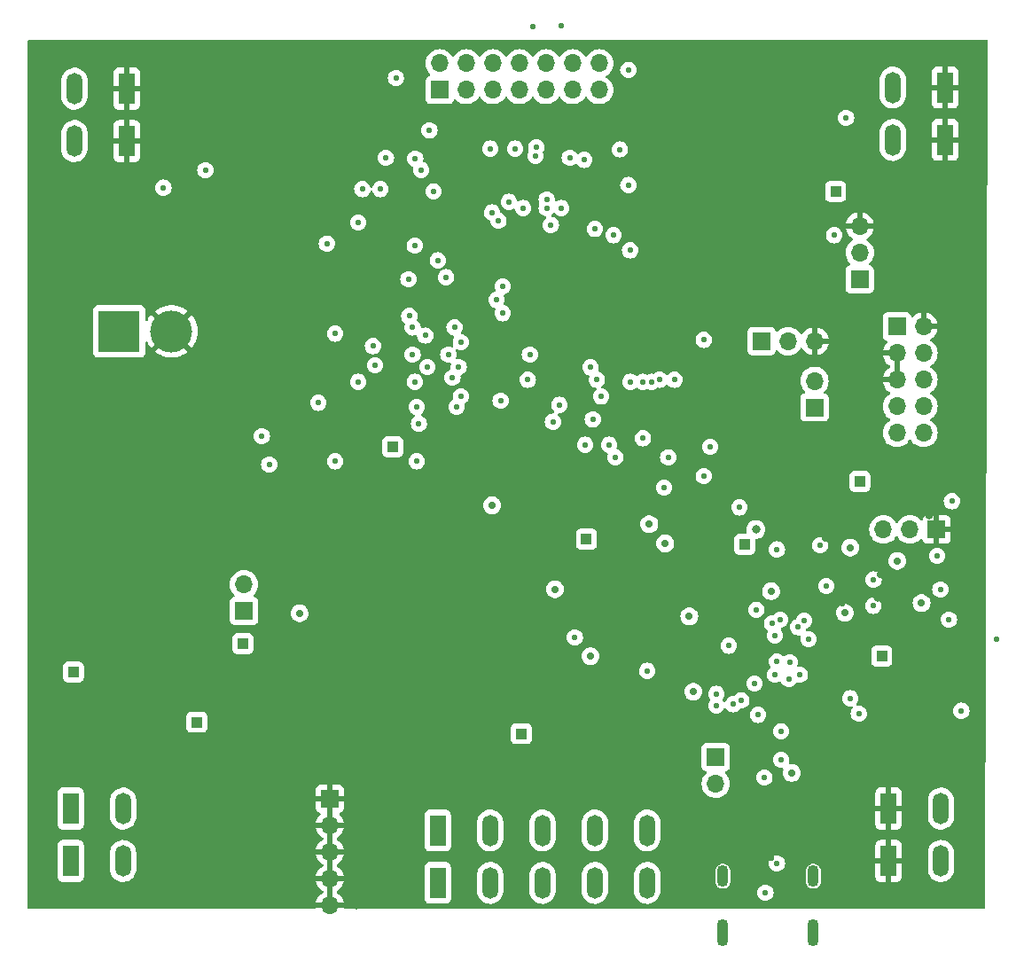
<source format=gbr>
%TF.GenerationSoftware,KiCad,Pcbnew,7.0.8*%
%TF.CreationDate,2024-04-05T12:05:25+02:00*%
%TF.ProjectId,menelaos-rev-4,6d656e65-6c61-46f7-932d-7265762d342e,rev?*%
%TF.SameCoordinates,Original*%
%TF.FileFunction,Copper,L2,Inr*%
%TF.FilePolarity,Positive*%
%FSLAX46Y46*%
G04 Gerber Fmt 4.6, Leading zero omitted, Abs format (unit mm)*
G04 Created by KiCad (PCBNEW 7.0.8) date 2024-04-05 12:05:25*
%MOMM*%
%LPD*%
G01*
G04 APERTURE LIST*
%TA.AperFunction,ComponentPad*%
%ADD10R,1.500000X3.000000*%
%TD*%
%TA.AperFunction,ComponentPad*%
%ADD11O,1.500000X3.000000*%
%TD*%
%TA.AperFunction,ComponentPad*%
%ADD12R,1.700000X1.700000*%
%TD*%
%TA.AperFunction,ComponentPad*%
%ADD13O,1.700000X1.700000*%
%TD*%
%TA.AperFunction,ComponentPad*%
%ADD14R,1.000000X1.000000*%
%TD*%
%TA.AperFunction,ComponentPad*%
%ADD15R,4.000000X4.000000*%
%TD*%
%TA.AperFunction,ComponentPad*%
%ADD16C,4.000000*%
%TD*%
%TA.AperFunction,ComponentPad*%
%ADD17O,1.100000X2.100000*%
%TD*%
%TA.AperFunction,ComponentPad*%
%ADD18O,1.100000X2.600000*%
%TD*%
%TA.AperFunction,ViaPad*%
%ADD19C,0.550000*%
%TD*%
%TA.AperFunction,ViaPad*%
%ADD20C,0.700000*%
%TD*%
%TA.AperFunction,ViaPad*%
%ADD21C,0.800000*%
%TD*%
G04 APERTURE END LIST*
D10*
%TO.N,red*%
%TO.C,J501*%
X227200000Y-127250000D03*
X227200000Y-132250000D03*
D11*
%TO.N,white*%
X232200000Y-127250000D03*
X232200000Y-132250000D03*
%TO.N,blue*%
X237200000Y-127250000D03*
X237200000Y-132250000D03*
%TO.N,yellow*%
X242200000Y-127250000D03*
X242200000Y-132250000D03*
%TO.N,black*%
X247200000Y-127250000D03*
X247200000Y-132250000D03*
%TD*%
D10*
%TO.N,/power/POL-FET-D*%
%TO.C,J201*%
X192150000Y-125150000D03*
X192150000Y-130150000D03*
D11*
%TO.N,/power/PowerIn-*%
X197150000Y-125150000D03*
X197150000Y-130150000D03*
%TD*%
D12*
%TO.N,blue*%
%TO.C,J401*%
X267500000Y-74600000D03*
D13*
%TO.N,/seven-segment-display/4017_TC*%
X267500000Y-72060000D03*
%TO.N,GND*%
X267500000Y-69520000D03*
%TD*%
D10*
%TO.N,GND*%
%TO.C,J601*%
X197500000Y-61400000D03*
X197500000Y-56400000D03*
D11*
%TO.N,_zero*%
X192500000Y-61400000D03*
X192500000Y-56400000D03*
%TD*%
D12*
%TO.N,a*%
%TO.C,J402*%
X227375000Y-56525000D03*
D13*
%TO.N,b*%
X229915000Y-56525000D03*
%TO.N,c*%
X232455000Y-56525000D03*
%TO.N,d*%
X234995000Y-56525000D03*
%TO.N,e*%
X237535000Y-56525000D03*
%TO.N,f*%
X240075000Y-56525000D03*
%TO.N,unconnected-(J402-Pin_7-Pad7)*%
X242615000Y-56525000D03*
%TO.N,unconnected-(J402-Pin_8-Pad8)*%
X242615000Y-53985000D03*
%TO.N,g*%
X240075000Y-53985000D03*
%TO.N,dp*%
X237535000Y-53985000D03*
%TO.N,ones*%
X234995000Y-53985000D03*
%TO.N,tens*%
X232455000Y-53985000D03*
%TO.N,hundreds*%
X229915000Y-53985000D03*
%TO.N,thousands*%
X227375000Y-53985000D03*
%TD*%
D14*
%TO.N,/mcu/BOOT0*%
%TO.C,TP303*%
X269600000Y-110600000D03*
%TD*%
%TO.N,_clk*%
%TO.C,TP401*%
X265200000Y-66200000D03*
%TD*%
D12*
%TO.N,+3.3V*%
%TO.C,J301*%
X271050000Y-79120000D03*
D13*
%TO.N,GND*%
X273590000Y-79120000D03*
X271050000Y-81660000D03*
%TO.N,unconnected-(J301-Pin_4-Pad4)*%
X273590000Y-81660000D03*
%TO.N,GND*%
X271050000Y-84200000D03*
%TO.N,/mcu/CONN_NRST*%
X273590000Y-84200000D03*
%TO.N,unconnected-(J301-Pin_7-Pad7)*%
X271050000Y-86740000D03*
%TO.N,/mcu/CONN_SWO*%
X273590000Y-86740000D03*
%TO.N,/mcu/CONN_SWCLK*%
X271050000Y-89280000D03*
%TO.N,/mcu/CONN_SWDIO*%
X273590000Y-89280000D03*
%TD*%
D14*
%TO.N,+3.3V*%
%TO.C,TP206*%
X222900000Y-90600000D03*
%TD*%
%TO.N,/power/5V-Jumper*%
%TO.C,TP203*%
X208600000Y-109400000D03*
%TD*%
D12*
%TO.N,GND*%
%TO.C,J303*%
X216900000Y-124200000D03*
D13*
X216900000Y-126740000D03*
X216900000Y-129280000D03*
X216900000Y-131820000D03*
X216900000Y-134360000D03*
%TD*%
D12*
%TO.N,/power/5V-Jumper*%
%TO.C,JP201*%
X208700000Y-106275000D03*
D13*
%TO.N,Unfiltered_5V*%
X208700000Y-103735000D03*
%TD*%
D12*
%TO.N,+3.3V*%
%TO.C,JP304*%
X258120000Y-80510000D03*
D13*
%TO.N,/mcu/MCU_NRST*%
X260660000Y-80510000D03*
%TO.N,GND*%
X263200000Y-80510000D03*
%TD*%
D12*
%TO.N,/mcu/JUMPER_NRST*%
%TO.C,JP303*%
X263180000Y-86840000D03*
D13*
%TO.N,/mcu/MCU_NRST*%
X263180000Y-84300000D03*
%TD*%
D14*
%TO.N,/mcu/HSE_IN*%
%TO.C,TP301*%
X267500000Y-93900000D03*
%TD*%
%TO.N,+12V*%
%TO.C,TP202*%
X192400000Y-112100000D03*
%TD*%
%TO.N,_save*%
%TO.C,TP205*%
X241400000Y-99400000D03*
%TD*%
%TO.N,/mcu/HSE_OUT*%
%TO.C,TP302*%
X256500000Y-99900000D03*
%TD*%
D10*
%TO.N,GND*%
%TO.C,J602*%
X270250000Y-125150000D03*
X270250000Y-130150000D03*
D11*
%TO.N,_mode*%
X275250000Y-125150000D03*
X275250000Y-130150000D03*
%TD*%
D14*
%TO.N,blue*%
%TO.C,TP204*%
X235200000Y-118000000D03*
%TD*%
D10*
%TO.N,GND*%
%TO.C,J603*%
X275650000Y-61300000D03*
X275650000Y-56300000D03*
D11*
%TO.N,_config*%
X270650000Y-61300000D03*
X270650000Y-56300000D03*
%TD*%
D12*
%TO.N,GND*%
%TO.C,JP301*%
X274840000Y-98500000D03*
D13*
%TO.N,/mcu/BOOT_JUMPER*%
X272300000Y-98500000D03*
%TO.N,+3.3V*%
X269760000Y-98500000D03*
%TD*%
D15*
%TO.N,+3.3V*%
%TO.C,C211*%
X196772169Y-79570000D03*
D16*
%TO.N,GND*%
X201772169Y-79570000D03*
%TD*%
D12*
%TO.N,Unfiltered_5V*%
%TO.C,JP302*%
X253750000Y-120250000D03*
D13*
%TO.N,VBUS*%
X253750000Y-122790000D03*
%TD*%
D17*
%TO.N,unconnected-(J302-SHIELD-PadS1)*%
%TO.C,J302*%
X254430000Y-131610000D03*
D18*
X254430000Y-136970000D03*
D17*
X263070000Y-131610000D03*
D18*
X263070000Y-136970000D03*
%TD*%
D14*
%TO.N,/power/12V-Unfiltered*%
%TO.C,TP201*%
X204200000Y-116900000D03*
%TD*%
D19*
%TO.N,/mcu/MCU_LED2*%
X259890000Y-107120000D03*
D20*
X251220000Y-106800000D03*
X259029295Y-104394959D03*
D19*
%TO.N,GND*%
X189055000Y-98475000D03*
X252555000Y-60375000D03*
X191595000Y-85775000D03*
X194135000Y-55295000D03*
X253500000Y-98700000D03*
D20*
X265100000Y-121500000D03*
D19*
X252555000Y-134035000D03*
X275415000Y-78155000D03*
X227155000Y-98475000D03*
X209375000Y-67995000D03*
X209375000Y-78155000D03*
X191595000Y-118795000D03*
X232235000Y-106095000D03*
X199215000Y-62915000D03*
X211915000Y-52755000D03*
X267795000Y-134035000D03*
X268400000Y-131200000D03*
X191595000Y-67995000D03*
X201755000Y-70535000D03*
X260175000Y-60375000D03*
X238100000Y-113800000D03*
X262715000Y-55295000D03*
X211915000Y-123875000D03*
X277955000Y-134035000D03*
X194135000Y-88315000D03*
X255095000Y-60375000D03*
D20*
X252800000Y-126100000D03*
D19*
X199215000Y-128955000D03*
X199215000Y-131495000D03*
X233800000Y-95600000D03*
X255095000Y-57835000D03*
X219000000Y-111200000D03*
X189055000Y-116255000D03*
X211915000Y-70535000D03*
X189055000Y-65455000D03*
X199215000Y-70535000D03*
X222075000Y-123875000D03*
D20*
X254300000Y-133700000D03*
X228750000Y-116000000D03*
D19*
X201755000Y-55295000D03*
X191595000Y-75615000D03*
X250015000Y-52755000D03*
X216995000Y-62915000D03*
X194135000Y-75615000D03*
X201755000Y-57835000D03*
X250015000Y-123875000D03*
X194135000Y-98475000D03*
D20*
X258000000Y-89600000D03*
X205250000Y-96750000D03*
D19*
X194135000Y-70535000D03*
X214455000Y-128955000D03*
X189055000Y-55295000D03*
X194135000Y-60375000D03*
X189055000Y-85775000D03*
X211915000Y-98475000D03*
X275415000Y-52755000D03*
X209375000Y-70535000D03*
X218200000Y-74600000D03*
X277955000Y-131495000D03*
X216995000Y-57835000D03*
X196675000Y-88315000D03*
X191595000Y-52755000D03*
X270335000Y-67995000D03*
X272875000Y-57835000D03*
X191595000Y-80695000D03*
X234775000Y-108635000D03*
X244935000Y-134035000D03*
X219535000Y-57835000D03*
X204295000Y-55295000D03*
X250015000Y-128955000D03*
X211915000Y-60375000D03*
X257635000Y-57835000D03*
D20*
X230200000Y-98600000D03*
D19*
X265255000Y-52755000D03*
D20*
X226850000Y-94650000D03*
D19*
X255095000Y-98475000D03*
X214455000Y-123875000D03*
X189055000Y-75615000D03*
X252555000Y-78155000D03*
D21*
X244800000Y-106200000D03*
D19*
X201755000Y-60375000D03*
X204295000Y-52755000D03*
X196675000Y-83235000D03*
X260175000Y-62915000D03*
X260600000Y-94400000D03*
X206835000Y-67995000D03*
X224615000Y-113715000D03*
X255095000Y-67995000D03*
X189055000Y-90855000D03*
X224615000Y-123875000D03*
X270335000Y-73075000D03*
X250015000Y-62915000D03*
X189055000Y-70535000D03*
X222075000Y-126415000D03*
X209375000Y-101015000D03*
X272875000Y-134035000D03*
X229800000Y-59000000D03*
X275415000Y-75615000D03*
X260171646Y-103028354D03*
X206835000Y-75615000D03*
X237000000Y-106300000D03*
X234775000Y-90855000D03*
X267795000Y-128955000D03*
X209375000Y-75615000D03*
D20*
X191100000Y-92500000D03*
D19*
X277955000Y-128955000D03*
D20*
X279000000Y-77000000D03*
D19*
X267795000Y-62915000D03*
X194135000Y-73075000D03*
X277955000Y-73075000D03*
D20*
X222900000Y-98700000D03*
D19*
X209375000Y-98475000D03*
X275415000Y-134035000D03*
X214455000Y-131495000D03*
X189055000Y-88315000D03*
X277955000Y-52755000D03*
X236050000Y-52300000D03*
X277955000Y-70535000D03*
X196675000Y-95935000D03*
X265255000Y-131495000D03*
X194135000Y-62915000D03*
X262715000Y-52755000D03*
X255095000Y-52755000D03*
X199215000Y-73075000D03*
X229695000Y-101015000D03*
D20*
X202100000Y-102500000D03*
D19*
X229695000Y-123875000D03*
X270335000Y-118795000D03*
X194135000Y-85775000D03*
X214455000Y-62915000D03*
X275415000Y-90855000D03*
D21*
X274115124Y-97160856D03*
D19*
X260175000Y-83235000D03*
X238800000Y-60800000D03*
X247475000Y-55295000D03*
X272875000Y-70535000D03*
X189055000Y-62915000D03*
X209375000Y-57835000D03*
X259800000Y-85000000D03*
X216995000Y-60375000D03*
X277955000Y-121335000D03*
X267795000Y-52755000D03*
X244935000Y-123875000D03*
X229695000Y-131495000D03*
X275415000Y-70535000D03*
X234400000Y-87778815D03*
X257635000Y-55295000D03*
X189055000Y-73075000D03*
X193400000Y-115200000D03*
X272875000Y-128955000D03*
X189055000Y-57835000D03*
X191595000Y-121335000D03*
D20*
X211750000Y-107500000D03*
D19*
X189055000Y-80695000D03*
X214455000Y-57835000D03*
X214455000Y-126415000D03*
D20*
X264180000Y-99320500D03*
D19*
X250015000Y-126415000D03*
X277955000Y-57835000D03*
D20*
X222900000Y-97162500D03*
D19*
X257635000Y-52755000D03*
D20*
X199000000Y-95250000D03*
D19*
X221000000Y-63000000D03*
X211915000Y-121335000D03*
X234775000Y-106095000D03*
X189055000Y-83235000D03*
X201755000Y-62915000D03*
X211915000Y-101015000D03*
X270335000Y-134035000D03*
X265255000Y-62915000D03*
X206835000Y-52755000D03*
X277955000Y-62915000D03*
X232235000Y-101015000D03*
X267795000Y-121335000D03*
D20*
X214400000Y-114700000D03*
D19*
X211915000Y-57835000D03*
X222075000Y-113715000D03*
X267795000Y-60375000D03*
X206835000Y-60375000D03*
X247475000Y-123875000D03*
X265255000Y-57835000D03*
X229695000Y-128955000D03*
X239855000Y-134035000D03*
X209375000Y-62915000D03*
X277955000Y-126415000D03*
X272875000Y-123875000D03*
D20*
X267000000Y-86600000D03*
D19*
X206835000Y-80695000D03*
D20*
X226250000Y-116000000D03*
D19*
X194135000Y-67995000D03*
X214455000Y-52755000D03*
X209375000Y-123875000D03*
X209375000Y-73075000D03*
X211915000Y-111175000D03*
X250015000Y-131495000D03*
X196675000Y-90855000D03*
X209375000Y-52755000D03*
X232235000Y-98475000D03*
X199215000Y-75615000D03*
D20*
X206800000Y-93800000D03*
D19*
X191595000Y-90855000D03*
X196675000Y-52755000D03*
D20*
X278950000Y-85450000D03*
D19*
X252555000Y-62915000D03*
X260175000Y-52755000D03*
X214455000Y-55295000D03*
X224615000Y-128955000D03*
X199215000Y-90855000D03*
D20*
X223000000Y-116250000D03*
D19*
X211915000Y-65455000D03*
X199215000Y-85775000D03*
X275415000Y-67995000D03*
X260000000Y-64400000D03*
X191595000Y-83235000D03*
X191595000Y-73075000D03*
X206835000Y-78155000D03*
D20*
X263400000Y-133650000D03*
D19*
X211915000Y-113715000D03*
D20*
X249500000Y-118500000D03*
D19*
X191595000Y-78155000D03*
X227155000Y-101015000D03*
X219535000Y-131495000D03*
X209375000Y-65455000D03*
X189055000Y-60375000D03*
X189055000Y-126415000D03*
X254400000Y-111200000D03*
X209375000Y-55295000D03*
D21*
X269233875Y-105040719D03*
D19*
X199215000Y-52755000D03*
X244935000Y-126415000D03*
X211915000Y-55295000D03*
X267795000Y-118795000D03*
X255200000Y-101000000D03*
X277955000Y-65455000D03*
X277955000Y-55295000D03*
X204295000Y-57835000D03*
X191595000Y-70535000D03*
X252555000Y-57835000D03*
X255095000Y-62915000D03*
X206835000Y-62915000D03*
X252555000Y-131495000D03*
X239200000Y-73800000D03*
X206835000Y-57835000D03*
X199215000Y-55295000D03*
X209375000Y-83235000D03*
X272875000Y-131495000D03*
X252555000Y-55295000D03*
X270335000Y-65455000D03*
X250015000Y-134035000D03*
D20*
X264862500Y-126150000D03*
D19*
X237315000Y-95935000D03*
X234775000Y-126415000D03*
X196675000Y-85775000D03*
D20*
X201000000Y-91750000D03*
X221400000Y-58900000D03*
X217300000Y-107400000D03*
D19*
X262715000Y-57835000D03*
X189055000Y-134035000D03*
D20*
X233500000Y-117500000D03*
D19*
X272875000Y-55295000D03*
X206835000Y-70535000D03*
X272875000Y-60375000D03*
X234775000Y-111175000D03*
X211915000Y-73075000D03*
D20*
X263610000Y-97470000D03*
D19*
X257635000Y-118795000D03*
X237315000Y-101015000D03*
X247475000Y-62915000D03*
X209375000Y-80695000D03*
X199215000Y-60375000D03*
X189055000Y-131495000D03*
X260175000Y-57835000D03*
D20*
X228100000Y-65400000D03*
D19*
X189055000Y-93395000D03*
X224615000Y-98475000D03*
D21*
X200800000Y-76400000D03*
D19*
X267795000Y-57835000D03*
X250015000Y-55295000D03*
X209375000Y-93395000D03*
D20*
X268140000Y-95280000D03*
D19*
X270335000Y-70535000D03*
X224615000Y-126415000D03*
X214455000Y-134035000D03*
X211915000Y-67995000D03*
X272875000Y-65455000D03*
X206835000Y-73075000D03*
X264950000Y-72650000D03*
X219535000Y-52755000D03*
X227200000Y-59000000D03*
X262715000Y-121335000D03*
X272875000Y-52755000D03*
X214455000Y-60375000D03*
D20*
X279166972Y-81316972D03*
D19*
X201755000Y-88315000D03*
X265255000Y-128955000D03*
X267795000Y-65455000D03*
X194135000Y-121335000D03*
X255095000Y-78155000D03*
X260175000Y-55295000D03*
X255095000Y-55295000D03*
D21*
X242649500Y-106000000D03*
D19*
X277955000Y-123875000D03*
X222075000Y-134035000D03*
X224615000Y-106095000D03*
X262900000Y-117400000D03*
X252555000Y-67995000D03*
X270335000Y-52755000D03*
X194135000Y-83235000D03*
X275415000Y-73075000D03*
X257635000Y-62915000D03*
X206835000Y-55295000D03*
X250015000Y-57835000D03*
X189055000Y-123875000D03*
X191595000Y-113715000D03*
X247475000Y-57835000D03*
D20*
X201400000Y-105700000D03*
D19*
X211915000Y-62915000D03*
D21*
X219400000Y-134400000D03*
D19*
X272875000Y-73075000D03*
X209375000Y-111175000D03*
X195800000Y-118600000D03*
X239855000Y-131495000D03*
X257635000Y-60375000D03*
X268200000Y-123600000D03*
X189055000Y-113715000D03*
X272875000Y-121335000D03*
X201755000Y-52755000D03*
X216600000Y-73000000D03*
X204295000Y-60375000D03*
D20*
X273400000Y-76000000D03*
D19*
X244935000Y-75615000D03*
X194135000Y-90855000D03*
X250015000Y-60375000D03*
D20*
X256100000Y-101600000D03*
D19*
X199215000Y-57835000D03*
X244000000Y-58800000D03*
X239855000Y-95935000D03*
X189055000Y-78155000D03*
X191595000Y-88315000D03*
X247475000Y-60375000D03*
X269300000Y-108300000D03*
X199215000Y-88315000D03*
X236300000Y-50450000D03*
X259050000Y-129850000D03*
X201755000Y-73075000D03*
X189055000Y-52755000D03*
X189055000Y-121335000D03*
X239000000Y-50400000D03*
X234775000Y-128955000D03*
D20*
X194800000Y-113000000D03*
D19*
X217400000Y-87000000D03*
X278300000Y-107700000D03*
X247475000Y-52755000D03*
X270335000Y-121335000D03*
X227155000Y-113715000D03*
X265800000Y-105600000D03*
D20*
X269500000Y-102800000D03*
D19*
X244935000Y-78155000D03*
X224300000Y-62200000D03*
X189055000Y-118795000D03*
X196675000Y-93395000D03*
X214455000Y-95935000D03*
X189055000Y-67995000D03*
X194135000Y-57835000D03*
X189055000Y-95935000D03*
X191595000Y-98475000D03*
X204295000Y-90855000D03*
X219535000Y-55295000D03*
X247475000Y-103555000D03*
X216995000Y-55295000D03*
X262715000Y-60375000D03*
X262715000Y-62915000D03*
D20*
X252600000Y-117100000D03*
D19*
X216995000Y-52755000D03*
X272875000Y-67995000D03*
X240400000Y-58800000D03*
X236200000Y-59000000D03*
X220355000Y-70755000D03*
X265255000Y-134035000D03*
X189055000Y-128955000D03*
X224615000Y-111175000D03*
X194135000Y-118795000D03*
X209375000Y-60375000D03*
X214455000Y-101015000D03*
X234775000Y-123875000D03*
X252555000Y-52755000D03*
X252555000Y-128955000D03*
X272875000Y-118795000D03*
X229695000Y-126415000D03*
X194135000Y-52755000D03*
X191595000Y-116255000D03*
X233000000Y-58800000D03*
D20*
%TO.N,VBUS*%
X261000000Y-121750000D03*
D19*
X258400000Y-122200000D03*
%TO.N,blue*%
X220000000Y-66000000D03*
X228000000Y-74400000D03*
X224400000Y-74600000D03*
%TO.N,+3.3V*%
X217400000Y-92000000D03*
D20*
X266610000Y-100230000D03*
D19*
X266200000Y-59200000D03*
D21*
X257575000Y-98500000D03*
D19*
X264300000Y-103900000D03*
X211096192Y-92303808D03*
D20*
X247400000Y-98000000D03*
X232400000Y-96200000D03*
D19*
X267400000Y-116100000D03*
D20*
X266060000Y-106470000D03*
X238400000Y-104200000D03*
D19*
X268800000Y-105800000D03*
D20*
X241800000Y-110600000D03*
D19*
X205000000Y-64200000D03*
D20*
X251600000Y-114000000D03*
D19*
X276024500Y-107100000D03*
X225200000Y-92000000D03*
X277200000Y-115800000D03*
X261600000Y-107825000D03*
%TO.N,/mcu/HSE_IN*%
X263700000Y-100020000D03*
%TO.N,ones*%
X245400000Y-54600000D03*
X245400000Y-65600000D03*
%TO.N,tens*%
X227200000Y-72800000D03*
X223200000Y-55400000D03*
%TO.N,hundreds*%
X226800000Y-66200000D03*
X226400000Y-60400000D03*
%TO.N,thousands*%
X238000000Y-69400000D03*
X236534098Y-62812587D03*
%TO.N,_zero*%
X201000000Y-65850000D03*
X255000000Y-109600000D03*
%TO.N,_mode*%
X257800000Y-116200000D03*
%TO.N,_config*%
X280600000Y-109000000D03*
X260721138Y-112788000D03*
X266600000Y-114621185D03*
D20*
%TO.N,_save*%
X248921878Y-99830216D03*
D19*
X259598435Y-111118389D03*
%TO.N,/mcu/HSE_OUT*%
X259600000Y-100400000D03*
%TO.N,/mcu/MCU_SWO*%
X276300000Y-95800000D03*
X275201651Y-104222129D03*
%TO.N,_clk*%
X265050000Y-70400000D03*
X261786458Y-112375500D03*
%TO.N,/mcu/USB_D-*%
X260000000Y-117761918D03*
X260000000Y-120500000D03*
%TO.N,_a1*%
X233400000Y-77850000D03*
X226000000Y-79978815D03*
X260800000Y-111200000D03*
X252600000Y-80400000D03*
%TO.N,_a2*%
X257639245Y-106160755D03*
X229400000Y-80600000D03*
X241793255Y-83006745D03*
X221000000Y-80988815D03*
X221200000Y-82800000D03*
X241284945Y-90400000D03*
X243554315Y-90400000D03*
%TO.N,_a3*%
X226200000Y-83000000D03*
X229200000Y-83000000D03*
X259400000Y-108600000D03*
X242800000Y-85800000D03*
%TO.N,_a4*%
X229400000Y-85800000D03*
X238200000Y-88200000D03*
X225400000Y-88400000D03*
X242000000Y-88000000D03*
X259122394Y-107469026D03*
%TO.N,/mcu/USB_CONN_D-*%
X258500000Y-133200000D03*
X259600000Y-130400000D03*
%TO.N,_thousands*%
X253800000Y-115293870D03*
X210400000Y-89600000D03*
%TO.N,/seven-segment-display/BCD_out1*%
X224800000Y-79200000D03*
X228800000Y-79200000D03*
X217400000Y-79800000D03*
%TO.N,/seven-segment-display/BCD_out2*%
X256000000Y-96400000D03*
X236000000Y-81800000D03*
X248800000Y-94495500D03*
X224800000Y-81800000D03*
X228200000Y-81800000D03*
%TO.N,/seven-segment-display/BCD_out3*%
X242400000Y-84200000D03*
X219600000Y-84400000D03*
X228600000Y-84000000D03*
X244175500Y-91600000D03*
X225000000Y-84400000D03*
X235800000Y-84200000D03*
%TO.N,/seven-segment-display/BCD_out4*%
X225200000Y-86800000D03*
X238800000Y-86600000D03*
X253200000Y-90600000D03*
X229000000Y-86800000D03*
X215800000Y-86400000D03*
X246800000Y-89800000D03*
X233200000Y-86200000D03*
%TO.N,_ones*%
X256200000Y-114800000D03*
X224485201Y-78114799D03*
%TO.N,/seven-segment-display/COUNT_1*%
X237600000Y-67000000D03*
X244000000Y-70400000D03*
X221724500Y-66000000D03*
X225600000Y-64164500D03*
%TO.N,/seven-segment-display/COUNT_0*%
X225050000Y-63100000D03*
X222250000Y-63000000D03*
%TO.N,/seven-segment-display/COUNT_2*%
X233000000Y-69000000D03*
X245560755Y-71839245D03*
X237600000Y-67800000D03*
X219600000Y-69200000D03*
X225000000Y-71400000D03*
X235357130Y-67800000D03*
%TO.N,/seven-segment-display/COUNT_3*%
X232378255Y-68221745D03*
X239000000Y-67800000D03*
X234000000Y-67200000D03*
X242200000Y-69800000D03*
%TO.N,_tens*%
X216600000Y-71200000D03*
X255400000Y-115200000D03*
X232800000Y-76578815D03*
%TO.N,_hundreds*%
X233400000Y-75297157D03*
X259378307Y-112361259D03*
%TO.N,e*%
X249800000Y-84200000D03*
X241200000Y-63200000D03*
%TO.N,d*%
X239800000Y-63000000D03*
X248400000Y-84200000D03*
%TO.N,c*%
X236600000Y-62000000D03*
X247600000Y-84400000D03*
%TO.N,b*%
X246800000Y-84400000D03*
X234600000Y-62125500D03*
%TO.N,a*%
X232200000Y-62125500D03*
X245600000Y-84400000D03*
%TO.N,g*%
X249200000Y-91600000D03*
%TO.N,f*%
X244600000Y-62200000D03*
X252600000Y-93400000D03*
D20*
%TO.N,/mcu/BOOT_JUMPER*%
X273400000Y-105540000D03*
X271099500Y-101500000D03*
%TO.N,Unfiltered_5V*%
X214000000Y-106500000D03*
D19*
%TO.N,/mcu/MCU_LED1*%
X257442870Y-113212000D03*
X262600000Y-108966315D03*
X253800000Y-114200000D03*
X247200000Y-112000000D03*
%TO.N,/mcu/MCU_LED2*%
X240300000Y-108800000D03*
%TO.N,/mcu/JUMPER_NRST*%
X268819292Y-103265233D03*
X274874500Y-101012341D03*
%TO.N,/mcu/MCU_NRST*%
X262200000Y-107200000D03*
%TD*%
%TA.AperFunction,Conductor*%
%TO.N,GND*%
G36*
X271300000Y-83764498D02*
G01*
X271192315Y-83715320D01*
X271085763Y-83700000D01*
X271014237Y-83700000D01*
X270907685Y-83715320D01*
X270800000Y-83764498D01*
X270800000Y-82095501D01*
X270907685Y-82144680D01*
X271014237Y-82160000D01*
X271085763Y-82160000D01*
X271192315Y-82144680D01*
X271300000Y-82095501D01*
X271300000Y-83764498D01*
G37*
%TD.AperFunction*%
%TA.AperFunction,Conductor*%
G36*
X279692665Y-51769685D02*
G01*
X279738420Y-51822489D01*
X279749625Y-51874373D01*
X279500372Y-134626373D01*
X279480486Y-134693353D01*
X279427544Y-134738949D01*
X279376373Y-134750000D01*
X218354723Y-134750000D01*
X218287684Y-134730315D01*
X218241929Y-134677511D01*
X218232587Y-134612543D01*
X218230636Y-134610000D01*
X217333686Y-134610000D01*
X217359493Y-134569844D01*
X217400000Y-134431889D01*
X217400000Y-134288111D01*
X217359493Y-134150156D01*
X217333686Y-134110000D01*
X218230636Y-134110000D01*
X218230635Y-134109999D01*
X218173432Y-133896513D01*
X218173429Y-133896507D01*
X218127434Y-133797870D01*
X225949500Y-133797870D01*
X225949501Y-133797876D01*
X225955908Y-133857483D01*
X226006202Y-133992328D01*
X226006206Y-133992335D01*
X226092452Y-134107544D01*
X226092455Y-134107547D01*
X226207664Y-134193793D01*
X226207671Y-134193797D01*
X226342517Y-134244091D01*
X226342516Y-134244091D01*
X226349444Y-134244835D01*
X226402127Y-134250500D01*
X227997872Y-134250499D01*
X228057483Y-134244091D01*
X228192331Y-134193796D01*
X228307546Y-134107546D01*
X228393796Y-133992331D01*
X228444091Y-133857483D01*
X228450500Y-133797873D01*
X228450500Y-133056151D01*
X230949500Y-133056151D01*
X230964622Y-133224186D01*
X230964623Y-133224192D01*
X231024503Y-133441160D01*
X231024508Y-133441173D01*
X231122167Y-133643966D01*
X231122171Y-133643974D01*
X231254473Y-133826072D01*
X231254474Y-133826074D01*
X231417176Y-133981633D01*
X231605033Y-134105636D01*
X231812004Y-134194100D01*
X231812007Y-134194101D01*
X231812012Y-134194103D01*
X232031463Y-134244191D01*
X232256330Y-134254290D01*
X232479387Y-134224075D01*
X232693464Y-134154517D01*
X232891681Y-134047852D01*
X233067666Y-133907508D01*
X233215765Y-133737996D01*
X233331215Y-133544764D01*
X233410307Y-133334024D01*
X233436158Y-133191575D01*
X233450500Y-133112549D01*
X233450500Y-133056151D01*
X235949500Y-133056151D01*
X235964622Y-133224186D01*
X235964623Y-133224192D01*
X236024503Y-133441160D01*
X236024508Y-133441173D01*
X236122167Y-133643966D01*
X236122171Y-133643974D01*
X236254473Y-133826072D01*
X236254474Y-133826074D01*
X236417176Y-133981633D01*
X236605033Y-134105636D01*
X236812004Y-134194100D01*
X236812007Y-134194101D01*
X236812012Y-134194103D01*
X237031463Y-134244191D01*
X237256330Y-134254290D01*
X237479387Y-134224075D01*
X237693464Y-134154517D01*
X237891681Y-134047852D01*
X238067666Y-133907508D01*
X238215765Y-133737996D01*
X238331215Y-133544764D01*
X238410307Y-133334024D01*
X238436158Y-133191575D01*
X238450500Y-133112549D01*
X238450500Y-133056151D01*
X240949500Y-133056151D01*
X240964622Y-133224186D01*
X240964623Y-133224192D01*
X241024503Y-133441160D01*
X241024508Y-133441173D01*
X241122167Y-133643966D01*
X241122171Y-133643974D01*
X241254473Y-133826072D01*
X241254474Y-133826074D01*
X241417176Y-133981633D01*
X241605033Y-134105636D01*
X241812004Y-134194100D01*
X241812007Y-134194101D01*
X241812012Y-134194103D01*
X242031463Y-134244191D01*
X242256330Y-134254290D01*
X242479387Y-134224075D01*
X242693464Y-134154517D01*
X242891681Y-134047852D01*
X243067666Y-133907508D01*
X243215765Y-133737996D01*
X243331215Y-133544764D01*
X243410307Y-133334024D01*
X243436158Y-133191575D01*
X243450500Y-133112549D01*
X243450500Y-133056151D01*
X245949500Y-133056151D01*
X245964622Y-133224186D01*
X245964623Y-133224192D01*
X246024503Y-133441160D01*
X246024508Y-133441173D01*
X246122167Y-133643966D01*
X246122171Y-133643974D01*
X246254473Y-133826072D01*
X246254474Y-133826074D01*
X246417176Y-133981633D01*
X246605033Y-134105636D01*
X246812004Y-134194100D01*
X246812007Y-134194101D01*
X246812012Y-134194103D01*
X247031463Y-134244191D01*
X247256330Y-134254290D01*
X247479387Y-134224075D01*
X247693464Y-134154517D01*
X247891681Y-134047852D01*
X248067666Y-133907508D01*
X248215765Y-133737996D01*
X248331215Y-133544764D01*
X248410307Y-133334024D01*
X248434629Y-133200003D01*
X257719593Y-133200003D01*
X257739157Y-133373648D01*
X257739159Y-133373658D01*
X257762783Y-133441170D01*
X257796878Y-133538606D01*
X257889853Y-133686576D01*
X258013424Y-133810147D01*
X258161394Y-133903122D01*
X258326343Y-133960841D01*
X258326349Y-133960841D01*
X258326351Y-133960842D01*
X258499996Y-133980407D01*
X258500000Y-133980407D01*
X258500004Y-133980407D01*
X258673648Y-133960842D01*
X258673647Y-133960842D01*
X258673657Y-133960841D01*
X258838606Y-133903122D01*
X258986576Y-133810147D01*
X259110147Y-133686576D01*
X259203122Y-133538606D01*
X259260841Y-133373657D01*
X259261621Y-133366726D01*
X259280407Y-133200003D01*
X259280407Y-133199996D01*
X259260842Y-133026351D01*
X259260841Y-133026349D01*
X259260841Y-133026343D01*
X259203122Y-132861394D01*
X259110147Y-132713424D01*
X258986576Y-132589853D01*
X258838606Y-132496878D01*
X258838605Y-132496877D01*
X258838604Y-132496877D01*
X258673658Y-132439159D01*
X258673648Y-132439157D01*
X258500004Y-132419593D01*
X258499996Y-132419593D01*
X258326351Y-132439157D01*
X258326341Y-132439159D01*
X258161395Y-132496877D01*
X258013423Y-132589853D01*
X257889853Y-132713423D01*
X257796877Y-132861395D01*
X257739159Y-133026341D01*
X257739157Y-133026351D01*
X257719593Y-133199996D01*
X257719593Y-133200003D01*
X248434629Y-133200003D01*
X248436158Y-133191575D01*
X248450500Y-133112549D01*
X248450500Y-132152374D01*
X253729500Y-132152374D01*
X253744859Y-132278868D01*
X253744860Y-132278874D01*
X253805182Y-132437931D01*
X253806030Y-132439159D01*
X253901817Y-132577929D01*
X254007505Y-132671560D01*
X254029150Y-132690736D01*
X254179773Y-132769789D01*
X254179775Y-132769790D01*
X254344944Y-132810500D01*
X254515056Y-132810500D01*
X254680225Y-132769790D01*
X254759692Y-132728081D01*
X254830849Y-132690736D01*
X254830850Y-132690734D01*
X254830852Y-132690734D01*
X254958183Y-132577929D01*
X255054818Y-132437930D01*
X255115140Y-132278872D01*
X255130500Y-132152374D01*
X262369500Y-132152374D01*
X262384859Y-132278868D01*
X262384860Y-132278874D01*
X262445182Y-132437931D01*
X262446030Y-132439159D01*
X262541817Y-132577929D01*
X262647505Y-132671560D01*
X262669150Y-132690736D01*
X262819773Y-132769789D01*
X262819775Y-132769790D01*
X262984944Y-132810500D01*
X263155056Y-132810500D01*
X263320225Y-132769790D01*
X263399692Y-132728081D01*
X263470849Y-132690736D01*
X263470850Y-132690734D01*
X263470852Y-132690734D01*
X263598183Y-132577929D01*
X263694818Y-132437930D01*
X263755140Y-132278872D01*
X263770500Y-132152372D01*
X263770500Y-131697844D01*
X269000000Y-131697844D01*
X269006401Y-131757372D01*
X269006403Y-131757379D01*
X269056645Y-131892086D01*
X269056649Y-131892093D01*
X269142809Y-132007187D01*
X269142812Y-132007190D01*
X269257906Y-132093350D01*
X269257913Y-132093354D01*
X269392620Y-132143596D01*
X269392627Y-132143598D01*
X269452155Y-132149999D01*
X269452172Y-132150000D01*
X270000000Y-132150000D01*
X270000000Y-130668822D01*
X270099895Y-130710200D01*
X270212310Y-130725000D01*
X270287690Y-130725000D01*
X270400105Y-130710200D01*
X270500000Y-130668822D01*
X270500000Y-132150000D01*
X271047828Y-132150000D01*
X271047844Y-132149999D01*
X271107372Y-132143598D01*
X271107379Y-132143596D01*
X271242086Y-132093354D01*
X271242093Y-132093350D01*
X271357187Y-132007190D01*
X271357190Y-132007187D01*
X271443350Y-131892093D01*
X271443354Y-131892086D01*
X271493596Y-131757379D01*
X271493598Y-131757372D01*
X271499999Y-131697844D01*
X271500000Y-131697827D01*
X271500000Y-130956151D01*
X273999500Y-130956151D01*
X274014622Y-131124186D01*
X274014623Y-131124192D01*
X274074503Y-131341160D01*
X274074508Y-131341173D01*
X274172167Y-131543966D01*
X274172171Y-131543974D01*
X274304473Y-131726072D01*
X274304474Y-131726074D01*
X274467176Y-131881633D01*
X274655033Y-132005636D01*
X274862004Y-132094100D01*
X274862007Y-132094101D01*
X274862012Y-132094103D01*
X275081463Y-132144191D01*
X275306330Y-132154290D01*
X275529387Y-132124075D01*
X275743464Y-132054517D01*
X275941681Y-131947852D01*
X276117666Y-131807508D01*
X276265765Y-131637996D01*
X276381215Y-131444764D01*
X276460307Y-131234024D01*
X276492101Y-131058830D01*
X276500500Y-131012549D01*
X276500500Y-129343852D01*
X276500500Y-129343845D01*
X276485377Y-129175812D01*
X276466536Y-129107544D01*
X276425496Y-128958839D01*
X276425491Y-128958826D01*
X276327832Y-128756033D01*
X276327828Y-128756025D01*
X276195526Y-128573927D01*
X276195525Y-128573925D01*
X276032823Y-128418366D01*
X275844966Y-128294363D01*
X275637995Y-128205899D01*
X275637982Y-128205895D01*
X275418542Y-128155810D01*
X275418538Y-128155809D01*
X275418537Y-128155809D01*
X275418536Y-128155808D01*
X275418531Y-128155808D01*
X275193674Y-128145710D01*
X275193673Y-128145710D01*
X275193670Y-128145710D01*
X274970613Y-128175925D01*
X274970610Y-128175925D01*
X274970609Y-128175926D01*
X274756534Y-128245483D01*
X274558321Y-128352146D01*
X274558318Y-128352148D01*
X274382336Y-128492489D01*
X274234236Y-128662003D01*
X274118787Y-128855232D01*
X274118786Y-128855234D01*
X274039692Y-129065976D01*
X273999500Y-129287450D01*
X273999500Y-130956151D01*
X271500000Y-130956151D01*
X271500000Y-130400000D01*
X270768823Y-130400000D01*
X270810200Y-130300105D01*
X270829962Y-130150000D01*
X270810200Y-129999895D01*
X270768823Y-129900000D01*
X271500000Y-129900000D01*
X271500000Y-128602172D01*
X271499999Y-128602155D01*
X271493598Y-128542627D01*
X271493596Y-128542620D01*
X271443354Y-128407913D01*
X271443350Y-128407906D01*
X271357190Y-128292812D01*
X271357187Y-128292809D01*
X271242093Y-128206649D01*
X271242086Y-128206645D01*
X271107379Y-128156403D01*
X271107372Y-128156401D01*
X271047844Y-128150000D01*
X270500000Y-128150000D01*
X270500000Y-129631177D01*
X270400105Y-129589800D01*
X270287690Y-129575000D01*
X270212310Y-129575000D01*
X270099895Y-129589800D01*
X270000000Y-129631177D01*
X270000000Y-128150000D01*
X269452155Y-128150000D01*
X269392627Y-128156401D01*
X269392620Y-128156403D01*
X269257913Y-128206645D01*
X269257906Y-128206649D01*
X269142812Y-128292809D01*
X269142809Y-128292812D01*
X269056649Y-128407906D01*
X269056645Y-128407913D01*
X269006403Y-128542620D01*
X269006401Y-128542627D01*
X269000000Y-128602155D01*
X269000000Y-129900000D01*
X269731177Y-129900000D01*
X269689800Y-129999895D01*
X269670038Y-130150000D01*
X269689800Y-130300105D01*
X269731177Y-130400000D01*
X269000000Y-130400000D01*
X269000000Y-131697844D01*
X263770500Y-131697844D01*
X263770500Y-131067628D01*
X263769431Y-131058826D01*
X263762820Y-131004378D01*
X263755140Y-130941128D01*
X263694818Y-130782070D01*
X263694694Y-130781891D01*
X263639638Y-130702129D01*
X263598183Y-130642071D01*
X263470852Y-130529266D01*
X263470849Y-130529263D01*
X263320226Y-130450210D01*
X263155056Y-130409500D01*
X262984944Y-130409500D01*
X262819773Y-130450210D01*
X262669150Y-130529263D01*
X262541816Y-130642072D01*
X262445182Y-130782068D01*
X262384860Y-130941125D01*
X262384859Y-130941131D01*
X262369500Y-131067625D01*
X262369500Y-132152374D01*
X255130500Y-132152374D01*
X255130500Y-132152372D01*
X255130500Y-131067628D01*
X255129431Y-131058826D01*
X255122820Y-131004378D01*
X255115140Y-130941128D01*
X255054818Y-130782070D01*
X255054694Y-130781891D01*
X254999638Y-130702129D01*
X254958183Y-130642071D01*
X254830852Y-130529266D01*
X254830849Y-130529263D01*
X254680226Y-130450210D01*
X254515056Y-130409500D01*
X254344944Y-130409500D01*
X254179773Y-130450210D01*
X254029150Y-130529263D01*
X253901816Y-130642072D01*
X253805182Y-130782068D01*
X253744860Y-130941125D01*
X253744859Y-130941131D01*
X253729500Y-131067625D01*
X253729500Y-132152374D01*
X248450500Y-132152374D01*
X248450500Y-131443852D01*
X248450500Y-131443845D01*
X248435377Y-131275812D01*
X248435376Y-131275807D01*
X248375496Y-131058839D01*
X248375491Y-131058826D01*
X248277832Y-130856033D01*
X248277828Y-130856025D01*
X248145526Y-130673927D01*
X248145525Y-130673925D01*
X247982823Y-130518366D01*
X247803506Y-130400000D01*
X258819593Y-130400000D01*
X258839157Y-130573648D01*
X258839159Y-130573658D01*
X258884114Y-130702129D01*
X258896878Y-130738606D01*
X258989853Y-130886576D01*
X259113424Y-131010147D01*
X259261394Y-131103122D01*
X259426343Y-131160841D01*
X259426349Y-131160841D01*
X259426351Y-131160842D01*
X259599996Y-131180407D01*
X259600000Y-131180407D01*
X259600004Y-131180407D01*
X259773648Y-131160842D01*
X259773647Y-131160842D01*
X259773657Y-131160841D01*
X259938606Y-131103122D01*
X260086576Y-131010147D01*
X260210147Y-130886576D01*
X260303122Y-130738606D01*
X260360841Y-130573657D01*
X260380407Y-130400000D01*
X260379772Y-130394365D01*
X260360842Y-130226351D01*
X260360841Y-130226349D01*
X260360841Y-130226343D01*
X260303122Y-130061394D01*
X260210147Y-129913424D01*
X260086576Y-129789853D01*
X259938606Y-129696878D01*
X259938605Y-129696877D01*
X259938604Y-129696877D01*
X259773658Y-129639159D01*
X259773648Y-129639157D01*
X259600004Y-129619593D01*
X259599996Y-129619593D01*
X259426351Y-129639157D01*
X259426341Y-129639159D01*
X259261395Y-129696877D01*
X259113423Y-129789853D01*
X258989853Y-129913423D01*
X258896877Y-130061395D01*
X258839159Y-130226341D01*
X258839157Y-130226351D01*
X258819593Y-130399996D01*
X258819593Y-130400000D01*
X247803506Y-130400000D01*
X247794966Y-130394363D01*
X247587995Y-130305899D01*
X247587982Y-130305895D01*
X247368542Y-130255810D01*
X247368538Y-130255809D01*
X247368537Y-130255809D01*
X247368536Y-130255808D01*
X247368531Y-130255808D01*
X247143674Y-130245710D01*
X247143673Y-130245710D01*
X247143670Y-130245710D01*
X246920613Y-130275925D01*
X246920610Y-130275925D01*
X246920609Y-130275926D01*
X246706534Y-130345483D01*
X246508321Y-130452146D01*
X246508318Y-130452148D01*
X246332336Y-130592489D01*
X246236541Y-130702135D01*
X246184235Y-130762004D01*
X246128060Y-130856025D01*
X246068787Y-130955232D01*
X246068786Y-130955234D01*
X245989692Y-131165976D01*
X245949500Y-131387450D01*
X245949500Y-133056151D01*
X243450500Y-133056151D01*
X243450500Y-131443852D01*
X243450500Y-131443845D01*
X243435377Y-131275812D01*
X243435376Y-131275807D01*
X243375496Y-131058839D01*
X243375491Y-131058826D01*
X243277832Y-130856033D01*
X243277828Y-130856025D01*
X243145526Y-130673927D01*
X243145525Y-130673925D01*
X242982823Y-130518366D01*
X242794966Y-130394363D01*
X242587995Y-130305899D01*
X242587982Y-130305895D01*
X242368542Y-130255810D01*
X242368538Y-130255809D01*
X242368537Y-130255809D01*
X242368536Y-130255808D01*
X242368531Y-130255808D01*
X242143674Y-130245710D01*
X242143673Y-130245710D01*
X242143670Y-130245710D01*
X241920613Y-130275925D01*
X241920610Y-130275925D01*
X241920609Y-130275926D01*
X241706534Y-130345483D01*
X241508321Y-130452146D01*
X241508318Y-130452148D01*
X241332336Y-130592489D01*
X241236541Y-130702135D01*
X241184235Y-130762004D01*
X241128060Y-130856025D01*
X241068787Y-130955232D01*
X241068786Y-130955234D01*
X240989692Y-131165976D01*
X240949500Y-131387450D01*
X240949500Y-133056151D01*
X238450500Y-133056151D01*
X238450500Y-131443852D01*
X238450500Y-131443845D01*
X238435377Y-131275812D01*
X238435376Y-131275807D01*
X238375496Y-131058839D01*
X238375491Y-131058826D01*
X238277832Y-130856033D01*
X238277828Y-130856025D01*
X238145526Y-130673927D01*
X238145525Y-130673925D01*
X237982823Y-130518366D01*
X237794966Y-130394363D01*
X237587995Y-130305899D01*
X237587982Y-130305895D01*
X237368542Y-130255810D01*
X237368538Y-130255809D01*
X237368537Y-130255809D01*
X237368536Y-130255808D01*
X237368531Y-130255808D01*
X237143674Y-130245710D01*
X237143673Y-130245710D01*
X237143670Y-130245710D01*
X236920613Y-130275925D01*
X236920610Y-130275925D01*
X236920609Y-130275926D01*
X236706534Y-130345483D01*
X236508321Y-130452146D01*
X236508318Y-130452148D01*
X236332336Y-130592489D01*
X236236541Y-130702135D01*
X236184235Y-130762004D01*
X236128060Y-130856025D01*
X236068787Y-130955232D01*
X236068786Y-130955234D01*
X235989692Y-131165976D01*
X235949500Y-131387450D01*
X235949500Y-133056151D01*
X233450500Y-133056151D01*
X233450500Y-131443852D01*
X233450500Y-131443845D01*
X233435377Y-131275812D01*
X233435376Y-131275807D01*
X233375496Y-131058839D01*
X233375491Y-131058826D01*
X233277832Y-130856033D01*
X233277828Y-130856025D01*
X233145526Y-130673927D01*
X233145525Y-130673925D01*
X232982823Y-130518366D01*
X232794966Y-130394363D01*
X232587995Y-130305899D01*
X232587982Y-130305895D01*
X232368542Y-130255810D01*
X232368538Y-130255809D01*
X232368537Y-130255809D01*
X232368536Y-130255808D01*
X232368531Y-130255808D01*
X232143674Y-130245710D01*
X232143673Y-130245710D01*
X232143670Y-130245710D01*
X231920613Y-130275925D01*
X231920610Y-130275925D01*
X231920609Y-130275926D01*
X231706534Y-130345483D01*
X231508321Y-130452146D01*
X231508318Y-130452148D01*
X231332336Y-130592489D01*
X231236541Y-130702135D01*
X231184235Y-130762004D01*
X231128060Y-130856025D01*
X231068787Y-130955232D01*
X231068786Y-130955234D01*
X230989692Y-131165976D01*
X230949500Y-131387450D01*
X230949500Y-133056151D01*
X228450500Y-133056151D01*
X228450499Y-130702128D01*
X228444091Y-130642517D01*
X228418408Y-130573658D01*
X228393797Y-130507671D01*
X228393793Y-130507664D01*
X228307547Y-130392455D01*
X228307544Y-130392452D01*
X228192335Y-130306206D01*
X228192328Y-130306202D01*
X228057482Y-130255908D01*
X228057483Y-130255908D01*
X227997883Y-130249501D01*
X227997881Y-130249500D01*
X227997873Y-130249500D01*
X227997864Y-130249500D01*
X226402129Y-130249500D01*
X226402123Y-130249501D01*
X226342516Y-130255908D01*
X226207671Y-130306202D01*
X226207664Y-130306206D01*
X226092455Y-130392452D01*
X226092452Y-130392455D01*
X226006206Y-130507664D01*
X226006202Y-130507671D01*
X225955908Y-130642517D01*
X225949501Y-130702116D01*
X225949501Y-130702123D01*
X225949500Y-130702135D01*
X225949500Y-133797870D01*
X218127434Y-133797870D01*
X218073600Y-133682422D01*
X218073599Y-133682420D01*
X217938113Y-133488926D01*
X217938108Y-133488920D01*
X217771082Y-133321894D01*
X217584968Y-133191575D01*
X217541344Y-133136998D01*
X217534151Y-133067499D01*
X217565673Y-133005145D01*
X217584968Y-132988425D01*
X217771082Y-132858105D01*
X217938105Y-132691082D01*
X218073600Y-132497578D01*
X218173429Y-132283492D01*
X218173432Y-132283486D01*
X218230636Y-132070000D01*
X217333686Y-132070000D01*
X217359493Y-132029844D01*
X217400000Y-131891889D01*
X217400000Y-131748111D01*
X217359493Y-131610156D01*
X217333686Y-131570000D01*
X218230636Y-131570000D01*
X218230635Y-131569999D01*
X218173432Y-131356513D01*
X218173429Y-131356507D01*
X218073600Y-131142422D01*
X218073599Y-131142420D01*
X217938113Y-130948926D01*
X217938108Y-130948920D01*
X217771082Y-130781894D01*
X217584968Y-130651575D01*
X217541344Y-130596998D01*
X217534151Y-130527499D01*
X217565673Y-130465145D01*
X217584968Y-130448425D01*
X217771082Y-130318105D01*
X217938105Y-130151082D01*
X218073600Y-129957578D01*
X218173429Y-129743492D01*
X218173432Y-129743486D01*
X218230636Y-129530000D01*
X217333686Y-129530000D01*
X217359493Y-129489844D01*
X217400000Y-129351889D01*
X217400000Y-129208111D01*
X217359493Y-129070156D01*
X217333686Y-129030000D01*
X218230636Y-129030000D01*
X218230635Y-129029999D01*
X218173432Y-128816513D01*
X218173429Y-128816507D01*
X218164738Y-128797870D01*
X225949500Y-128797870D01*
X225949501Y-128797876D01*
X225955908Y-128857483D01*
X226006202Y-128992328D01*
X226006206Y-128992335D01*
X226092452Y-129107544D01*
X226092455Y-129107547D01*
X226207664Y-129193793D01*
X226207671Y-129193797D01*
X226342517Y-129244091D01*
X226342516Y-129244091D01*
X226349444Y-129244835D01*
X226402127Y-129250500D01*
X227997872Y-129250499D01*
X228057483Y-129244091D01*
X228192331Y-129193796D01*
X228307546Y-129107546D01*
X228393796Y-128992331D01*
X228444091Y-128857483D01*
X228450500Y-128797873D01*
X228450500Y-128056151D01*
X230949500Y-128056151D01*
X230964622Y-128224186D01*
X230964623Y-128224192D01*
X231024503Y-128441160D01*
X231024508Y-128441173D01*
X231122167Y-128643966D01*
X231122171Y-128643974D01*
X231254473Y-128826072D01*
X231254474Y-128826074D01*
X231417176Y-128981633D01*
X231605033Y-129105636D01*
X231812004Y-129194100D01*
X231812007Y-129194101D01*
X231812012Y-129194103D01*
X232031463Y-129244191D01*
X232256330Y-129254290D01*
X232479387Y-129224075D01*
X232693464Y-129154517D01*
X232891681Y-129047852D01*
X233067666Y-128907508D01*
X233215765Y-128737996D01*
X233331215Y-128544764D01*
X233410307Y-128334024D01*
X233426375Y-128245483D01*
X233450500Y-128112549D01*
X233450500Y-128056151D01*
X235949500Y-128056151D01*
X235964622Y-128224186D01*
X235964623Y-128224192D01*
X236024503Y-128441160D01*
X236024508Y-128441173D01*
X236122167Y-128643966D01*
X236122171Y-128643974D01*
X236254473Y-128826072D01*
X236254474Y-128826074D01*
X236417176Y-128981633D01*
X236605033Y-129105636D01*
X236812004Y-129194100D01*
X236812007Y-129194101D01*
X236812012Y-129194103D01*
X237031463Y-129244191D01*
X237256330Y-129254290D01*
X237479387Y-129224075D01*
X237693464Y-129154517D01*
X237891681Y-129047852D01*
X238067666Y-128907508D01*
X238215765Y-128737996D01*
X238331215Y-128544764D01*
X238410307Y-128334024D01*
X238426375Y-128245483D01*
X238450500Y-128112549D01*
X238450500Y-128056151D01*
X240949500Y-128056151D01*
X240964622Y-128224186D01*
X240964623Y-128224192D01*
X241024503Y-128441160D01*
X241024508Y-128441173D01*
X241122167Y-128643966D01*
X241122171Y-128643974D01*
X241254473Y-128826072D01*
X241254474Y-128826074D01*
X241417176Y-128981633D01*
X241605033Y-129105636D01*
X241812004Y-129194100D01*
X241812007Y-129194101D01*
X241812012Y-129194103D01*
X242031463Y-129244191D01*
X242256330Y-129254290D01*
X242479387Y-129224075D01*
X242693464Y-129154517D01*
X242891681Y-129047852D01*
X243067666Y-128907508D01*
X243215765Y-128737996D01*
X243331215Y-128544764D01*
X243410307Y-128334024D01*
X243426375Y-128245483D01*
X243450500Y-128112549D01*
X243450500Y-128056151D01*
X245949500Y-128056151D01*
X245964622Y-128224186D01*
X245964623Y-128224192D01*
X246024503Y-128441160D01*
X246024508Y-128441173D01*
X246122167Y-128643966D01*
X246122171Y-128643974D01*
X246254473Y-128826072D01*
X246254474Y-128826074D01*
X246417176Y-128981633D01*
X246605033Y-129105636D01*
X246812004Y-129194100D01*
X246812007Y-129194101D01*
X246812012Y-129194103D01*
X247031463Y-129244191D01*
X247256330Y-129254290D01*
X247479387Y-129224075D01*
X247693464Y-129154517D01*
X247891681Y-129047852D01*
X248067666Y-128907508D01*
X248215765Y-128737996D01*
X248331215Y-128544764D01*
X248410307Y-128334024D01*
X248426375Y-128245483D01*
X248450500Y-128112549D01*
X248450500Y-126697844D01*
X269000000Y-126697844D01*
X269006401Y-126757372D01*
X269006403Y-126757379D01*
X269056645Y-126892086D01*
X269056649Y-126892093D01*
X269142809Y-127007187D01*
X269142812Y-127007190D01*
X269257906Y-127093350D01*
X269257913Y-127093354D01*
X269392620Y-127143596D01*
X269392627Y-127143598D01*
X269452155Y-127149999D01*
X269452172Y-127150000D01*
X270000000Y-127150000D01*
X270000000Y-125668822D01*
X270099895Y-125710200D01*
X270212310Y-125725000D01*
X270287690Y-125725000D01*
X270400105Y-125710200D01*
X270500000Y-125668822D01*
X270500000Y-127150000D01*
X271047828Y-127150000D01*
X271047844Y-127149999D01*
X271107372Y-127143598D01*
X271107379Y-127143596D01*
X271242086Y-127093354D01*
X271242093Y-127093350D01*
X271357187Y-127007190D01*
X271357190Y-127007187D01*
X271443350Y-126892093D01*
X271443354Y-126892086D01*
X271493596Y-126757379D01*
X271493598Y-126757372D01*
X271499999Y-126697844D01*
X271500000Y-126697827D01*
X271500000Y-125956151D01*
X273999500Y-125956151D01*
X274014622Y-126124186D01*
X274014623Y-126124192D01*
X274074503Y-126341160D01*
X274074508Y-126341173D01*
X274172167Y-126543966D01*
X274172171Y-126543974D01*
X274304473Y-126726072D01*
X274304474Y-126726074D01*
X274467176Y-126881633D01*
X274655033Y-127005636D01*
X274862004Y-127094100D01*
X274862007Y-127094101D01*
X274862012Y-127094103D01*
X275081463Y-127144191D01*
X275306330Y-127154290D01*
X275529387Y-127124075D01*
X275743464Y-127054517D01*
X275941681Y-126947852D01*
X276117666Y-126807508D01*
X276265765Y-126637996D01*
X276381215Y-126444764D01*
X276460307Y-126234024D01*
X276492101Y-126058830D01*
X276500500Y-126012549D01*
X276500500Y-124343852D01*
X276500500Y-124343845D01*
X276485377Y-124175812D01*
X276485376Y-124175807D01*
X276425496Y-123958839D01*
X276425491Y-123958826D01*
X276327832Y-123756033D01*
X276327828Y-123756025D01*
X276195526Y-123573927D01*
X276195525Y-123573925D01*
X276032823Y-123418366D01*
X275844966Y-123294363D01*
X275637995Y-123205899D01*
X275637982Y-123205895D01*
X275418542Y-123155810D01*
X275418538Y-123155809D01*
X275418537Y-123155809D01*
X275418536Y-123155808D01*
X275418531Y-123155808D01*
X275193674Y-123145710D01*
X275193673Y-123145710D01*
X275193670Y-123145710D01*
X274970613Y-123175925D01*
X274970610Y-123175925D01*
X274970609Y-123175926D01*
X274756534Y-123245483D01*
X274558321Y-123352146D01*
X274558318Y-123352148D01*
X274382336Y-123492489D01*
X274286541Y-123602135D01*
X274234235Y-123662004D01*
X274118785Y-123855236D01*
X274102998Y-123897299D01*
X274039692Y-124065976D01*
X273999500Y-124287450D01*
X273999500Y-125956151D01*
X271500000Y-125956151D01*
X271500000Y-125400000D01*
X270768823Y-125400000D01*
X270810200Y-125300105D01*
X270829962Y-125150000D01*
X270810200Y-124999895D01*
X270768823Y-124900000D01*
X271500000Y-124900000D01*
X271500000Y-123602172D01*
X271499999Y-123602155D01*
X271493598Y-123542627D01*
X271493596Y-123542620D01*
X271443354Y-123407913D01*
X271443350Y-123407906D01*
X271357190Y-123292812D01*
X271357187Y-123292809D01*
X271242093Y-123206649D01*
X271242086Y-123206645D01*
X271107379Y-123156403D01*
X271107372Y-123156401D01*
X271047844Y-123150000D01*
X270500000Y-123150000D01*
X270500000Y-124631177D01*
X270400105Y-124589800D01*
X270287690Y-124575000D01*
X270212310Y-124575000D01*
X270099895Y-124589800D01*
X270000000Y-124631177D01*
X270000000Y-123150000D01*
X269452155Y-123150000D01*
X269392627Y-123156401D01*
X269392620Y-123156403D01*
X269257913Y-123206645D01*
X269257906Y-123206649D01*
X269142812Y-123292809D01*
X269142809Y-123292812D01*
X269056649Y-123407906D01*
X269056645Y-123407913D01*
X269006403Y-123542620D01*
X269006401Y-123542627D01*
X269000000Y-123602155D01*
X269000000Y-124900000D01*
X269731177Y-124900000D01*
X269689800Y-124999895D01*
X269670038Y-125150000D01*
X269689800Y-125300105D01*
X269731177Y-125400000D01*
X269000000Y-125400000D01*
X269000000Y-126697844D01*
X248450500Y-126697844D01*
X248450500Y-126443852D01*
X248450500Y-126443845D01*
X248435377Y-126275812D01*
X248435376Y-126275807D01*
X248375496Y-126058839D01*
X248375491Y-126058826D01*
X248277832Y-125856033D01*
X248277828Y-125856025D01*
X248145526Y-125673927D01*
X248145525Y-125673925D01*
X248084377Y-125615462D01*
X247982825Y-125518368D01*
X247982823Y-125518366D01*
X247794966Y-125394363D01*
X247587995Y-125305899D01*
X247587982Y-125305895D01*
X247368542Y-125255810D01*
X247368538Y-125255809D01*
X247368537Y-125255809D01*
X247368536Y-125255808D01*
X247368531Y-125255808D01*
X247143674Y-125245710D01*
X247143673Y-125245710D01*
X247143670Y-125245710D01*
X246920613Y-125275925D01*
X246920610Y-125275925D01*
X246920609Y-125275926D01*
X246706534Y-125345483D01*
X246508321Y-125452146D01*
X246508318Y-125452148D01*
X246332336Y-125592489D01*
X246184236Y-125762003D01*
X246068787Y-125955232D01*
X246068786Y-125955234D01*
X245989692Y-126165976D01*
X245949500Y-126387450D01*
X245949500Y-128056151D01*
X243450500Y-128056151D01*
X243450500Y-126443852D01*
X243450500Y-126443845D01*
X243435377Y-126275812D01*
X243435376Y-126275807D01*
X243375496Y-126058839D01*
X243375491Y-126058826D01*
X243277832Y-125856033D01*
X243277828Y-125856025D01*
X243145526Y-125673927D01*
X243145525Y-125673925D01*
X243084377Y-125615462D01*
X242982825Y-125518368D01*
X242982823Y-125518366D01*
X242794966Y-125394363D01*
X242587995Y-125305899D01*
X242587982Y-125305895D01*
X242368542Y-125255810D01*
X242368538Y-125255809D01*
X242368537Y-125255809D01*
X242368536Y-125255808D01*
X242368531Y-125255808D01*
X242143674Y-125245710D01*
X242143673Y-125245710D01*
X242143670Y-125245710D01*
X241920613Y-125275925D01*
X241920610Y-125275925D01*
X241920609Y-125275926D01*
X241706534Y-125345483D01*
X241508321Y-125452146D01*
X241508318Y-125452148D01*
X241332336Y-125592489D01*
X241184236Y-125762003D01*
X241068787Y-125955232D01*
X241068786Y-125955234D01*
X240989692Y-126165976D01*
X240949500Y-126387450D01*
X240949500Y-128056151D01*
X238450500Y-128056151D01*
X238450500Y-126443852D01*
X238450500Y-126443845D01*
X238435377Y-126275812D01*
X238435376Y-126275807D01*
X238375496Y-126058839D01*
X238375491Y-126058826D01*
X238277832Y-125856033D01*
X238277828Y-125856025D01*
X238145526Y-125673927D01*
X238145525Y-125673925D01*
X238084377Y-125615462D01*
X237982825Y-125518368D01*
X237982823Y-125518366D01*
X237794966Y-125394363D01*
X237587995Y-125305899D01*
X237587982Y-125305895D01*
X237368542Y-125255810D01*
X237368538Y-125255809D01*
X237368537Y-125255809D01*
X237368536Y-125255808D01*
X237368531Y-125255808D01*
X237143674Y-125245710D01*
X237143673Y-125245710D01*
X237143670Y-125245710D01*
X236920613Y-125275925D01*
X236920610Y-125275925D01*
X236920609Y-125275926D01*
X236706534Y-125345483D01*
X236508321Y-125452146D01*
X236508318Y-125452148D01*
X236332336Y-125592489D01*
X236184236Y-125762003D01*
X236068787Y-125955232D01*
X236068786Y-125955234D01*
X235989692Y-126165976D01*
X235949500Y-126387450D01*
X235949500Y-128056151D01*
X233450500Y-128056151D01*
X233450500Y-126443852D01*
X233450500Y-126443845D01*
X233435377Y-126275812D01*
X233435376Y-126275807D01*
X233375496Y-126058839D01*
X233375491Y-126058826D01*
X233277832Y-125856033D01*
X233277828Y-125856025D01*
X233145526Y-125673927D01*
X233145525Y-125673925D01*
X233084377Y-125615462D01*
X232982825Y-125518368D01*
X232982823Y-125518366D01*
X232794966Y-125394363D01*
X232587995Y-125305899D01*
X232587982Y-125305895D01*
X232368542Y-125255810D01*
X232368538Y-125255809D01*
X232368537Y-125255809D01*
X232368536Y-125255808D01*
X232368531Y-125255808D01*
X232143674Y-125245710D01*
X232143673Y-125245710D01*
X232143670Y-125245710D01*
X231920613Y-125275925D01*
X231920610Y-125275925D01*
X231920609Y-125275926D01*
X231706534Y-125345483D01*
X231508321Y-125452146D01*
X231508318Y-125452148D01*
X231332336Y-125592489D01*
X231184236Y-125762003D01*
X231068787Y-125955232D01*
X231068786Y-125955234D01*
X230989692Y-126165976D01*
X230949500Y-126387450D01*
X230949500Y-128056151D01*
X228450500Y-128056151D01*
X228450499Y-125702128D01*
X228444091Y-125642517D01*
X228422446Y-125584485D01*
X228393797Y-125507671D01*
X228393793Y-125507664D01*
X228307547Y-125392455D01*
X228307544Y-125392452D01*
X228192335Y-125306206D01*
X228192328Y-125306202D01*
X228057482Y-125255908D01*
X228057483Y-125255908D01*
X227997883Y-125249501D01*
X227997881Y-125249500D01*
X227997873Y-125249500D01*
X227997864Y-125249500D01*
X226402129Y-125249500D01*
X226402123Y-125249501D01*
X226342516Y-125255908D01*
X226207671Y-125306202D01*
X226207664Y-125306206D01*
X226092455Y-125392452D01*
X226092452Y-125392455D01*
X226006206Y-125507664D01*
X226006202Y-125507671D01*
X225955908Y-125642517D01*
X225949501Y-125702116D01*
X225949501Y-125702123D01*
X225949500Y-125702135D01*
X225949500Y-128797870D01*
X218164738Y-128797870D01*
X218073600Y-128602422D01*
X218073599Y-128602420D01*
X217938113Y-128408926D01*
X217938108Y-128408920D01*
X217771082Y-128241894D01*
X217584968Y-128111575D01*
X217541344Y-128056998D01*
X217534151Y-127987499D01*
X217565673Y-127925145D01*
X217584968Y-127908425D01*
X217771082Y-127778105D01*
X217938105Y-127611082D01*
X218073600Y-127417578D01*
X218173429Y-127203492D01*
X218173432Y-127203486D01*
X218230636Y-126990000D01*
X217333686Y-126990000D01*
X217359493Y-126949844D01*
X217400000Y-126811889D01*
X217400000Y-126668111D01*
X217359493Y-126530156D01*
X217333686Y-126490000D01*
X218230636Y-126490000D01*
X218230635Y-126489999D01*
X218173432Y-126276513D01*
X218173429Y-126276507D01*
X218073600Y-126062422D01*
X218073599Y-126062420D01*
X217938113Y-125868926D01*
X217938108Y-125868920D01*
X217815665Y-125746477D01*
X217782180Y-125685154D01*
X217787164Y-125615462D01*
X217829036Y-125559529D01*
X217860013Y-125542614D01*
X217992086Y-125493354D01*
X217992093Y-125493350D01*
X218107187Y-125407190D01*
X218107190Y-125407187D01*
X218193350Y-125292093D01*
X218193354Y-125292086D01*
X218243596Y-125157379D01*
X218243598Y-125157372D01*
X218249999Y-125097844D01*
X218250000Y-125097827D01*
X218250000Y-124450000D01*
X217333686Y-124450000D01*
X217359493Y-124409844D01*
X217400000Y-124271889D01*
X217400000Y-124128111D01*
X217359493Y-123990156D01*
X217333686Y-123950000D01*
X218250000Y-123950000D01*
X218250000Y-123302172D01*
X218249999Y-123302155D01*
X218243598Y-123242627D01*
X218243596Y-123242620D01*
X218193354Y-123107913D01*
X218193350Y-123107906D01*
X218107190Y-122992812D01*
X218107187Y-122992809D01*
X217992093Y-122906649D01*
X217992086Y-122906645D01*
X217857379Y-122856403D01*
X217857372Y-122856401D01*
X217797844Y-122850000D01*
X217150000Y-122850000D01*
X217150000Y-123764498D01*
X217042315Y-123715320D01*
X216935763Y-123700000D01*
X216864237Y-123700000D01*
X216757685Y-123715320D01*
X216650000Y-123764498D01*
X216650000Y-122850000D01*
X216002155Y-122850000D01*
X215942627Y-122856401D01*
X215942620Y-122856403D01*
X215807913Y-122906645D01*
X215807906Y-122906649D01*
X215692812Y-122992809D01*
X215692809Y-122992812D01*
X215606649Y-123107906D01*
X215606645Y-123107913D01*
X215556403Y-123242620D01*
X215556401Y-123242627D01*
X215550000Y-123302155D01*
X215550000Y-123950000D01*
X216466314Y-123950000D01*
X216440507Y-123990156D01*
X216400000Y-124128111D01*
X216400000Y-124271889D01*
X216440507Y-124409844D01*
X216466314Y-124450000D01*
X215550000Y-124450000D01*
X215550000Y-125097844D01*
X215556401Y-125157372D01*
X215556403Y-125157379D01*
X215606645Y-125292086D01*
X215606649Y-125292093D01*
X215692809Y-125407187D01*
X215692812Y-125407190D01*
X215807906Y-125493350D01*
X215807913Y-125493354D01*
X215939986Y-125542614D01*
X215995920Y-125584485D01*
X216020337Y-125649949D01*
X216005486Y-125718222D01*
X215984335Y-125746477D01*
X215861886Y-125868926D01*
X215726400Y-126062420D01*
X215726399Y-126062422D01*
X215626570Y-126276507D01*
X215626567Y-126276513D01*
X215569364Y-126489999D01*
X215569364Y-126490000D01*
X216466314Y-126490000D01*
X216440507Y-126530156D01*
X216400000Y-126668111D01*
X216400000Y-126811889D01*
X216440507Y-126949844D01*
X216466314Y-126990000D01*
X215569364Y-126990000D01*
X215626567Y-127203486D01*
X215626570Y-127203492D01*
X215726399Y-127417578D01*
X215861894Y-127611082D01*
X216028917Y-127778105D01*
X216215031Y-127908425D01*
X216258656Y-127963003D01*
X216265848Y-128032501D01*
X216234326Y-128094856D01*
X216215031Y-128111575D01*
X216028922Y-128241890D01*
X216028920Y-128241891D01*
X215861891Y-128408920D01*
X215861886Y-128408926D01*
X215726400Y-128602420D01*
X215726399Y-128602422D01*
X215626570Y-128816507D01*
X215626567Y-128816513D01*
X215569364Y-129029999D01*
X215569364Y-129030000D01*
X216466314Y-129030000D01*
X216440507Y-129070156D01*
X216400000Y-129208111D01*
X216400000Y-129351889D01*
X216440507Y-129489844D01*
X216466314Y-129530000D01*
X215569364Y-129530000D01*
X215626567Y-129743486D01*
X215626570Y-129743492D01*
X215726399Y-129957578D01*
X215861894Y-130151082D01*
X216028917Y-130318105D01*
X216215031Y-130448425D01*
X216258656Y-130503003D01*
X216265848Y-130572501D01*
X216234326Y-130634856D01*
X216215031Y-130651575D01*
X216028922Y-130781890D01*
X216028920Y-130781891D01*
X215861891Y-130948920D01*
X215861886Y-130948926D01*
X215726400Y-131142420D01*
X215726399Y-131142422D01*
X215626570Y-131356507D01*
X215626567Y-131356513D01*
X215569364Y-131569999D01*
X215569364Y-131570000D01*
X216466314Y-131570000D01*
X216440507Y-131610156D01*
X216400000Y-131748111D01*
X216400000Y-131891889D01*
X216440507Y-132029844D01*
X216466314Y-132070000D01*
X215569364Y-132070000D01*
X215626567Y-132283486D01*
X215626570Y-132283492D01*
X215726399Y-132497578D01*
X215861894Y-132691082D01*
X216028917Y-132858105D01*
X216215031Y-132988425D01*
X216258656Y-133043003D01*
X216265848Y-133112501D01*
X216234326Y-133174856D01*
X216215031Y-133191575D01*
X216028922Y-133321890D01*
X216028920Y-133321891D01*
X215861891Y-133488920D01*
X215861886Y-133488926D01*
X215726400Y-133682420D01*
X215726399Y-133682422D01*
X215626570Y-133896507D01*
X215626567Y-133896513D01*
X215569364Y-134109999D01*
X215569364Y-134110000D01*
X216466314Y-134110000D01*
X216440507Y-134150156D01*
X216400000Y-134288111D01*
X216400000Y-134431889D01*
X216440507Y-134569844D01*
X216466314Y-134610000D01*
X215569364Y-134610000D01*
X215564518Y-134616315D01*
X215563389Y-134663755D01*
X215524227Y-134721618D01*
X215459999Y-134749123D01*
X215445277Y-134750000D01*
X188124000Y-134750000D01*
X188056961Y-134730315D01*
X188011206Y-134677511D01*
X188000000Y-134626000D01*
X188000000Y-131697870D01*
X190899500Y-131697870D01*
X190899501Y-131697876D01*
X190905908Y-131757483D01*
X190956202Y-131892328D01*
X190956206Y-131892335D01*
X191042452Y-132007544D01*
X191042455Y-132007547D01*
X191157664Y-132093793D01*
X191157671Y-132093797D01*
X191292517Y-132144091D01*
X191292516Y-132144091D01*
X191299444Y-132144835D01*
X191352127Y-132150500D01*
X192947872Y-132150499D01*
X193007483Y-132144091D01*
X193142331Y-132093796D01*
X193257546Y-132007546D01*
X193343796Y-131892331D01*
X193394091Y-131757483D01*
X193400500Y-131697873D01*
X193400500Y-130956151D01*
X195899500Y-130956151D01*
X195914622Y-131124186D01*
X195914623Y-131124192D01*
X195974503Y-131341160D01*
X195974508Y-131341173D01*
X196072167Y-131543966D01*
X196072171Y-131543974D01*
X196204473Y-131726072D01*
X196204474Y-131726074D01*
X196367176Y-131881633D01*
X196555033Y-132005636D01*
X196762004Y-132094100D01*
X196762007Y-132094101D01*
X196762012Y-132094103D01*
X196981463Y-132144191D01*
X197206330Y-132154290D01*
X197429387Y-132124075D01*
X197643464Y-132054517D01*
X197841681Y-131947852D01*
X198017666Y-131807508D01*
X198165765Y-131637996D01*
X198281215Y-131444764D01*
X198360307Y-131234024D01*
X198392101Y-131058830D01*
X198400500Y-131012549D01*
X198400500Y-129343852D01*
X198400500Y-129343845D01*
X198385377Y-129175812D01*
X198366536Y-129107544D01*
X198325496Y-128958839D01*
X198325491Y-128958826D01*
X198227832Y-128756033D01*
X198227828Y-128756025D01*
X198095526Y-128573927D01*
X198095525Y-128573925D01*
X197932823Y-128418366D01*
X197744966Y-128294363D01*
X197537995Y-128205899D01*
X197537982Y-128205895D01*
X197318542Y-128155810D01*
X197318538Y-128155809D01*
X197318537Y-128155809D01*
X197318536Y-128155808D01*
X197318531Y-128155808D01*
X197093674Y-128145710D01*
X197093673Y-128145710D01*
X197093670Y-128145710D01*
X196870613Y-128175925D01*
X196870610Y-128175925D01*
X196870609Y-128175926D01*
X196656534Y-128245483D01*
X196458321Y-128352146D01*
X196458318Y-128352148D01*
X196282336Y-128492489D01*
X196134236Y-128662003D01*
X196018787Y-128855232D01*
X196018786Y-128855234D01*
X195939692Y-129065976D01*
X195899500Y-129287450D01*
X195899500Y-130956151D01*
X193400500Y-130956151D01*
X193400499Y-128602128D01*
X193394091Y-128542517D01*
X193356287Y-128441160D01*
X193343797Y-128407671D01*
X193343793Y-128407664D01*
X193257547Y-128292455D01*
X193257544Y-128292452D01*
X193142335Y-128206206D01*
X193142328Y-128206202D01*
X193007482Y-128155908D01*
X193007483Y-128155908D01*
X192947883Y-128149501D01*
X192947881Y-128149500D01*
X192947873Y-128149500D01*
X192947864Y-128149500D01*
X191352129Y-128149500D01*
X191352123Y-128149501D01*
X191292516Y-128155908D01*
X191157671Y-128206202D01*
X191157664Y-128206206D01*
X191042455Y-128292452D01*
X191042452Y-128292455D01*
X190956206Y-128407664D01*
X190956202Y-128407671D01*
X190905908Y-128542517D01*
X190899501Y-128602116D01*
X190899501Y-128602123D01*
X190899500Y-128602135D01*
X190899500Y-131697870D01*
X188000000Y-131697870D01*
X188000000Y-126697870D01*
X190899500Y-126697870D01*
X190899501Y-126697876D01*
X190905908Y-126757483D01*
X190956202Y-126892328D01*
X190956206Y-126892335D01*
X191042452Y-127007544D01*
X191042455Y-127007547D01*
X191157664Y-127093793D01*
X191157671Y-127093797D01*
X191292517Y-127144091D01*
X191292516Y-127144091D01*
X191299444Y-127144835D01*
X191352127Y-127150500D01*
X192947872Y-127150499D01*
X193007483Y-127144091D01*
X193142331Y-127093796D01*
X193257546Y-127007546D01*
X193343796Y-126892331D01*
X193394091Y-126757483D01*
X193400500Y-126697873D01*
X193400500Y-125956151D01*
X195899500Y-125956151D01*
X195914622Y-126124186D01*
X195914623Y-126124192D01*
X195974503Y-126341160D01*
X195974508Y-126341173D01*
X196072167Y-126543966D01*
X196072171Y-126543974D01*
X196204473Y-126726072D01*
X196204474Y-126726074D01*
X196367176Y-126881633D01*
X196555033Y-127005636D01*
X196762004Y-127094100D01*
X196762007Y-127094101D01*
X196762012Y-127094103D01*
X196981463Y-127144191D01*
X197206330Y-127154290D01*
X197429387Y-127124075D01*
X197643464Y-127054517D01*
X197841681Y-126947852D01*
X198017666Y-126807508D01*
X198165765Y-126637996D01*
X198281215Y-126444764D01*
X198360307Y-126234024D01*
X198392101Y-126058830D01*
X198400500Y-126012549D01*
X198400500Y-124343852D01*
X198400500Y-124343845D01*
X198385377Y-124175812D01*
X198385376Y-124175807D01*
X198325496Y-123958839D01*
X198325491Y-123958826D01*
X198227832Y-123756033D01*
X198227828Y-123756025D01*
X198095526Y-123573927D01*
X198095525Y-123573925D01*
X197932823Y-123418366D01*
X197744966Y-123294363D01*
X197537995Y-123205899D01*
X197537982Y-123205895D01*
X197318542Y-123155810D01*
X197318538Y-123155809D01*
X197318537Y-123155809D01*
X197318536Y-123155808D01*
X197318531Y-123155808D01*
X197093674Y-123145710D01*
X197093673Y-123145710D01*
X197093670Y-123145710D01*
X196870613Y-123175925D01*
X196870610Y-123175925D01*
X196870609Y-123175926D01*
X196656534Y-123245483D01*
X196458321Y-123352146D01*
X196458318Y-123352148D01*
X196282336Y-123492489D01*
X196186541Y-123602135D01*
X196134235Y-123662004D01*
X196018785Y-123855236D01*
X196002998Y-123897299D01*
X195939692Y-124065976D01*
X195899500Y-124287450D01*
X195899500Y-125956151D01*
X193400500Y-125956151D01*
X193400499Y-123602128D01*
X193394091Y-123542517D01*
X193347786Y-123418368D01*
X193343797Y-123407671D01*
X193343793Y-123407664D01*
X193257547Y-123292455D01*
X193257544Y-123292452D01*
X193142335Y-123206206D01*
X193142328Y-123206202D01*
X193007482Y-123155908D01*
X193007483Y-123155908D01*
X192947883Y-123149501D01*
X192947881Y-123149500D01*
X192947873Y-123149500D01*
X192947864Y-123149500D01*
X191352129Y-123149500D01*
X191352123Y-123149501D01*
X191292516Y-123155908D01*
X191157671Y-123206202D01*
X191157664Y-123206206D01*
X191042455Y-123292452D01*
X191042452Y-123292455D01*
X190956206Y-123407664D01*
X190956202Y-123407671D01*
X190905908Y-123542517D01*
X190899501Y-123602116D01*
X190899501Y-123602123D01*
X190899500Y-123602135D01*
X190899500Y-126697870D01*
X188000000Y-126697870D01*
X188000000Y-122790000D01*
X252394341Y-122790000D01*
X252414936Y-123025403D01*
X252414938Y-123025413D01*
X252476094Y-123253655D01*
X252476096Y-123253659D01*
X252476097Y-123253663D01*
X252575965Y-123467830D01*
X252575967Y-123467834D01*
X252670002Y-123602129D01*
X252711505Y-123661401D01*
X252878599Y-123828495D01*
X252936735Y-123869202D01*
X253072165Y-123964032D01*
X253072167Y-123964033D01*
X253072170Y-123964035D01*
X253286337Y-124063903D01*
X253286343Y-124063904D01*
X253286344Y-124063905D01*
X253341285Y-124078626D01*
X253514592Y-124125063D01*
X253702918Y-124141539D01*
X253749999Y-124145659D01*
X253750000Y-124145659D01*
X253750001Y-124145659D01*
X253789234Y-124142226D01*
X253985408Y-124125063D01*
X254213663Y-124063903D01*
X254427830Y-123964035D01*
X254621401Y-123828495D01*
X254788495Y-123661401D01*
X254924035Y-123467830D01*
X255023903Y-123253663D01*
X255085063Y-123025408D01*
X255105659Y-122790000D01*
X255085063Y-122554592D01*
X255023903Y-122326337D01*
X254964992Y-122200003D01*
X257619593Y-122200003D01*
X257639157Y-122373648D01*
X257639159Y-122373657D01*
X257696878Y-122538606D01*
X257789853Y-122686576D01*
X257913424Y-122810147D01*
X258061394Y-122903122D01*
X258226343Y-122960841D01*
X258226349Y-122960841D01*
X258226351Y-122960842D01*
X258399996Y-122980407D01*
X258400000Y-122980407D01*
X258400004Y-122980407D01*
X258573648Y-122960842D01*
X258573647Y-122960842D01*
X258573657Y-122960841D01*
X258738606Y-122903122D01*
X258886576Y-122810147D01*
X259010147Y-122686576D01*
X259103122Y-122538606D01*
X259160841Y-122373657D01*
X259174473Y-122252665D01*
X259180407Y-122200003D01*
X259180407Y-122199996D01*
X259160842Y-122026351D01*
X259160841Y-122026349D01*
X259160841Y-122026343D01*
X259103122Y-121861394D01*
X259010147Y-121713424D01*
X258886576Y-121589853D01*
X258738606Y-121496878D01*
X258738605Y-121496877D01*
X258738604Y-121496877D01*
X258573658Y-121439159D01*
X258573648Y-121439157D01*
X258400004Y-121419593D01*
X258399996Y-121419593D01*
X258226351Y-121439157D01*
X258226341Y-121439159D01*
X258061395Y-121496877D01*
X257913423Y-121589853D01*
X257789853Y-121713423D01*
X257696877Y-121861395D01*
X257639159Y-122026341D01*
X257639157Y-122026351D01*
X257619593Y-122199996D01*
X257619593Y-122200003D01*
X254964992Y-122200003D01*
X254924035Y-122112171D01*
X254863943Y-122026351D01*
X254788496Y-121918600D01*
X254731290Y-121861394D01*
X254666567Y-121796671D01*
X254633084Y-121735351D01*
X254638068Y-121665659D01*
X254679939Y-121609725D01*
X254710915Y-121592810D01*
X254842331Y-121543796D01*
X254957546Y-121457546D01*
X255043796Y-121342331D01*
X255094091Y-121207483D01*
X255100500Y-121147873D01*
X255100500Y-120500003D01*
X259219593Y-120500003D01*
X259239157Y-120673648D01*
X259239159Y-120673657D01*
X259296878Y-120838606D01*
X259389853Y-120986576D01*
X259513424Y-121110147D01*
X259661394Y-121203122D01*
X259826343Y-121260841D01*
X259826349Y-121260841D01*
X259826351Y-121260842D01*
X259999996Y-121280407D01*
X260000000Y-121280407D01*
X260000001Y-121280407D01*
X260011181Y-121279147D01*
X260076822Y-121271751D01*
X260145642Y-121283805D01*
X260197022Y-121331154D01*
X260214647Y-121398764D01*
X260208636Y-121433288D01*
X260163505Y-121572189D01*
X260163503Y-121572194D01*
X260144815Y-121750000D01*
X260163503Y-121927805D01*
X260163504Y-121927807D01*
X260218747Y-122097829D01*
X260218750Y-122097835D01*
X260308141Y-122252665D01*
X260349812Y-122298946D01*
X260427764Y-122385521D01*
X260427767Y-122385523D01*
X260427770Y-122385526D01*
X260572407Y-122490612D01*
X260735733Y-122563329D01*
X260910609Y-122600500D01*
X260910610Y-122600500D01*
X261089389Y-122600500D01*
X261089391Y-122600500D01*
X261264267Y-122563329D01*
X261427593Y-122490612D01*
X261572230Y-122385526D01*
X261691859Y-122252665D01*
X261781250Y-122097835D01*
X261836497Y-121927803D01*
X261855185Y-121750000D01*
X261836497Y-121572197D01*
X261799245Y-121457547D01*
X261781252Y-121402170D01*
X261781249Y-121402164D01*
X261746707Y-121342335D01*
X261691859Y-121247335D01*
X261639874Y-121189600D01*
X261572235Y-121114478D01*
X261572232Y-121114476D01*
X261572231Y-121114475D01*
X261572230Y-121114474D01*
X261427593Y-121009388D01*
X261264267Y-120936671D01*
X261264265Y-120936670D01*
X261120940Y-120906206D01*
X261089391Y-120899500D01*
X260910609Y-120899500D01*
X260879060Y-120906206D01*
X260809393Y-120900888D01*
X260753660Y-120858750D01*
X260729556Y-120793170D01*
X260736239Y-120743963D01*
X260760841Y-120673657D01*
X260780407Y-120500000D01*
X260760841Y-120326343D01*
X260703122Y-120161394D01*
X260610147Y-120013424D01*
X260486576Y-119889853D01*
X260338606Y-119796878D01*
X260338605Y-119796877D01*
X260338604Y-119796877D01*
X260173658Y-119739159D01*
X260173648Y-119739157D01*
X260000004Y-119719593D01*
X259999996Y-119719593D01*
X259826351Y-119739157D01*
X259826341Y-119739159D01*
X259661395Y-119796877D01*
X259513423Y-119889853D01*
X259389853Y-120013423D01*
X259296877Y-120161395D01*
X259239159Y-120326341D01*
X259239157Y-120326351D01*
X259219593Y-120499996D01*
X259219593Y-120500003D01*
X255100500Y-120500003D01*
X255100499Y-119352128D01*
X255094091Y-119292517D01*
X255043796Y-119157669D01*
X255043795Y-119157668D01*
X255043793Y-119157664D01*
X254957547Y-119042455D01*
X254957544Y-119042452D01*
X254842335Y-118956206D01*
X254842328Y-118956202D01*
X254707482Y-118905908D01*
X254707483Y-118905908D01*
X254647883Y-118899501D01*
X254647881Y-118899500D01*
X254647873Y-118899500D01*
X254647864Y-118899500D01*
X252852129Y-118899500D01*
X252852123Y-118899501D01*
X252792516Y-118905908D01*
X252657671Y-118956202D01*
X252657664Y-118956206D01*
X252542455Y-119042452D01*
X252542452Y-119042455D01*
X252456206Y-119157664D01*
X252456202Y-119157671D01*
X252405908Y-119292517D01*
X252399501Y-119352116D01*
X252399501Y-119352123D01*
X252399500Y-119352135D01*
X252399500Y-121147870D01*
X252399501Y-121147876D01*
X252405908Y-121207483D01*
X252456202Y-121342328D01*
X252456206Y-121342335D01*
X252542452Y-121457544D01*
X252542455Y-121457547D01*
X252657664Y-121543793D01*
X252657671Y-121543797D01*
X252789081Y-121592810D01*
X252845015Y-121634681D01*
X252869432Y-121700145D01*
X252854580Y-121768418D01*
X252833430Y-121796673D01*
X252711503Y-121918600D01*
X252575965Y-122112169D01*
X252575964Y-122112171D01*
X252476098Y-122326335D01*
X252476094Y-122326344D01*
X252414938Y-122554586D01*
X252414936Y-122554596D01*
X252394341Y-122789999D01*
X252394341Y-122790000D01*
X188000000Y-122790000D01*
X188000000Y-118547870D01*
X234199500Y-118547870D01*
X234199501Y-118547876D01*
X234205908Y-118607483D01*
X234256202Y-118742328D01*
X234256206Y-118742335D01*
X234342452Y-118857544D01*
X234342455Y-118857547D01*
X234457664Y-118943793D01*
X234457671Y-118943797D01*
X234592517Y-118994091D01*
X234592516Y-118994091D01*
X234599444Y-118994835D01*
X234652127Y-119000500D01*
X235747872Y-119000499D01*
X235807483Y-118994091D01*
X235942331Y-118943796D01*
X236057546Y-118857546D01*
X236143796Y-118742331D01*
X236194091Y-118607483D01*
X236200500Y-118547873D01*
X236200499Y-117761921D01*
X259219593Y-117761921D01*
X259239157Y-117935566D01*
X259239159Y-117935575D01*
X259296878Y-118100524D01*
X259389853Y-118248494D01*
X259513424Y-118372065D01*
X259661394Y-118465040D01*
X259826343Y-118522759D01*
X259826349Y-118522759D01*
X259826351Y-118522760D01*
X259999996Y-118542325D01*
X260000000Y-118542325D01*
X260000004Y-118542325D01*
X260173648Y-118522760D01*
X260173647Y-118522760D01*
X260173657Y-118522759D01*
X260338606Y-118465040D01*
X260486576Y-118372065D01*
X260610147Y-118248494D01*
X260703122Y-118100524D01*
X260760841Y-117935575D01*
X260780407Y-117761918D01*
X260779914Y-117757546D01*
X260760842Y-117588269D01*
X260760841Y-117588267D01*
X260760841Y-117588261D01*
X260703122Y-117423312D01*
X260610147Y-117275342D01*
X260486576Y-117151771D01*
X260338606Y-117058796D01*
X260338605Y-117058795D01*
X260338604Y-117058795D01*
X260173658Y-117001077D01*
X260173648Y-117001075D01*
X260000004Y-116981511D01*
X259999996Y-116981511D01*
X259826351Y-117001075D01*
X259826341Y-117001077D01*
X259661395Y-117058795D01*
X259513423Y-117151771D01*
X259389853Y-117275341D01*
X259296877Y-117423313D01*
X259239159Y-117588259D01*
X259239157Y-117588269D01*
X259219593Y-117761914D01*
X259219593Y-117761921D01*
X236200499Y-117761921D01*
X236200499Y-117452128D01*
X236194091Y-117392517D01*
X236143796Y-117257669D01*
X236143795Y-117257668D01*
X236143793Y-117257664D01*
X236057547Y-117142455D01*
X236057544Y-117142452D01*
X235942335Y-117056206D01*
X235942328Y-117056202D01*
X235807482Y-117005908D01*
X235807483Y-117005908D01*
X235747883Y-116999501D01*
X235747881Y-116999500D01*
X235747873Y-116999500D01*
X235747864Y-116999500D01*
X234652129Y-116999500D01*
X234652123Y-116999501D01*
X234592516Y-117005908D01*
X234457671Y-117056202D01*
X234457664Y-117056206D01*
X234342455Y-117142452D01*
X234342452Y-117142455D01*
X234256206Y-117257664D01*
X234256202Y-117257671D01*
X234205908Y-117392517D01*
X234199957Y-117447872D01*
X234199501Y-117452123D01*
X234199500Y-117452135D01*
X234199500Y-118547870D01*
X188000000Y-118547870D01*
X188000000Y-117447870D01*
X203199500Y-117447870D01*
X203199501Y-117447876D01*
X203205908Y-117507483D01*
X203256202Y-117642328D01*
X203256206Y-117642335D01*
X203342452Y-117757544D01*
X203342455Y-117757547D01*
X203457664Y-117843793D01*
X203457671Y-117843797D01*
X203592517Y-117894091D01*
X203592516Y-117894091D01*
X203599444Y-117894835D01*
X203652127Y-117900500D01*
X204747872Y-117900499D01*
X204807483Y-117894091D01*
X204942331Y-117843796D01*
X205057546Y-117757546D01*
X205143796Y-117642331D01*
X205194091Y-117507483D01*
X205200500Y-117447873D01*
X205200499Y-116352128D01*
X205194091Y-116292517D01*
X205191875Y-116286576D01*
X205159586Y-116200003D01*
X257019593Y-116200003D01*
X257039157Y-116373648D01*
X257039159Y-116373658D01*
X257061885Y-116438604D01*
X257096878Y-116538606D01*
X257189853Y-116686576D01*
X257313424Y-116810147D01*
X257461394Y-116903122D01*
X257626343Y-116960841D01*
X257626349Y-116960841D01*
X257626351Y-116960842D01*
X257799996Y-116980407D01*
X257800000Y-116980407D01*
X257800004Y-116980407D01*
X257973648Y-116960842D01*
X257973647Y-116960842D01*
X257973657Y-116960841D01*
X258138606Y-116903122D01*
X258286576Y-116810147D01*
X258410147Y-116686576D01*
X258503122Y-116538606D01*
X258560841Y-116373657D01*
X258569983Y-116292516D01*
X258580407Y-116200003D01*
X258580407Y-116199996D01*
X258560842Y-116026351D01*
X258560841Y-116026349D01*
X258560841Y-116026343D01*
X258503122Y-115861394D01*
X258410147Y-115713424D01*
X258286576Y-115589853D01*
X258138606Y-115496878D01*
X258138605Y-115496877D01*
X258138604Y-115496877D01*
X257973658Y-115439159D01*
X257973648Y-115439157D01*
X257800004Y-115419593D01*
X257799996Y-115419593D01*
X257626351Y-115439157D01*
X257626341Y-115439159D01*
X257461395Y-115496877D01*
X257313423Y-115589853D01*
X257189853Y-115713423D01*
X257096877Y-115861395D01*
X257039159Y-116026341D01*
X257039157Y-116026351D01*
X257019593Y-116199996D01*
X257019593Y-116200003D01*
X205159586Y-116200003D01*
X205143797Y-116157671D01*
X205143793Y-116157664D01*
X205057547Y-116042455D01*
X205057544Y-116042452D01*
X204942335Y-115956206D01*
X204942328Y-115956202D01*
X204807482Y-115905908D01*
X204807483Y-115905908D01*
X204747883Y-115899501D01*
X204747881Y-115899500D01*
X204747873Y-115899500D01*
X204747864Y-115899500D01*
X203652129Y-115899500D01*
X203652123Y-115899501D01*
X203592516Y-115905908D01*
X203457671Y-115956202D01*
X203457664Y-115956206D01*
X203342455Y-116042452D01*
X203342452Y-116042455D01*
X203256206Y-116157664D01*
X203256202Y-116157671D01*
X203205908Y-116292517D01*
X203199501Y-116352116D01*
X203199501Y-116352123D01*
X203199500Y-116352135D01*
X203199500Y-117447870D01*
X188000000Y-117447870D01*
X188000000Y-115293873D01*
X253019593Y-115293873D01*
X253039157Y-115467518D01*
X253039159Y-115467528D01*
X253096877Y-115632474D01*
X253096878Y-115632476D01*
X253189853Y-115780446D01*
X253313424Y-115904017D01*
X253461394Y-115996992D01*
X253626343Y-116054711D01*
X253626349Y-116054711D01*
X253626351Y-116054712D01*
X253799996Y-116074277D01*
X253800000Y-116074277D01*
X253800004Y-116074277D01*
X253973648Y-116054712D01*
X253973647Y-116054712D01*
X253973657Y-116054711D01*
X254138606Y-115996992D01*
X254286576Y-115904017D01*
X254410147Y-115780446D01*
X254503122Y-115632476D01*
X254508481Y-115617159D01*
X254549198Y-115560385D01*
X254614150Y-115534636D01*
X254682712Y-115548089D01*
X254730516Y-115592141D01*
X254789853Y-115686576D01*
X254913424Y-115810147D01*
X255061394Y-115903122D01*
X255226343Y-115960841D01*
X255226349Y-115960841D01*
X255226351Y-115960842D01*
X255399996Y-115980407D01*
X255400000Y-115980407D01*
X255400004Y-115980407D01*
X255573648Y-115960842D01*
X255573647Y-115960842D01*
X255573657Y-115960841D01*
X255738606Y-115903122D01*
X255886576Y-115810147D01*
X256010147Y-115686576D01*
X256043545Y-115633421D01*
X256095878Y-115587131D01*
X256162423Y-115576173D01*
X256177476Y-115577869D01*
X256199999Y-115580407D01*
X256200000Y-115580407D01*
X256200003Y-115580407D01*
X256373649Y-115560842D01*
X256373649Y-115560841D01*
X256373657Y-115560841D01*
X256538606Y-115503122D01*
X256686576Y-115410147D01*
X256810147Y-115286576D01*
X256903122Y-115138606D01*
X256960841Y-114973657D01*
X256974717Y-114850500D01*
X256980407Y-114800003D01*
X256980407Y-114799996D01*
X256960842Y-114626351D01*
X256960841Y-114626349D01*
X256960841Y-114626343D01*
X256959037Y-114621188D01*
X265819593Y-114621188D01*
X265839157Y-114794833D01*
X265839159Y-114794843D01*
X265887674Y-114933488D01*
X265896878Y-114959791D01*
X265989853Y-115107761D01*
X266113424Y-115231332D01*
X266261394Y-115324307D01*
X266426343Y-115382026D01*
X266426349Y-115382026D01*
X266426351Y-115382027D01*
X266599996Y-115401592D01*
X266600000Y-115401592D01*
X266600002Y-115401592D01*
X266641848Y-115396877D01*
X266700548Y-115390263D01*
X266769369Y-115402317D01*
X266820748Y-115449666D01*
X266838373Y-115517276D01*
X266816647Y-115583682D01*
X266802115Y-115601162D01*
X266789852Y-115613425D01*
X266696877Y-115761395D01*
X266639159Y-115926341D01*
X266639157Y-115926351D01*
X266619593Y-116099996D01*
X266619593Y-116100003D01*
X266639157Y-116273648D01*
X266639159Y-116273658D01*
X266696877Y-116438604D01*
X266696878Y-116438606D01*
X266789853Y-116586576D01*
X266913424Y-116710147D01*
X267061394Y-116803122D01*
X267226343Y-116860841D01*
X267226349Y-116860841D01*
X267226351Y-116860842D01*
X267399996Y-116880407D01*
X267400000Y-116880407D01*
X267400004Y-116880407D01*
X267573648Y-116860842D01*
X267573647Y-116860842D01*
X267573657Y-116860841D01*
X267738606Y-116803122D01*
X267886576Y-116710147D01*
X268010147Y-116586576D01*
X268103122Y-116438606D01*
X268160841Y-116273657D01*
X268169140Y-116200000D01*
X268180407Y-116100003D01*
X268180407Y-116099996D01*
X268160842Y-115926351D01*
X268160841Y-115926349D01*
X268160841Y-115926343D01*
X268116632Y-115800003D01*
X276419593Y-115800003D01*
X276439157Y-115973648D01*
X276439159Y-115973658D01*
X276483369Y-116100000D01*
X276496878Y-116138606D01*
X276589853Y-116286576D01*
X276713424Y-116410147D01*
X276861394Y-116503122D01*
X277026343Y-116560841D01*
X277026349Y-116560841D01*
X277026351Y-116560842D01*
X277199996Y-116580407D01*
X277200000Y-116580407D01*
X277200004Y-116580407D01*
X277373648Y-116560842D01*
X277373647Y-116560842D01*
X277373657Y-116560841D01*
X277538606Y-116503122D01*
X277686576Y-116410147D01*
X277810147Y-116286576D01*
X277903122Y-116138606D01*
X277960841Y-115973657D01*
X277968687Y-115904017D01*
X277980407Y-115800003D01*
X277980407Y-115799996D01*
X277960842Y-115626351D01*
X277960841Y-115626349D01*
X277960841Y-115626343D01*
X277903122Y-115461394D01*
X277810147Y-115313424D01*
X277686576Y-115189853D01*
X277538606Y-115096878D01*
X277538605Y-115096877D01*
X277538604Y-115096877D01*
X277373658Y-115039159D01*
X277373648Y-115039157D01*
X277200004Y-115019593D01*
X277199996Y-115019593D01*
X277026351Y-115039157D01*
X277026341Y-115039159D01*
X276861395Y-115096877D01*
X276713423Y-115189853D01*
X276589853Y-115313423D01*
X276496877Y-115461395D01*
X276439159Y-115626341D01*
X276439157Y-115626351D01*
X276419593Y-115799996D01*
X276419593Y-115800003D01*
X268116632Y-115800003D01*
X268103122Y-115761394D01*
X268010147Y-115613424D01*
X267886576Y-115489853D01*
X267738606Y-115396878D01*
X267738605Y-115396877D01*
X267738604Y-115396877D01*
X267573658Y-115339159D01*
X267573648Y-115339157D01*
X267400004Y-115319593D01*
X267399996Y-115319593D01*
X267299451Y-115330921D01*
X267230629Y-115318866D01*
X267179250Y-115271517D01*
X267161626Y-115203906D01*
X267183353Y-115137501D01*
X267197879Y-115120028D01*
X267210147Y-115107761D01*
X267303122Y-114959791D01*
X267360841Y-114794842D01*
X267366951Y-114740610D01*
X267380407Y-114621188D01*
X267380407Y-114621181D01*
X267360842Y-114447536D01*
X267360841Y-114447534D01*
X267360841Y-114447528D01*
X267303122Y-114282579D01*
X267210147Y-114134609D01*
X267086576Y-114011038D01*
X266938606Y-113918063D01*
X266938605Y-113918062D01*
X266938604Y-113918062D01*
X266773658Y-113860344D01*
X266773648Y-113860342D01*
X266600004Y-113840778D01*
X266599996Y-113840778D01*
X266426351Y-113860342D01*
X266426341Y-113860344D01*
X266261395Y-113918062D01*
X266113423Y-114011038D01*
X265989853Y-114134608D01*
X265896877Y-114282580D01*
X265839159Y-114447526D01*
X265839157Y-114447536D01*
X265819593Y-114621181D01*
X265819593Y-114621188D01*
X256959037Y-114621188D01*
X256903122Y-114461394D01*
X256810147Y-114313424D01*
X256686576Y-114189853D01*
X256538606Y-114096878D01*
X256538605Y-114096877D01*
X256538604Y-114096877D01*
X256373658Y-114039159D01*
X256373648Y-114039157D01*
X256200004Y-114019593D01*
X256199996Y-114019593D01*
X256026351Y-114039157D01*
X256026341Y-114039159D01*
X255861395Y-114096877D01*
X255713423Y-114189853D01*
X255589854Y-114313422D01*
X255556452Y-114366580D01*
X255504116Y-114412870D01*
X255437577Y-114423826D01*
X255400004Y-114419593D01*
X255399996Y-114419593D01*
X255226351Y-114439157D01*
X255226341Y-114439159D01*
X255061395Y-114496877D01*
X254913423Y-114589853D01*
X254789853Y-114713423D01*
X254696878Y-114861394D01*
X254691518Y-114876712D01*
X254650795Y-114933488D01*
X254585842Y-114959234D01*
X254517281Y-114945777D01*
X254469483Y-114901728D01*
X254413672Y-114812904D01*
X254394673Y-114745670D01*
X254413673Y-114680964D01*
X254503122Y-114538606D01*
X254560841Y-114373657D01*
X254563751Y-114347829D01*
X254580407Y-114200003D01*
X254580407Y-114199996D01*
X254560842Y-114026351D01*
X254560841Y-114026349D01*
X254560841Y-114026343D01*
X254503122Y-113861394D01*
X254410147Y-113713424D01*
X254286576Y-113589853D01*
X254138606Y-113496878D01*
X254138605Y-113496877D01*
X254138604Y-113496877D01*
X253973658Y-113439159D01*
X253973648Y-113439157D01*
X253800004Y-113419593D01*
X253799996Y-113419593D01*
X253626351Y-113439157D01*
X253626341Y-113439159D01*
X253461395Y-113496877D01*
X253313423Y-113589853D01*
X253189853Y-113713423D01*
X253096877Y-113861395D01*
X253039159Y-114026341D01*
X253039157Y-114026351D01*
X253019593Y-114199996D01*
X253019593Y-114200003D01*
X253039157Y-114373648D01*
X253039159Y-114373658D01*
X253096878Y-114538607D01*
X253186326Y-114680964D01*
X253205326Y-114748200D01*
X253186326Y-114812906D01*
X253096878Y-114955262D01*
X253039159Y-115120211D01*
X253039157Y-115120221D01*
X253019593Y-115293866D01*
X253019593Y-115293873D01*
X188000000Y-115293873D01*
X188000000Y-114000000D01*
X250744815Y-114000000D01*
X250763503Y-114177805D01*
X250763504Y-114177807D01*
X250818747Y-114347829D01*
X250818750Y-114347835D01*
X250908141Y-114502665D01*
X250949812Y-114548946D01*
X251027764Y-114635521D01*
X251027767Y-114635523D01*
X251027770Y-114635526D01*
X251172407Y-114740612D01*
X251335733Y-114813329D01*
X251510609Y-114850500D01*
X251510610Y-114850500D01*
X251689389Y-114850500D01*
X251689391Y-114850500D01*
X251864267Y-114813329D01*
X252027593Y-114740612D01*
X252172230Y-114635526D01*
X252180492Y-114626351D01*
X252213354Y-114589853D01*
X252291859Y-114502665D01*
X252381250Y-114347835D01*
X252436497Y-114177803D01*
X252455185Y-114000000D01*
X252436497Y-113822197D01*
X252381250Y-113652165D01*
X252291859Y-113497335D01*
X252221860Y-113419593D01*
X252172235Y-113364478D01*
X252172232Y-113364476D01*
X252172231Y-113364475D01*
X252172230Y-113364474D01*
X252027593Y-113259388D01*
X251921164Y-113212003D01*
X256662463Y-113212003D01*
X256682027Y-113385648D01*
X256682029Y-113385658D01*
X256739747Y-113550604D01*
X256739748Y-113550606D01*
X256832723Y-113698576D01*
X256956294Y-113822147D01*
X257104264Y-113915122D01*
X257269213Y-113972841D01*
X257269219Y-113972841D01*
X257269221Y-113972842D01*
X257442866Y-113992407D01*
X257442870Y-113992407D01*
X257442874Y-113992407D01*
X257616518Y-113972842D01*
X257616517Y-113972842D01*
X257616527Y-113972841D01*
X257781476Y-113915122D01*
X257929446Y-113822147D01*
X258053017Y-113698576D01*
X258145992Y-113550606D01*
X258203711Y-113385657D01*
X258206097Y-113364478D01*
X258223277Y-113212003D01*
X258223277Y-113211996D01*
X258203712Y-113038351D01*
X258203711Y-113038349D01*
X258203711Y-113038343D01*
X258145992Y-112873394D01*
X258053017Y-112725424D01*
X257929446Y-112601853D01*
X257781476Y-112508878D01*
X257781475Y-112508877D01*
X257781474Y-112508877D01*
X257616528Y-112451159D01*
X257616518Y-112451157D01*
X257442874Y-112431593D01*
X257442866Y-112431593D01*
X257269221Y-112451157D01*
X257269211Y-112451159D01*
X257104265Y-112508877D01*
X256956293Y-112601853D01*
X256832723Y-112725423D01*
X256739747Y-112873395D01*
X256682029Y-113038341D01*
X256682027Y-113038351D01*
X256662463Y-113211996D01*
X256662463Y-113212003D01*
X251921164Y-113212003D01*
X251864267Y-113186671D01*
X251864265Y-113186670D01*
X251736594Y-113159533D01*
X251689391Y-113149500D01*
X251510609Y-113149500D01*
X251480466Y-113155907D01*
X251335733Y-113186670D01*
X251335728Y-113186672D01*
X251172408Y-113259387D01*
X251027768Y-113364475D01*
X250908140Y-113497336D01*
X250818750Y-113652164D01*
X250818747Y-113652170D01*
X250763504Y-113822192D01*
X250763503Y-113822194D01*
X250744815Y-114000000D01*
X188000000Y-114000000D01*
X188000000Y-112647870D01*
X191399500Y-112647870D01*
X191399501Y-112647876D01*
X191405908Y-112707483D01*
X191456202Y-112842328D01*
X191456206Y-112842335D01*
X191542452Y-112957544D01*
X191542455Y-112957547D01*
X191657664Y-113043793D01*
X191657671Y-113043797D01*
X191792517Y-113094091D01*
X191792516Y-113094091D01*
X191799444Y-113094835D01*
X191852127Y-113100500D01*
X192947872Y-113100499D01*
X193007483Y-113094091D01*
X193142331Y-113043796D01*
X193257546Y-112957546D01*
X193343796Y-112842331D01*
X193394091Y-112707483D01*
X193400500Y-112647873D01*
X193400499Y-112000003D01*
X246419593Y-112000003D01*
X246439157Y-112173648D01*
X246439159Y-112173658D01*
X246470979Y-112264592D01*
X246496878Y-112338606D01*
X246589853Y-112486576D01*
X246713424Y-112610147D01*
X246861394Y-112703122D01*
X247026343Y-112760841D01*
X247026349Y-112760841D01*
X247026351Y-112760842D01*
X247199996Y-112780407D01*
X247200000Y-112780407D01*
X247200004Y-112780407D01*
X247373648Y-112760842D01*
X247373647Y-112760842D01*
X247373657Y-112760841D01*
X247538606Y-112703122D01*
X247686576Y-112610147D01*
X247810147Y-112486576D01*
X247888886Y-112361262D01*
X258597900Y-112361262D01*
X258617464Y-112534907D01*
X258617466Y-112534917D01*
X258656992Y-112647873D01*
X258675185Y-112699865D01*
X258768160Y-112847835D01*
X258891731Y-112971406D01*
X259039701Y-113064381D01*
X259204650Y-113122100D01*
X259204656Y-113122100D01*
X259204658Y-113122101D01*
X259378303Y-113141666D01*
X259378307Y-113141666D01*
X259378311Y-113141666D01*
X259551955Y-113122101D01*
X259551954Y-113122101D01*
X259551964Y-113122100D01*
X259716913Y-113064381D01*
X259814241Y-113003226D01*
X259881475Y-112984227D01*
X259948310Y-113004595D01*
X259993524Y-113057862D01*
X259997251Y-113067265D01*
X260018016Y-113126606D01*
X260110991Y-113274576D01*
X260234562Y-113398147D01*
X260382532Y-113491122D01*
X260547481Y-113548841D01*
X260547487Y-113548841D01*
X260547489Y-113548842D01*
X260721134Y-113568407D01*
X260721138Y-113568407D01*
X260721142Y-113568407D01*
X260894786Y-113548842D01*
X260894785Y-113548842D01*
X260894795Y-113548841D01*
X261059744Y-113491122D01*
X261207714Y-113398147D01*
X261331285Y-113274576D01*
X261400617Y-113164234D01*
X261452951Y-113117942D01*
X261522005Y-113107293D01*
X261546565Y-113113163D01*
X261612801Y-113136341D01*
X261612807Y-113136341D01*
X261612809Y-113136342D01*
X261786454Y-113155907D01*
X261786458Y-113155907D01*
X261786462Y-113155907D01*
X261960106Y-113136342D01*
X261960105Y-113136342D01*
X261960115Y-113136341D01*
X262125064Y-113078622D01*
X262273034Y-112985647D01*
X262396605Y-112862076D01*
X262489580Y-112714106D01*
X262547299Y-112549157D01*
X262554350Y-112486576D01*
X262566865Y-112375503D01*
X262566865Y-112375496D01*
X262547300Y-112201851D01*
X262547299Y-112201849D01*
X262547299Y-112201843D01*
X262489580Y-112036894D01*
X262396605Y-111888924D01*
X262273034Y-111765353D01*
X262125064Y-111672378D01*
X262125063Y-111672377D01*
X262125062Y-111672377D01*
X261960116Y-111614659D01*
X261960106Y-111614657D01*
X261786462Y-111595093D01*
X261786454Y-111595093D01*
X261667019Y-111608549D01*
X261598197Y-111596494D01*
X261546818Y-111549145D01*
X261529194Y-111481534D01*
X261536093Y-111444379D01*
X261560841Y-111373657D01*
X261575995Y-111239157D01*
X261580407Y-111200003D01*
X261580407Y-111199996D01*
X261574534Y-111147870D01*
X268599500Y-111147870D01*
X268599501Y-111147876D01*
X268605908Y-111207483D01*
X268656202Y-111342328D01*
X268656206Y-111342335D01*
X268742452Y-111457544D01*
X268742455Y-111457547D01*
X268857664Y-111543793D01*
X268857671Y-111543797D01*
X268992517Y-111594091D01*
X268992516Y-111594091D01*
X268999444Y-111594835D01*
X269052127Y-111600500D01*
X270147872Y-111600499D01*
X270207483Y-111594091D01*
X270342331Y-111543796D01*
X270457546Y-111457546D01*
X270543796Y-111342331D01*
X270594091Y-111207483D01*
X270600500Y-111147873D01*
X270600499Y-110052128D01*
X270594091Y-109992517D01*
X270583632Y-109964476D01*
X270543797Y-109857671D01*
X270543793Y-109857664D01*
X270457547Y-109742455D01*
X270457544Y-109742452D01*
X270342335Y-109656206D01*
X270342328Y-109656202D01*
X270207482Y-109605908D01*
X270207483Y-109605908D01*
X270147883Y-109599501D01*
X270147881Y-109599500D01*
X270147873Y-109599500D01*
X270147864Y-109599500D01*
X269052129Y-109599500D01*
X269052123Y-109599501D01*
X268992516Y-109605908D01*
X268857671Y-109656202D01*
X268857664Y-109656206D01*
X268742455Y-109742452D01*
X268742452Y-109742455D01*
X268656206Y-109857664D01*
X268656202Y-109857671D01*
X268605908Y-109992517D01*
X268599501Y-110052116D01*
X268599501Y-110052123D01*
X268599500Y-110052135D01*
X268599500Y-111147870D01*
X261574534Y-111147870D01*
X261560842Y-111026351D01*
X261560841Y-111026349D01*
X261560841Y-111026343D01*
X261503122Y-110861394D01*
X261410147Y-110713424D01*
X261286576Y-110589853D01*
X261138606Y-110496878D01*
X261138605Y-110496877D01*
X261138604Y-110496877D01*
X260973658Y-110439159D01*
X260973648Y-110439157D01*
X260800004Y-110419593D01*
X260799996Y-110419593D01*
X260626351Y-110439157D01*
X260626341Y-110439159D01*
X260461395Y-110496877D01*
X260443308Y-110508242D01*
X260334474Y-110576627D01*
X260307528Y-110593558D01*
X260305926Y-110591009D01*
X260253547Y-110612316D01*
X260184868Y-110599473D01*
X260153396Y-110576627D01*
X260085011Y-110508242D01*
X259937041Y-110415267D01*
X259937040Y-110415266D01*
X259937039Y-110415266D01*
X259772093Y-110357548D01*
X259772083Y-110357546D01*
X259598439Y-110337982D01*
X259598431Y-110337982D01*
X259424786Y-110357546D01*
X259424776Y-110357548D01*
X259259830Y-110415266D01*
X259111858Y-110508242D01*
X258988288Y-110631812D01*
X258895312Y-110779784D01*
X258837594Y-110944730D01*
X258837592Y-110944740D01*
X258818028Y-111118385D01*
X258818028Y-111118392D01*
X258837592Y-111292037D01*
X258837594Y-111292047D01*
X258880033Y-111413329D01*
X258895313Y-111456995D01*
X258955089Y-111552129D01*
X258960822Y-111561252D01*
X258979822Y-111628489D01*
X258959454Y-111695324D01*
X258921801Y-111732217D01*
X258891733Y-111751110D01*
X258891730Y-111751112D01*
X258768160Y-111874682D01*
X258675184Y-112022654D01*
X258617466Y-112187600D01*
X258617464Y-112187610D01*
X258597900Y-112361255D01*
X258597900Y-112361262D01*
X247888886Y-112361262D01*
X247903122Y-112338606D01*
X247960841Y-112173657D01*
X247977855Y-112022653D01*
X247980407Y-112000003D01*
X247980407Y-111999996D01*
X247960842Y-111826351D01*
X247960841Y-111826349D01*
X247960841Y-111826343D01*
X247903122Y-111661394D01*
X247810147Y-111513424D01*
X247686576Y-111389853D01*
X247538606Y-111296878D01*
X247538605Y-111296877D01*
X247538604Y-111296877D01*
X247373658Y-111239159D01*
X247373648Y-111239157D01*
X247200004Y-111219593D01*
X247199996Y-111219593D01*
X247026351Y-111239157D01*
X247026341Y-111239159D01*
X246861395Y-111296877D01*
X246713423Y-111389853D01*
X246589853Y-111513423D01*
X246496877Y-111661395D01*
X246439159Y-111826341D01*
X246439157Y-111826351D01*
X246419593Y-111999996D01*
X246419593Y-112000003D01*
X193400499Y-112000003D01*
X193400499Y-111552128D01*
X193394091Y-111492517D01*
X193380842Y-111456995D01*
X193343797Y-111357671D01*
X193343793Y-111357664D01*
X193257547Y-111242455D01*
X193257544Y-111242452D01*
X193142335Y-111156206D01*
X193142328Y-111156202D01*
X193007482Y-111105908D01*
X193007483Y-111105908D01*
X192947883Y-111099501D01*
X192947881Y-111099500D01*
X192947873Y-111099500D01*
X192947864Y-111099500D01*
X191852129Y-111099500D01*
X191852123Y-111099501D01*
X191792516Y-111105908D01*
X191657671Y-111156202D01*
X191657664Y-111156206D01*
X191542455Y-111242452D01*
X191542452Y-111242455D01*
X191456206Y-111357664D01*
X191456202Y-111357671D01*
X191405908Y-111492517D01*
X191399501Y-111552116D01*
X191399501Y-111552123D01*
X191399500Y-111552135D01*
X191399500Y-112647870D01*
X188000000Y-112647870D01*
X188000000Y-110600000D01*
X240944815Y-110600000D01*
X240963503Y-110777805D01*
X240963504Y-110777807D01*
X241018747Y-110947829D01*
X241018750Y-110947835D01*
X241108141Y-111102665D01*
X241122302Y-111118392D01*
X241227764Y-111235521D01*
X241227767Y-111235523D01*
X241227770Y-111235526D01*
X241372407Y-111340612D01*
X241535733Y-111413329D01*
X241710609Y-111450500D01*
X241710610Y-111450500D01*
X241889389Y-111450500D01*
X241889391Y-111450500D01*
X242064267Y-111413329D01*
X242227593Y-111340612D01*
X242372230Y-111235526D01*
X242491859Y-111102665D01*
X242581250Y-110947835D01*
X242636497Y-110777803D01*
X242655185Y-110600000D01*
X242636497Y-110422197D01*
X242582999Y-110257547D01*
X242581252Y-110252170D01*
X242581249Y-110252164D01*
X242491859Y-110097335D01*
X242410955Y-110007482D01*
X242372235Y-109964478D01*
X242372232Y-109964476D01*
X242372231Y-109964475D01*
X242372230Y-109964474D01*
X242227593Y-109859388D01*
X242064267Y-109786671D01*
X242064265Y-109786670D01*
X241936594Y-109759533D01*
X241889391Y-109749500D01*
X241710609Y-109749500D01*
X241679954Y-109756015D01*
X241535733Y-109786670D01*
X241535728Y-109786672D01*
X241372408Y-109859387D01*
X241227768Y-109964475D01*
X241108140Y-110097336D01*
X241018750Y-110252164D01*
X241018747Y-110252170D01*
X240963504Y-110422192D01*
X240963503Y-110422194D01*
X240944815Y-110600000D01*
X188000000Y-110600000D01*
X188000000Y-109947870D01*
X207599500Y-109947870D01*
X207599501Y-109947876D01*
X207605908Y-110007483D01*
X207656202Y-110142328D01*
X207656206Y-110142335D01*
X207742452Y-110257544D01*
X207742455Y-110257547D01*
X207857664Y-110343793D01*
X207857671Y-110343797D01*
X207992517Y-110394091D01*
X207992516Y-110394091D01*
X207999444Y-110394835D01*
X208052127Y-110400500D01*
X209147872Y-110400499D01*
X209207483Y-110394091D01*
X209342331Y-110343796D01*
X209457546Y-110257546D01*
X209543796Y-110142331D01*
X209594091Y-110007483D01*
X209600500Y-109947873D01*
X209600500Y-109600003D01*
X254219593Y-109600003D01*
X254239157Y-109773648D01*
X254239159Y-109773658D01*
X254269158Y-109859388D01*
X254296878Y-109938606D01*
X254389853Y-110086576D01*
X254513424Y-110210147D01*
X254661394Y-110303122D01*
X254826343Y-110360841D01*
X254826349Y-110360841D01*
X254826351Y-110360842D01*
X254999996Y-110380407D01*
X255000000Y-110380407D01*
X255000004Y-110380407D01*
X255173648Y-110360842D01*
X255173647Y-110360842D01*
X255173657Y-110360841D01*
X255338606Y-110303122D01*
X255486576Y-110210147D01*
X255610147Y-110086576D01*
X255703122Y-109938606D01*
X255760841Y-109773657D01*
X255774074Y-109656206D01*
X255780407Y-109600003D01*
X255780407Y-109599996D01*
X255760842Y-109426351D01*
X255760841Y-109426349D01*
X255760841Y-109426343D01*
X255703122Y-109261394D01*
X255610147Y-109113424D01*
X255486576Y-108989853D01*
X255338606Y-108896878D01*
X255338605Y-108896877D01*
X255338604Y-108896877D01*
X255173658Y-108839159D01*
X255173648Y-108839157D01*
X255000004Y-108819593D01*
X254999996Y-108819593D01*
X254826351Y-108839157D01*
X254826341Y-108839159D01*
X254661395Y-108896877D01*
X254513423Y-108989853D01*
X254389853Y-109113423D01*
X254296877Y-109261395D01*
X254239159Y-109426341D01*
X254239157Y-109426351D01*
X254219593Y-109599996D01*
X254219593Y-109600003D01*
X209600500Y-109600003D01*
X209600499Y-108852128D01*
X209594896Y-108800003D01*
X239519593Y-108800003D01*
X239539157Y-108973648D01*
X239539159Y-108973658D01*
X239588066Y-109113423D01*
X239596878Y-109138606D01*
X239689853Y-109286576D01*
X239813424Y-109410147D01*
X239961394Y-109503122D01*
X240126343Y-109560841D01*
X240126349Y-109560841D01*
X240126351Y-109560842D01*
X240299996Y-109580407D01*
X240300000Y-109580407D01*
X240300004Y-109580407D01*
X240473648Y-109560842D01*
X240473647Y-109560842D01*
X240473657Y-109560841D01*
X240638606Y-109503122D01*
X240786576Y-109410147D01*
X240910147Y-109286576D01*
X241003122Y-109138606D01*
X241060841Y-108973657D01*
X241074534Y-108852127D01*
X241080407Y-108800003D01*
X241080407Y-108799996D01*
X241060842Y-108626351D01*
X241060841Y-108626349D01*
X241060841Y-108626343D01*
X241003122Y-108461394D01*
X240910147Y-108313424D01*
X240786576Y-108189853D01*
X240638606Y-108096878D01*
X240638605Y-108096877D01*
X240638604Y-108096877D01*
X240473658Y-108039159D01*
X240473648Y-108039157D01*
X240300004Y-108019593D01*
X240299996Y-108019593D01*
X240126351Y-108039157D01*
X240126341Y-108039159D01*
X239961395Y-108096877D01*
X239813423Y-108189853D01*
X239689853Y-108313423D01*
X239596877Y-108461395D01*
X239539159Y-108626341D01*
X239539157Y-108626351D01*
X239519593Y-108799996D01*
X239519593Y-108800003D01*
X209594896Y-108800003D01*
X209594091Y-108792517D01*
X209587053Y-108773648D01*
X209543797Y-108657671D01*
X209543793Y-108657664D01*
X209457547Y-108542455D01*
X209457544Y-108542452D01*
X209342335Y-108456206D01*
X209342328Y-108456202D01*
X209207482Y-108405908D01*
X209207483Y-108405908D01*
X209147883Y-108399501D01*
X209147881Y-108399500D01*
X209147873Y-108399500D01*
X209147864Y-108399500D01*
X208052129Y-108399500D01*
X208052123Y-108399501D01*
X207992516Y-108405908D01*
X207857671Y-108456202D01*
X207857664Y-108456206D01*
X207742455Y-108542452D01*
X207742452Y-108542455D01*
X207656206Y-108657664D01*
X207656202Y-108657671D01*
X207605908Y-108792517D01*
X207600894Y-108839157D01*
X207599501Y-108852123D01*
X207599500Y-108852135D01*
X207599500Y-109947870D01*
X188000000Y-109947870D01*
X188000000Y-103735000D01*
X207344341Y-103735000D01*
X207364936Y-103970403D01*
X207364938Y-103970413D01*
X207426094Y-104198655D01*
X207426096Y-104198659D01*
X207426097Y-104198663D01*
X207513723Y-104386576D01*
X207525965Y-104412830D01*
X207525967Y-104412834D01*
X207594106Y-104510146D01*
X207661501Y-104606396D01*
X207661506Y-104606402D01*
X207783430Y-104728326D01*
X207816915Y-104789649D01*
X207811931Y-104859341D01*
X207770059Y-104915274D01*
X207739083Y-104932189D01*
X207607669Y-104981203D01*
X207607664Y-104981206D01*
X207492455Y-105067452D01*
X207492452Y-105067455D01*
X207406206Y-105182664D01*
X207406202Y-105182671D01*
X207355908Y-105317517D01*
X207351105Y-105362197D01*
X207349501Y-105377123D01*
X207349500Y-105377135D01*
X207349500Y-107172870D01*
X207349501Y-107172876D01*
X207355908Y-107232483D01*
X207406202Y-107367328D01*
X207406206Y-107367335D01*
X207492452Y-107482544D01*
X207492455Y-107482547D01*
X207607664Y-107568793D01*
X207607671Y-107568797D01*
X207742517Y-107619091D01*
X207742516Y-107619091D01*
X207749444Y-107619835D01*
X207802127Y-107625500D01*
X209597872Y-107625499D01*
X209657483Y-107619091D01*
X209792331Y-107568796D01*
X209907546Y-107482546D01*
X209993796Y-107367331D01*
X210044091Y-107232483D01*
X210050500Y-107172873D01*
X210050500Y-106500000D01*
X213144815Y-106500000D01*
X213163503Y-106677805D01*
X213163504Y-106677807D01*
X213218747Y-106847829D01*
X213218750Y-106847835D01*
X213308141Y-107002665D01*
X213312910Y-107007961D01*
X213427764Y-107135521D01*
X213427767Y-107135523D01*
X213427770Y-107135526D01*
X213572407Y-107240612D01*
X213735733Y-107313329D01*
X213910609Y-107350500D01*
X213910610Y-107350500D01*
X214089389Y-107350500D01*
X214089391Y-107350500D01*
X214264267Y-107313329D01*
X214427593Y-107240612D01*
X214572230Y-107135526D01*
X214576828Y-107130420D01*
X214618582Y-107084047D01*
X214691859Y-107002665D01*
X214781250Y-106847835D01*
X214796793Y-106800000D01*
X250364815Y-106800000D01*
X250383503Y-106977805D01*
X250383504Y-106977807D01*
X250438747Y-107147829D01*
X250438750Y-107147835D01*
X250528141Y-107302665D01*
X250544200Y-107320500D01*
X250647764Y-107435521D01*
X250647767Y-107435523D01*
X250647770Y-107435526D01*
X250792407Y-107540612D01*
X250955733Y-107613329D01*
X251130609Y-107650500D01*
X251130610Y-107650500D01*
X251309389Y-107650500D01*
X251309391Y-107650500D01*
X251484267Y-107613329D01*
X251647593Y-107540612D01*
X251746118Y-107469029D01*
X258341987Y-107469029D01*
X258361551Y-107642674D01*
X258361553Y-107642684D01*
X258385160Y-107710147D01*
X258419272Y-107807632D01*
X258477566Y-107900407D01*
X258512247Y-107955602D01*
X258635820Y-108079175D01*
X258656687Y-108092286D01*
X258702979Y-108144620D01*
X258713628Y-108213674D01*
X258698838Y-108254606D01*
X258699900Y-108255118D01*
X258696878Y-108261392D01*
X258639159Y-108426341D01*
X258639157Y-108426351D01*
X258619593Y-108599996D01*
X258619593Y-108600003D01*
X258639157Y-108773648D01*
X258639159Y-108773658D01*
X258696877Y-108938604D01*
X258696878Y-108938606D01*
X258789853Y-109086576D01*
X258913424Y-109210147D01*
X259061394Y-109303122D01*
X259226343Y-109360841D01*
X259226349Y-109360841D01*
X259226351Y-109360842D01*
X259399996Y-109380407D01*
X259400000Y-109380407D01*
X259400004Y-109380407D01*
X259573648Y-109360842D01*
X259573647Y-109360842D01*
X259573657Y-109360841D01*
X259738606Y-109303122D01*
X259886576Y-109210147D01*
X260010147Y-109086576D01*
X260103122Y-108938606D01*
X260160841Y-108773657D01*
X260173909Y-108657671D01*
X260180407Y-108600003D01*
X260180407Y-108599996D01*
X260160842Y-108426351D01*
X260160841Y-108426349D01*
X260160841Y-108426343D01*
X260103122Y-108261394D01*
X260010147Y-108113424D01*
X259988606Y-108091883D01*
X259955121Y-108030560D01*
X259960105Y-107960868D01*
X260001977Y-107904935D01*
X260057027Y-107883115D01*
X260056862Y-107882392D01*
X260061558Y-107881319D01*
X260062413Y-107880981D01*
X260063657Y-107880841D01*
X260223230Y-107825003D01*
X260819593Y-107825003D01*
X260839157Y-107998648D01*
X260839159Y-107998658D01*
X260896877Y-108163604D01*
X260896878Y-108163606D01*
X260989853Y-108311576D01*
X261113424Y-108435147D01*
X261261394Y-108528122D01*
X261426343Y-108585841D01*
X261426349Y-108585841D01*
X261426351Y-108585842D01*
X261599996Y-108605407D01*
X261600000Y-108605407D01*
X261600004Y-108605407D01*
X261721083Y-108591765D01*
X261789905Y-108603820D01*
X261841284Y-108651169D01*
X261858908Y-108718779D01*
X261852008Y-108755939D01*
X261839158Y-108792660D01*
X261839157Y-108792666D01*
X261819593Y-108966311D01*
X261819593Y-108966318D01*
X261839157Y-109139963D01*
X261839159Y-109139973D01*
X261896248Y-109303122D01*
X261896878Y-109304921D01*
X261989853Y-109452891D01*
X262113424Y-109576462D01*
X262261394Y-109669437D01*
X262426343Y-109727156D01*
X262426349Y-109727156D01*
X262426351Y-109727157D01*
X262599996Y-109746722D01*
X262600000Y-109746722D01*
X262600004Y-109746722D01*
X262773648Y-109727157D01*
X262773647Y-109727157D01*
X262773657Y-109727156D01*
X262938606Y-109669437D01*
X263086576Y-109576462D01*
X263210147Y-109452891D01*
X263303122Y-109304921D01*
X263360841Y-109139972D01*
X263380407Y-108966315D01*
X263372583Y-108896877D01*
X263360842Y-108792666D01*
X263360841Y-108792660D01*
X263360841Y-108792658D01*
X263303122Y-108627709D01*
X263210147Y-108479739D01*
X263086576Y-108356168D01*
X262938606Y-108263193D01*
X262938605Y-108263192D01*
X262938604Y-108263192D01*
X262773658Y-108205474D01*
X262773648Y-108205472D01*
X262600004Y-108185908D01*
X262599995Y-108185908D01*
X262478916Y-108199549D01*
X262410095Y-108187494D01*
X262358716Y-108140144D01*
X262341092Y-108072534D01*
X262347991Y-108035378D01*
X262354409Y-108017036D01*
X262395130Y-107960263D01*
X262430493Y-107940952D01*
X262538606Y-107903122D01*
X262686576Y-107810147D01*
X262810147Y-107686576D01*
X262903122Y-107538606D01*
X262960841Y-107373657D01*
X262975831Y-107240612D01*
X262980407Y-107200003D01*
X262980407Y-107199996D01*
X262960842Y-107026351D01*
X262960841Y-107026349D01*
X262960841Y-107026343D01*
X262903122Y-106861394D01*
X262810147Y-106713424D01*
X262686576Y-106589853D01*
X262538606Y-106496878D01*
X262538605Y-106496877D01*
X262538604Y-106496877D01*
X262461795Y-106470000D01*
X265204815Y-106470000D01*
X265223503Y-106647805D01*
X265223504Y-106647807D01*
X265278747Y-106817829D01*
X265278750Y-106817835D01*
X265368141Y-106972665D01*
X265395153Y-107002665D01*
X265487764Y-107105521D01*
X265487767Y-107105523D01*
X265487770Y-107105526D01*
X265632407Y-107210612D01*
X265795733Y-107283329D01*
X265970609Y-107320500D01*
X265970610Y-107320500D01*
X266149389Y-107320500D01*
X266149391Y-107320500D01*
X266324267Y-107283329D01*
X266487593Y-107210612D01*
X266632230Y-107105526D01*
X266637204Y-107100003D01*
X275244093Y-107100003D01*
X275263657Y-107273648D01*
X275263659Y-107273658D01*
X275273809Y-107302665D01*
X275321378Y-107438606D01*
X275414353Y-107586576D01*
X275537924Y-107710147D01*
X275685894Y-107803122D01*
X275850843Y-107860841D01*
X275850849Y-107860841D01*
X275850851Y-107860842D01*
X276024496Y-107880407D01*
X276024500Y-107880407D01*
X276024504Y-107880407D01*
X276198148Y-107860842D01*
X276198147Y-107860842D01*
X276198157Y-107860841D01*
X276363106Y-107803122D01*
X276511076Y-107710147D01*
X276634647Y-107586576D01*
X276727622Y-107438606D01*
X276785341Y-107273657D01*
X276789980Y-107232482D01*
X276804907Y-107100003D01*
X276804907Y-107099996D01*
X276785342Y-106926351D01*
X276785341Y-106926349D01*
X276785341Y-106926343D01*
X276727622Y-106761394D01*
X276634647Y-106613424D01*
X276511076Y-106489853D01*
X276363106Y-106396878D01*
X276363105Y-106396877D01*
X276363104Y-106396877D01*
X276198158Y-106339159D01*
X276198148Y-106339157D01*
X276024504Y-106319593D01*
X276024496Y-106319593D01*
X275850851Y-106339157D01*
X275850841Y-106339159D01*
X275685895Y-106396877D01*
X275537923Y-106489853D01*
X275414353Y-106613423D01*
X275321377Y-106761395D01*
X275263659Y-106926341D01*
X275263657Y-106926351D01*
X275244093Y-107099996D01*
X275244093Y-107100003D01*
X266637204Y-107100003D01*
X266637210Y-107099996D01*
X266670357Y-107063182D01*
X266751859Y-106972665D01*
X266841250Y-106817835D01*
X266896497Y-106647803D01*
X266915185Y-106470000D01*
X266896497Y-106292197D01*
X266858587Y-106175523D01*
X266841252Y-106122170D01*
X266841249Y-106122164D01*
X266805006Y-106059389D01*
X266751859Y-105967335D01*
X266680277Y-105887835D01*
X266632235Y-105834478D01*
X266632232Y-105834476D01*
X266632231Y-105834475D01*
X266632230Y-105834474D01*
X266584785Y-105800003D01*
X268019593Y-105800003D01*
X268039157Y-105973648D01*
X268039159Y-105973658D01*
X268096877Y-106138604D01*
X268096878Y-106138606D01*
X268189853Y-106286576D01*
X268313424Y-106410147D01*
X268461394Y-106503122D01*
X268626343Y-106560841D01*
X268626349Y-106560841D01*
X268626351Y-106560842D01*
X268799996Y-106580407D01*
X268800000Y-106580407D01*
X268800004Y-106580407D01*
X268973648Y-106560842D01*
X268973647Y-106560842D01*
X268973657Y-106560841D01*
X269138606Y-106503122D01*
X269286576Y-106410147D01*
X269410147Y-106286576D01*
X269503122Y-106138606D01*
X269560841Y-105973657D01*
X269573142Y-105864478D01*
X269580407Y-105800003D01*
X269580407Y-105799996D01*
X269560842Y-105626351D01*
X269560841Y-105626349D01*
X269560841Y-105626343D01*
X269530628Y-105540000D01*
X272544815Y-105540000D01*
X272563503Y-105717805D01*
X272563504Y-105717807D01*
X272618747Y-105887829D01*
X272618750Y-105887835D01*
X272708141Y-106042665D01*
X272749812Y-106088946D01*
X272827764Y-106175521D01*
X272827767Y-106175523D01*
X272827770Y-106175526D01*
X272972407Y-106280612D01*
X273135733Y-106353329D01*
X273310609Y-106390500D01*
X273310610Y-106390500D01*
X273489389Y-106390500D01*
X273489391Y-106390500D01*
X273664267Y-106353329D01*
X273827593Y-106280612D01*
X273972230Y-106175526D01*
X273982180Y-106164476D01*
X274020272Y-106122170D01*
X274091859Y-106042665D01*
X274181250Y-105887835D01*
X274236497Y-105717803D01*
X274255185Y-105540000D01*
X274236497Y-105362197D01*
X274181250Y-105192165D01*
X274091859Y-105037335D01*
X274042908Y-104982970D01*
X273972235Y-104904478D01*
X273972232Y-104904476D01*
X273972231Y-104904475D01*
X273972230Y-104904474D01*
X273827593Y-104799388D01*
X273664267Y-104726671D01*
X273664265Y-104726670D01*
X273536594Y-104699533D01*
X273489391Y-104689500D01*
X273310609Y-104689500D01*
X273279954Y-104696015D01*
X273135733Y-104726670D01*
X273135728Y-104726672D01*
X272972408Y-104799387D01*
X272827768Y-104904475D01*
X272708140Y-105037336D01*
X272618750Y-105192164D01*
X272618747Y-105192170D01*
X272563504Y-105362192D01*
X272563503Y-105362194D01*
X272544815Y-105540000D01*
X269530628Y-105540000D01*
X269503122Y-105461394D01*
X269410147Y-105313424D01*
X269286576Y-105189853D01*
X269138606Y-105096878D01*
X269138605Y-105096877D01*
X269138604Y-105096877D01*
X268973658Y-105039159D01*
X268973648Y-105039157D01*
X268800004Y-105019593D01*
X268799996Y-105019593D01*
X268626351Y-105039157D01*
X268626341Y-105039159D01*
X268461395Y-105096877D01*
X268313423Y-105189853D01*
X268189853Y-105313423D01*
X268096877Y-105461395D01*
X268039159Y-105626341D01*
X268039157Y-105626351D01*
X268019593Y-105799996D01*
X268019593Y-105800003D01*
X266584785Y-105800003D01*
X266487593Y-105729388D01*
X266324267Y-105656671D01*
X266324265Y-105656670D01*
X266181575Y-105626341D01*
X266149391Y-105619500D01*
X265970609Y-105619500D01*
X265939954Y-105626015D01*
X265795733Y-105656670D01*
X265795728Y-105656672D01*
X265632408Y-105729387D01*
X265487768Y-105834475D01*
X265368140Y-105967336D01*
X265278750Y-106122164D01*
X265278747Y-106122170D01*
X265223504Y-106292192D01*
X265223503Y-106292194D01*
X265204815Y-106470000D01*
X262461795Y-106470000D01*
X262373658Y-106439159D01*
X262373648Y-106439157D01*
X262200004Y-106419593D01*
X262199996Y-106419593D01*
X262026351Y-106439157D01*
X262026341Y-106439159D01*
X261861395Y-106496877D01*
X261713423Y-106589853D01*
X261589853Y-106713423D01*
X261496877Y-106861395D01*
X261445591Y-107007961D01*
X261404869Y-107064737D01*
X261369506Y-107084047D01*
X261261394Y-107121878D01*
X261113423Y-107214853D01*
X260989853Y-107338423D01*
X260896877Y-107486395D01*
X260839159Y-107651341D01*
X260839157Y-107651351D01*
X260819593Y-107824996D01*
X260819593Y-107825003D01*
X260223230Y-107825003D01*
X260228606Y-107823122D01*
X260376576Y-107730147D01*
X260500147Y-107606576D01*
X260593122Y-107458606D01*
X260650841Y-107293657D01*
X260656818Y-107240610D01*
X260670407Y-107120003D01*
X260670407Y-107119996D01*
X260650842Y-106946351D01*
X260650841Y-106946349D01*
X260650841Y-106946343D01*
X260593122Y-106781394D01*
X260500147Y-106633424D01*
X260376576Y-106509853D01*
X260228606Y-106416878D01*
X260228605Y-106416877D01*
X260228604Y-106416877D01*
X260063658Y-106359159D01*
X260063648Y-106359157D01*
X259890004Y-106339593D01*
X259889996Y-106339593D01*
X259716351Y-106359157D01*
X259716341Y-106359159D01*
X259551395Y-106416877D01*
X259403423Y-106509853D01*
X259279855Y-106633421D01*
X259279848Y-106633429D01*
X259278502Y-106635573D01*
X259277272Y-106636660D01*
X259275512Y-106638868D01*
X259275125Y-106638559D01*
X259226165Y-106681861D01*
X259159630Y-106692814D01*
X259122397Y-106688619D01*
X259122390Y-106688619D01*
X258948745Y-106708183D01*
X258948735Y-106708185D01*
X258783789Y-106765903D01*
X258635817Y-106858879D01*
X258512247Y-106982449D01*
X258419271Y-107130421D01*
X258361553Y-107295367D01*
X258361551Y-107295377D01*
X258341987Y-107469022D01*
X258341987Y-107469029D01*
X251746118Y-107469029D01*
X251792230Y-107435526D01*
X251911859Y-107302665D01*
X252001250Y-107147835D01*
X252056497Y-106977803D01*
X252075185Y-106800000D01*
X252056497Y-106622197D01*
X252001250Y-106452165D01*
X251911859Y-106297335D01*
X251865003Y-106245296D01*
X251792235Y-106164478D01*
X251792232Y-106164476D01*
X251792231Y-106164475D01*
X251792230Y-106164474D01*
X251787115Y-106160758D01*
X256858838Y-106160758D01*
X256878402Y-106334403D01*
X256878404Y-106334413D01*
X256935254Y-106496878D01*
X256936123Y-106499361D01*
X257029098Y-106647331D01*
X257152669Y-106770902D01*
X257300639Y-106863877D01*
X257465588Y-106921596D01*
X257465594Y-106921596D01*
X257465596Y-106921597D01*
X257639241Y-106941162D01*
X257639245Y-106941162D01*
X257639249Y-106941162D01*
X257812893Y-106921597D01*
X257812892Y-106921597D01*
X257812902Y-106921596D01*
X257977851Y-106863877D01*
X258125821Y-106770902D01*
X258249392Y-106647331D01*
X258342367Y-106499361D01*
X258400086Y-106334412D01*
X258404263Y-106297336D01*
X258419652Y-106160758D01*
X258419652Y-106160751D01*
X258400087Y-105987106D01*
X258400086Y-105987104D01*
X258400086Y-105987098D01*
X258342367Y-105822149D01*
X258249392Y-105674179D01*
X258125821Y-105550608D01*
X257977851Y-105457633D01*
X257977850Y-105457632D01*
X257977849Y-105457632D01*
X257812903Y-105399914D01*
X257812893Y-105399912D01*
X257639249Y-105380348D01*
X257639241Y-105380348D01*
X257465596Y-105399912D01*
X257465586Y-105399914D01*
X257300640Y-105457632D01*
X257152668Y-105550608D01*
X257029098Y-105674178D01*
X256936122Y-105822150D01*
X256878404Y-105987096D01*
X256878402Y-105987106D01*
X256858838Y-106160751D01*
X256858838Y-106160758D01*
X251787115Y-106160758D01*
X251647593Y-106059388D01*
X251484267Y-105986671D01*
X251484265Y-105986670D01*
X251356594Y-105959533D01*
X251309391Y-105949500D01*
X251130609Y-105949500D01*
X251099954Y-105956015D01*
X250955733Y-105986670D01*
X250955728Y-105986672D01*
X250792408Y-106059387D01*
X250647768Y-106164475D01*
X250528140Y-106297336D01*
X250438750Y-106452164D01*
X250438747Y-106452170D01*
X250383504Y-106622192D01*
X250383503Y-106622194D01*
X250364815Y-106800000D01*
X214796793Y-106800000D01*
X214836497Y-106677803D01*
X214855185Y-106500000D01*
X214836497Y-106322197D01*
X214808873Y-106237181D01*
X214781252Y-106152170D01*
X214781249Y-106152164D01*
X214691859Y-105997335D01*
X214645003Y-105945296D01*
X214572235Y-105864478D01*
X214572232Y-105864476D01*
X214572231Y-105864475D01*
X214572230Y-105864474D01*
X214427593Y-105759388D01*
X214264267Y-105686671D01*
X214264265Y-105686670D01*
X214136594Y-105659533D01*
X214089391Y-105649500D01*
X213910609Y-105649500D01*
X213879954Y-105656015D01*
X213735733Y-105686670D01*
X213735728Y-105686672D01*
X213572408Y-105759387D01*
X213427768Y-105864475D01*
X213308140Y-105997336D01*
X213218750Y-106152164D01*
X213218747Y-106152170D01*
X213163504Y-106322192D01*
X213163503Y-106322194D01*
X213144815Y-106500000D01*
X210050500Y-106500000D01*
X210050499Y-105377128D01*
X210044091Y-105317517D01*
X210042564Y-105313424D01*
X209993797Y-105182671D01*
X209993793Y-105182664D01*
X209907547Y-105067455D01*
X209907544Y-105067452D01*
X209792335Y-104981206D01*
X209792328Y-104981202D01*
X209660917Y-104932189D01*
X209604983Y-104890318D01*
X209580566Y-104824853D01*
X209595418Y-104756580D01*
X209616563Y-104728332D01*
X209738495Y-104606401D01*
X209874035Y-104412830D01*
X209973280Y-104200000D01*
X237544815Y-104200000D01*
X237563503Y-104377805D01*
X237563504Y-104377807D01*
X237618747Y-104547829D01*
X237618750Y-104547835D01*
X237708141Y-104702665D01*
X237749812Y-104748946D01*
X237827764Y-104835521D01*
X237827767Y-104835523D01*
X237827770Y-104835526D01*
X237972407Y-104940612D01*
X238135733Y-105013329D01*
X238310609Y-105050500D01*
X238310610Y-105050500D01*
X238489389Y-105050500D01*
X238489391Y-105050500D01*
X238664267Y-105013329D01*
X238827593Y-104940612D01*
X238972230Y-104835526D01*
X238975157Y-104832276D01*
X239028083Y-104773495D01*
X239091859Y-104702665D01*
X239181250Y-104547835D01*
X239230923Y-104394959D01*
X258174110Y-104394959D01*
X258192798Y-104572764D01*
X258192799Y-104572766D01*
X258248042Y-104742788D01*
X258248045Y-104742794D01*
X258337436Y-104897624D01*
X258362312Y-104925251D01*
X258457059Y-105030480D01*
X258457062Y-105030482D01*
X258457065Y-105030485D01*
X258601702Y-105135571D01*
X258765028Y-105208288D01*
X258939904Y-105245459D01*
X258939905Y-105245459D01*
X259118684Y-105245459D01*
X259118686Y-105245459D01*
X259293562Y-105208288D01*
X259456888Y-105135571D01*
X259601525Y-105030485D01*
X259611333Y-105019593D01*
X259644308Y-104982970D01*
X259721154Y-104897624D01*
X259810545Y-104742794D01*
X259865792Y-104572762D01*
X259884480Y-104394959D01*
X259865792Y-104217156D01*
X259838168Y-104132140D01*
X259810547Y-104047129D01*
X259810544Y-104047123D01*
X259798392Y-104026075D01*
X259725605Y-103900003D01*
X263519593Y-103900003D01*
X263539157Y-104073648D01*
X263539159Y-104073657D01*
X263596878Y-104238606D01*
X263689853Y-104386576D01*
X263813424Y-104510147D01*
X263961394Y-104603122D01*
X264126343Y-104660841D01*
X264126349Y-104660841D01*
X264126351Y-104660842D01*
X264299996Y-104680407D01*
X264300000Y-104680407D01*
X264300004Y-104680407D01*
X264473648Y-104660842D01*
X264473647Y-104660842D01*
X264473657Y-104660841D01*
X264638606Y-104603122D01*
X264786576Y-104510147D01*
X264910147Y-104386576D01*
X265003122Y-104238606D01*
X265008887Y-104222132D01*
X274421244Y-104222132D01*
X274440808Y-104395777D01*
X274440810Y-104395786D01*
X274498529Y-104560735D01*
X274591504Y-104708705D01*
X274715075Y-104832276D01*
X274863045Y-104925251D01*
X275027994Y-104982970D01*
X275028000Y-104982970D01*
X275028002Y-104982971D01*
X275201647Y-105002536D01*
X275201651Y-105002536D01*
X275201655Y-105002536D01*
X275375299Y-104982971D01*
X275375298Y-104982971D01*
X275375308Y-104982970D01*
X275540257Y-104925251D01*
X275688227Y-104832276D01*
X275811798Y-104708705D01*
X275904773Y-104560735D01*
X275962492Y-104395786D01*
X275982058Y-104222129D01*
X275981497Y-104217153D01*
X275962493Y-104048480D01*
X275962492Y-104048478D01*
X275962492Y-104048472D01*
X275904773Y-103883523D01*
X275811798Y-103735553D01*
X275688227Y-103611982D01*
X275540257Y-103519007D01*
X275540256Y-103519006D01*
X275540255Y-103519006D01*
X275375309Y-103461288D01*
X275375299Y-103461286D01*
X275201655Y-103441722D01*
X275201647Y-103441722D01*
X275028002Y-103461286D01*
X275027992Y-103461288D01*
X274863046Y-103519006D01*
X274715074Y-103611982D01*
X274591504Y-103735552D01*
X274498528Y-103883524D01*
X274440810Y-104048470D01*
X274440808Y-104048480D01*
X274421244Y-104222125D01*
X274421244Y-104222132D01*
X265008887Y-104222132D01*
X265060841Y-104073657D01*
X265063830Y-104047129D01*
X265080407Y-103900003D01*
X265080407Y-103899996D01*
X265060842Y-103726351D01*
X265060841Y-103726349D01*
X265060841Y-103726343D01*
X265003122Y-103561394D01*
X264910147Y-103413424D01*
X264786576Y-103289853D01*
X264747398Y-103265236D01*
X268038885Y-103265236D01*
X268058449Y-103438881D01*
X268058451Y-103438891D01*
X268108399Y-103581631D01*
X268116170Y-103603839D01*
X268209145Y-103751809D01*
X268332716Y-103875380D01*
X268480686Y-103968355D01*
X268645635Y-104026074D01*
X268645641Y-104026074D01*
X268645643Y-104026075D01*
X268819288Y-104045640D01*
X268819292Y-104045640D01*
X268819296Y-104045640D01*
X268992940Y-104026075D01*
X268992939Y-104026075D01*
X268992949Y-104026074D01*
X269157898Y-103968355D01*
X269305868Y-103875380D01*
X269429439Y-103751809D01*
X269522414Y-103603839D01*
X269580133Y-103438890D01*
X269583002Y-103413423D01*
X269599699Y-103265236D01*
X269599699Y-103265229D01*
X269580134Y-103091584D01*
X269580133Y-103091582D01*
X269580133Y-103091576D01*
X269522414Y-102926627D01*
X269429439Y-102778657D01*
X269305868Y-102655086D01*
X269157898Y-102562111D01*
X269157897Y-102562110D01*
X269157896Y-102562110D01*
X268992950Y-102504392D01*
X268992940Y-102504390D01*
X268819296Y-102484826D01*
X268819288Y-102484826D01*
X268645643Y-102504390D01*
X268645633Y-102504392D01*
X268480687Y-102562110D01*
X268332715Y-102655086D01*
X268209145Y-102778656D01*
X268116169Y-102926628D01*
X268058451Y-103091574D01*
X268058449Y-103091584D01*
X268038885Y-103265229D01*
X268038885Y-103265236D01*
X264747398Y-103265236D01*
X264638606Y-103196878D01*
X264638605Y-103196877D01*
X264638604Y-103196877D01*
X264473658Y-103139159D01*
X264473648Y-103139157D01*
X264300004Y-103119593D01*
X264299996Y-103119593D01*
X264126351Y-103139157D01*
X264126341Y-103139159D01*
X263961395Y-103196877D01*
X263813423Y-103289853D01*
X263689853Y-103413423D01*
X263596877Y-103561395D01*
X263539159Y-103726341D01*
X263539157Y-103726351D01*
X263519593Y-103899996D01*
X263519593Y-103900003D01*
X259725605Y-103900003D01*
X259721154Y-103892294D01*
X259674298Y-103840255D01*
X259601530Y-103759437D01*
X259601527Y-103759435D01*
X259601526Y-103759434D01*
X259601525Y-103759433D01*
X259456888Y-103654347D01*
X259293562Y-103581630D01*
X259293560Y-103581629D01*
X259165889Y-103554492D01*
X259118686Y-103544459D01*
X258939904Y-103544459D01*
X258909249Y-103550974D01*
X258765028Y-103581629D01*
X258765023Y-103581631D01*
X258601703Y-103654346D01*
X258457063Y-103759434D01*
X258337435Y-103892295D01*
X258248045Y-104047123D01*
X258248042Y-104047129D01*
X258192799Y-104217151D01*
X258192798Y-104217153D01*
X258174110Y-104394959D01*
X239230923Y-104394959D01*
X239236497Y-104377803D01*
X239255185Y-104200000D01*
X239236497Y-104022197D01*
X239181250Y-103852165D01*
X239091859Y-103697335D01*
X239007673Y-103603837D01*
X238972235Y-103564478D01*
X238972232Y-103564476D01*
X238972231Y-103564475D01*
X238972230Y-103564474D01*
X238827593Y-103459388D01*
X238664267Y-103386671D01*
X238664265Y-103386670D01*
X238536594Y-103359533D01*
X238489391Y-103349500D01*
X238310609Y-103349500D01*
X238279954Y-103356015D01*
X238135733Y-103386670D01*
X238135728Y-103386672D01*
X237972408Y-103459387D01*
X237827768Y-103564475D01*
X237708140Y-103697336D01*
X237618750Y-103852164D01*
X237618747Y-103852170D01*
X237563504Y-104022192D01*
X237563503Y-104022194D01*
X237544815Y-104200000D01*
X209973280Y-104200000D01*
X209973903Y-104198663D01*
X210035063Y-103970408D01*
X210055659Y-103735000D01*
X210035063Y-103499592D01*
X209973903Y-103271337D01*
X209874035Y-103057171D01*
X209782629Y-102926628D01*
X209738494Y-102863597D01*
X209571402Y-102696506D01*
X209571395Y-102696501D01*
X209377834Y-102560967D01*
X209377830Y-102560965D01*
X209256509Y-102504392D01*
X209163663Y-102461097D01*
X209163659Y-102461096D01*
X209163655Y-102461094D01*
X208935413Y-102399938D01*
X208935403Y-102399936D01*
X208700001Y-102379341D01*
X208699999Y-102379341D01*
X208464596Y-102399936D01*
X208464586Y-102399938D01*
X208236344Y-102461094D01*
X208236335Y-102461098D01*
X208022171Y-102560964D01*
X208022169Y-102560965D01*
X207828597Y-102696505D01*
X207661505Y-102863597D01*
X207525965Y-103057169D01*
X207525964Y-103057171D01*
X207426098Y-103271335D01*
X207426094Y-103271344D01*
X207364938Y-103499586D01*
X207364936Y-103499596D01*
X207344341Y-103734999D01*
X207344341Y-103735000D01*
X188000000Y-103735000D01*
X188000000Y-101500000D01*
X270244315Y-101500000D01*
X270263003Y-101677805D01*
X270263004Y-101677807D01*
X270318247Y-101847829D01*
X270318250Y-101847835D01*
X270407641Y-102002665D01*
X270449312Y-102048946D01*
X270527264Y-102135521D01*
X270527267Y-102135523D01*
X270527270Y-102135526D01*
X270671907Y-102240612D01*
X270835233Y-102313329D01*
X271010109Y-102350500D01*
X271010110Y-102350500D01*
X271188889Y-102350500D01*
X271188891Y-102350500D01*
X271363767Y-102313329D01*
X271527093Y-102240612D01*
X271671730Y-102135526D01*
X271791359Y-102002665D01*
X271880750Y-101847835D01*
X271935997Y-101677803D01*
X271954685Y-101500000D01*
X271935997Y-101322197D01*
X271908373Y-101237181D01*
X271880752Y-101152170D01*
X271880749Y-101152164D01*
X271839374Y-101080500D01*
X271800024Y-101012344D01*
X274094093Y-101012344D01*
X274113657Y-101185989D01*
X274113659Y-101185999D01*
X274171377Y-101350945D01*
X274171378Y-101350947D01*
X274264353Y-101498917D01*
X274387924Y-101622488D01*
X274535894Y-101715463D01*
X274700843Y-101773182D01*
X274700849Y-101773182D01*
X274700851Y-101773183D01*
X274874496Y-101792748D01*
X274874500Y-101792748D01*
X274874504Y-101792748D01*
X275048148Y-101773183D01*
X275048147Y-101773183D01*
X275048157Y-101773182D01*
X275213106Y-101715463D01*
X275361076Y-101622488D01*
X275484647Y-101498917D01*
X275577622Y-101350947D01*
X275635341Y-101185998D01*
X275644679Y-101103122D01*
X275654907Y-101012344D01*
X275654907Y-101012337D01*
X275635342Y-100838692D01*
X275635341Y-100838690D01*
X275635341Y-100838684D01*
X275577622Y-100673735D01*
X275484647Y-100525765D01*
X275361076Y-100402194D01*
X275213106Y-100309219D01*
X275213105Y-100309218D01*
X275213104Y-100309218D01*
X275048158Y-100251500D01*
X275048148Y-100251498D01*
X274874504Y-100231934D01*
X274874496Y-100231934D01*
X274700851Y-100251498D01*
X274700841Y-100251500D01*
X274535895Y-100309218D01*
X274387923Y-100402194D01*
X274264353Y-100525764D01*
X274171377Y-100673736D01*
X274113659Y-100838682D01*
X274113657Y-100838692D01*
X274094093Y-101012337D01*
X274094093Y-101012344D01*
X271800024Y-101012344D01*
X271791359Y-100997335D01*
X271744503Y-100945296D01*
X271671735Y-100864478D01*
X271671732Y-100864476D01*
X271671731Y-100864475D01*
X271671730Y-100864474D01*
X271527093Y-100759388D01*
X271363767Y-100686671D01*
X271363765Y-100686670D01*
X271236094Y-100659533D01*
X271188891Y-100649500D01*
X271010109Y-100649500D01*
X270979454Y-100656015D01*
X270835233Y-100686670D01*
X270835228Y-100686672D01*
X270671908Y-100759387D01*
X270527268Y-100864475D01*
X270407640Y-100997336D01*
X270318250Y-101152164D01*
X270318247Y-101152170D01*
X270263004Y-101322192D01*
X270263003Y-101322194D01*
X270244315Y-101500000D01*
X188000000Y-101500000D01*
X188000000Y-99947870D01*
X240399500Y-99947870D01*
X240399501Y-99947876D01*
X240405908Y-100007483D01*
X240456202Y-100142328D01*
X240456206Y-100142335D01*
X240542452Y-100257544D01*
X240542455Y-100257547D01*
X240657664Y-100343793D01*
X240657671Y-100343797D01*
X240792517Y-100394091D01*
X240792516Y-100394091D01*
X240799444Y-100394835D01*
X240852127Y-100400500D01*
X241947872Y-100400499D01*
X242007483Y-100394091D01*
X242142331Y-100343796D01*
X242257546Y-100257546D01*
X242343796Y-100142331D01*
X242394091Y-100007483D01*
X242400500Y-99947873D01*
X242400500Y-99830216D01*
X248066693Y-99830216D01*
X248085381Y-100008021D01*
X248085382Y-100008023D01*
X248140625Y-100178045D01*
X248140628Y-100178051D01*
X248230019Y-100332881D01*
X248253182Y-100358606D01*
X248349642Y-100465737D01*
X248349645Y-100465739D01*
X248349648Y-100465742D01*
X248494285Y-100570828D01*
X248657611Y-100643545D01*
X248832487Y-100680716D01*
X248832488Y-100680716D01*
X249011267Y-100680716D01*
X249011269Y-100680716D01*
X249186145Y-100643545D01*
X249349471Y-100570828D01*
X249494108Y-100465742D01*
X249510189Y-100447883D01*
X249510201Y-100447870D01*
X255499500Y-100447870D01*
X255499501Y-100447876D01*
X255505908Y-100507483D01*
X255556202Y-100642328D01*
X255556206Y-100642335D01*
X255642452Y-100757544D01*
X255642455Y-100757547D01*
X255757664Y-100843793D01*
X255757671Y-100843797D01*
X255892517Y-100894091D01*
X255892516Y-100894091D01*
X255899444Y-100894835D01*
X255952127Y-100900500D01*
X257047872Y-100900499D01*
X257107483Y-100894091D01*
X257242331Y-100843796D01*
X257357546Y-100757546D01*
X257443796Y-100642331D01*
X257494091Y-100507483D01*
X257500500Y-100447873D01*
X257500500Y-100400003D01*
X258819593Y-100400003D01*
X258839157Y-100573648D01*
X258839159Y-100573658D01*
X258878705Y-100686671D01*
X258896878Y-100738606D01*
X258989853Y-100886576D01*
X259113424Y-101010147D01*
X259261394Y-101103122D01*
X259426343Y-101160841D01*
X259426349Y-101160841D01*
X259426351Y-101160842D01*
X259599996Y-101180407D01*
X259600000Y-101180407D01*
X259600004Y-101180407D01*
X259773648Y-101160842D01*
X259773647Y-101160842D01*
X259773657Y-101160841D01*
X259938606Y-101103122D01*
X260086576Y-101010147D01*
X260210147Y-100886576D01*
X260303122Y-100738606D01*
X260360841Y-100573657D01*
X260373000Y-100465739D01*
X260380407Y-100400003D01*
X260380407Y-100399996D01*
X260360842Y-100226351D01*
X260360841Y-100226349D01*
X260360841Y-100226343D01*
X260303122Y-100061394D01*
X260277115Y-100020003D01*
X262919593Y-100020003D01*
X262939157Y-100193648D01*
X262939159Y-100193658D01*
X262991696Y-100343797D01*
X262996878Y-100358606D01*
X263089853Y-100506576D01*
X263213424Y-100630147D01*
X263361394Y-100723122D01*
X263526343Y-100780841D01*
X263526349Y-100780841D01*
X263526351Y-100780842D01*
X263699996Y-100800407D01*
X263700000Y-100800407D01*
X263700004Y-100800407D01*
X263873648Y-100780842D01*
X263873647Y-100780842D01*
X263873657Y-100780841D01*
X264038606Y-100723122D01*
X264186576Y-100630147D01*
X264310147Y-100506576D01*
X264403122Y-100358606D01*
X264448124Y-100230000D01*
X265754815Y-100230000D01*
X265773503Y-100407805D01*
X265773504Y-100407807D01*
X265828747Y-100577829D01*
X265828750Y-100577835D01*
X265918141Y-100732665D01*
X265959812Y-100778946D01*
X266037764Y-100865521D01*
X266037767Y-100865523D01*
X266037770Y-100865526D01*
X266182407Y-100970612D01*
X266345733Y-101043329D01*
X266520609Y-101080500D01*
X266520610Y-101080500D01*
X266699389Y-101080500D01*
X266699391Y-101080500D01*
X266874267Y-101043329D01*
X267037593Y-100970612D01*
X267182230Y-100865526D01*
X267183176Y-100864476D01*
X267208148Y-100836741D01*
X267301859Y-100732665D01*
X267391250Y-100577835D01*
X267446497Y-100407803D01*
X267465185Y-100230000D01*
X267446497Y-100052197D01*
X267401407Y-99913424D01*
X267391252Y-99882170D01*
X267391249Y-99882164D01*
X267301859Y-99727335D01*
X267234396Y-99652410D01*
X267182235Y-99594478D01*
X267182232Y-99594476D01*
X267182231Y-99594475D01*
X267182230Y-99594474D01*
X267037593Y-99489388D01*
X266874267Y-99416671D01*
X266874265Y-99416670D01*
X266737875Y-99387680D01*
X266699391Y-99379500D01*
X266520609Y-99379500D01*
X266505573Y-99382696D01*
X266345733Y-99416670D01*
X266345728Y-99416672D01*
X266182408Y-99489387D01*
X266037768Y-99594475D01*
X265918140Y-99727336D01*
X265828750Y-99882164D01*
X265828747Y-99882170D01*
X265773504Y-100052192D01*
X265773503Y-100052194D01*
X265754815Y-100230000D01*
X264448124Y-100230000D01*
X264460841Y-100193657D01*
X264462600Y-100178045D01*
X264480407Y-100020003D01*
X264480407Y-100019996D01*
X264460842Y-99846351D01*
X264460841Y-99846349D01*
X264460841Y-99846343D01*
X264403122Y-99681394D01*
X264310147Y-99533424D01*
X264186576Y-99409853D01*
X264038606Y-99316878D01*
X264038605Y-99316877D01*
X264038604Y-99316877D01*
X263873658Y-99259159D01*
X263873648Y-99259157D01*
X263700004Y-99239593D01*
X263699996Y-99239593D01*
X263526351Y-99259157D01*
X263526341Y-99259159D01*
X263361395Y-99316877D01*
X263213423Y-99409853D01*
X263089853Y-99533423D01*
X262996877Y-99681395D01*
X262939159Y-99846341D01*
X262939157Y-99846351D01*
X262919593Y-100019996D01*
X262919593Y-100020003D01*
X260277115Y-100020003D01*
X260210147Y-99913424D01*
X260086576Y-99789853D01*
X259938606Y-99696878D01*
X259938605Y-99696877D01*
X259938604Y-99696877D01*
X259773658Y-99639159D01*
X259773648Y-99639157D01*
X259600004Y-99619593D01*
X259599996Y-99619593D01*
X259426351Y-99639157D01*
X259426341Y-99639159D01*
X259261395Y-99696877D01*
X259113423Y-99789853D01*
X258989853Y-99913423D01*
X258896877Y-100061395D01*
X258839159Y-100226341D01*
X258839157Y-100226351D01*
X258819593Y-100399996D01*
X258819593Y-100400003D01*
X257500500Y-100400003D01*
X257500499Y-99524499D01*
X257520183Y-99457461D01*
X257572987Y-99411706D01*
X257624499Y-99400500D01*
X257669644Y-99400500D01*
X257669646Y-99400500D01*
X257854803Y-99361144D01*
X258027730Y-99284151D01*
X258180871Y-99172888D01*
X258307533Y-99032216D01*
X258402179Y-98868284D01*
X258460674Y-98688256D01*
X258480460Y-98500000D01*
X268404341Y-98500000D01*
X268424936Y-98735403D01*
X268424938Y-98735413D01*
X268486094Y-98963655D01*
X268486096Y-98963659D01*
X268486097Y-98963663D01*
X268544825Y-99089605D01*
X268585965Y-99177830D01*
X268585967Y-99177834D01*
X268690801Y-99327551D01*
X268721505Y-99371401D01*
X268888599Y-99538495D01*
X268965135Y-99592086D01*
X269082165Y-99674032D01*
X269082167Y-99674033D01*
X269082170Y-99674035D01*
X269296337Y-99773903D01*
X269524592Y-99835063D01*
X269695319Y-99850000D01*
X269759999Y-99855659D01*
X269760000Y-99855659D01*
X269760001Y-99855659D01*
X269824681Y-99850000D01*
X269995408Y-99835063D01*
X270223663Y-99773903D01*
X270437830Y-99674035D01*
X270631401Y-99538495D01*
X270798495Y-99371401D01*
X270922229Y-99194691D01*
X270928425Y-99185842D01*
X270983002Y-99142217D01*
X271052500Y-99135023D01*
X271114855Y-99166546D01*
X271131575Y-99185842D01*
X271261500Y-99371395D01*
X271261505Y-99371401D01*
X271428599Y-99538495D01*
X271505135Y-99592086D01*
X271622165Y-99674032D01*
X271622167Y-99674033D01*
X271622170Y-99674035D01*
X271836337Y-99773903D01*
X272064592Y-99835063D01*
X272235319Y-99850000D01*
X272299999Y-99855659D01*
X272300000Y-99855659D01*
X272300001Y-99855659D01*
X272364681Y-99850000D01*
X272535408Y-99835063D01*
X272763663Y-99773903D01*
X272977830Y-99674035D01*
X273171401Y-99538495D01*
X273293717Y-99416178D01*
X273355036Y-99382696D01*
X273424728Y-99387680D01*
X273480662Y-99429551D01*
X273497577Y-99460528D01*
X273546646Y-99592088D01*
X273546649Y-99592093D01*
X273632809Y-99707187D01*
X273632812Y-99707190D01*
X273747906Y-99793350D01*
X273747913Y-99793354D01*
X273882620Y-99843596D01*
X273882627Y-99843598D01*
X273942155Y-99849999D01*
X273942172Y-99850000D01*
X274590000Y-99850000D01*
X274590000Y-98935501D01*
X274697685Y-98984680D01*
X274804237Y-99000000D01*
X274875763Y-99000000D01*
X274982315Y-98984680D01*
X275090000Y-98935501D01*
X275090000Y-99850000D01*
X275737828Y-99850000D01*
X275737844Y-99849999D01*
X275797372Y-99843598D01*
X275797379Y-99843596D01*
X275932086Y-99793354D01*
X275932093Y-99793350D01*
X276047187Y-99707190D01*
X276047190Y-99707187D01*
X276133350Y-99592093D01*
X276133354Y-99592086D01*
X276183596Y-99457379D01*
X276183598Y-99457372D01*
X276189999Y-99397844D01*
X276190000Y-99397827D01*
X276190000Y-98750000D01*
X275273686Y-98750000D01*
X275299493Y-98709844D01*
X275340000Y-98571889D01*
X275340000Y-98428111D01*
X275299493Y-98290156D01*
X275273686Y-98250000D01*
X276190000Y-98250000D01*
X276190000Y-97602172D01*
X276189999Y-97602155D01*
X276183598Y-97542627D01*
X276183596Y-97542620D01*
X276133354Y-97407913D01*
X276133350Y-97407906D01*
X276047190Y-97292812D01*
X276047187Y-97292809D01*
X275932093Y-97206649D01*
X275932086Y-97206645D01*
X275797379Y-97156403D01*
X275797372Y-97156401D01*
X275737844Y-97150000D01*
X275090000Y-97150000D01*
X275090000Y-98064498D01*
X274982315Y-98015320D01*
X274875763Y-98000000D01*
X274804237Y-98000000D01*
X274697685Y-98015320D01*
X274590000Y-98064498D01*
X274590000Y-97150000D01*
X273942155Y-97150000D01*
X273882627Y-97156401D01*
X273882620Y-97156403D01*
X273747913Y-97206645D01*
X273747906Y-97206649D01*
X273632812Y-97292809D01*
X273632809Y-97292812D01*
X273546649Y-97407906D01*
X273546645Y-97407913D01*
X273497578Y-97539470D01*
X273455707Y-97595404D01*
X273390242Y-97619821D01*
X273321969Y-97604969D01*
X273293715Y-97583819D01*
X273249366Y-97539470D01*
X273171401Y-97461505D01*
X273171397Y-97461502D01*
X273171396Y-97461501D01*
X272977834Y-97325967D01*
X272977830Y-97325965D01*
X272906727Y-97292809D01*
X272763663Y-97226097D01*
X272763659Y-97226096D01*
X272763655Y-97226094D01*
X272535413Y-97164938D01*
X272535403Y-97164936D01*
X272300001Y-97144341D01*
X272299999Y-97144341D01*
X272064596Y-97164936D01*
X272064586Y-97164938D01*
X271836344Y-97226094D01*
X271836335Y-97226098D01*
X271622171Y-97325964D01*
X271622169Y-97325965D01*
X271428597Y-97461505D01*
X271261505Y-97628597D01*
X271131575Y-97814158D01*
X271076998Y-97857783D01*
X271007500Y-97864977D01*
X270945145Y-97833454D01*
X270928425Y-97814158D01*
X270798494Y-97628597D01*
X270631402Y-97461506D01*
X270631395Y-97461501D01*
X270437834Y-97325967D01*
X270437830Y-97325965D01*
X270366727Y-97292809D01*
X270223663Y-97226097D01*
X270223659Y-97226096D01*
X270223655Y-97226094D01*
X269995413Y-97164938D01*
X269995403Y-97164936D01*
X269760001Y-97144341D01*
X269759999Y-97144341D01*
X269524596Y-97164936D01*
X269524586Y-97164938D01*
X269296344Y-97226094D01*
X269296335Y-97226098D01*
X269082171Y-97325964D01*
X269082169Y-97325965D01*
X268888597Y-97461505D01*
X268721505Y-97628597D01*
X268585965Y-97822169D01*
X268585964Y-97822171D01*
X268486098Y-98036335D01*
X268486094Y-98036344D01*
X268424938Y-98264586D01*
X268424936Y-98264596D01*
X268404341Y-98499999D01*
X268404341Y-98500000D01*
X258480460Y-98500000D01*
X258460674Y-98311744D01*
X258402179Y-98131716D01*
X258307533Y-97967784D01*
X258180871Y-97827112D01*
X258174102Y-97822194D01*
X258027734Y-97715851D01*
X258027729Y-97715848D01*
X257854807Y-97638857D01*
X257854802Y-97638855D01*
X257709001Y-97607865D01*
X257669646Y-97599500D01*
X257480354Y-97599500D01*
X257454624Y-97604969D01*
X257295197Y-97638855D01*
X257295192Y-97638857D01*
X257122270Y-97715848D01*
X257122265Y-97715851D01*
X256969129Y-97827111D01*
X256842466Y-97967785D01*
X256747821Y-98131715D01*
X256747818Y-98131722D01*
X256704645Y-98264596D01*
X256689326Y-98311744D01*
X256669540Y-98500000D01*
X256689326Y-98688256D01*
X256689327Y-98688259D01*
X256705223Y-98737182D01*
X256707218Y-98807023D01*
X256671138Y-98866856D01*
X256608437Y-98897684D01*
X256587292Y-98899500D01*
X255952129Y-98899500D01*
X255952123Y-98899501D01*
X255892516Y-98905908D01*
X255757671Y-98956202D01*
X255757664Y-98956206D01*
X255642455Y-99042452D01*
X255642452Y-99042455D01*
X255556206Y-99157664D01*
X255556202Y-99157671D01*
X255505908Y-99292517D01*
X255499501Y-99352116D01*
X255499500Y-99352135D01*
X255499500Y-100447870D01*
X249510201Y-100447870D01*
X249546273Y-100407807D01*
X249613737Y-100332881D01*
X249703128Y-100178051D01*
X249758375Y-100008019D01*
X249777063Y-99830216D01*
X249758375Y-99652413D01*
X249719713Y-99533423D01*
X249703130Y-99482386D01*
X249703127Y-99482380D01*
X249688689Y-99457372D01*
X249613737Y-99327551D01*
X249566881Y-99275512D01*
X249494113Y-99194694D01*
X249494110Y-99194692D01*
X249494109Y-99194691D01*
X249494108Y-99194690D01*
X249349471Y-99089604D01*
X249186145Y-99016887D01*
X249186143Y-99016886D01*
X249058472Y-98989749D01*
X249011269Y-98979716D01*
X248832487Y-98979716D01*
X248809133Y-98984680D01*
X248657611Y-99016886D01*
X248657606Y-99016888D01*
X248494286Y-99089603D01*
X248349646Y-99194691D01*
X248230018Y-99327552D01*
X248140628Y-99482380D01*
X248140625Y-99482386D01*
X248085382Y-99652408D01*
X248085381Y-99652410D01*
X248066693Y-99830216D01*
X242400500Y-99830216D01*
X242400499Y-98852128D01*
X242394091Y-98792517D01*
X242378233Y-98750000D01*
X242343797Y-98657671D01*
X242343793Y-98657664D01*
X242257547Y-98542455D01*
X242257544Y-98542452D01*
X242142335Y-98456206D01*
X242142328Y-98456202D01*
X242007482Y-98405908D01*
X242007483Y-98405908D01*
X241947883Y-98399501D01*
X241947881Y-98399500D01*
X241947873Y-98399500D01*
X241947864Y-98399500D01*
X240852129Y-98399500D01*
X240852123Y-98399501D01*
X240792516Y-98405908D01*
X240657671Y-98456202D01*
X240657664Y-98456206D01*
X240542455Y-98542452D01*
X240542452Y-98542455D01*
X240456206Y-98657664D01*
X240456202Y-98657671D01*
X240405908Y-98792517D01*
X240404349Y-98807023D01*
X240399501Y-98852123D01*
X240399500Y-98852135D01*
X240399500Y-99947870D01*
X188000000Y-99947870D01*
X188000000Y-98000000D01*
X246544815Y-98000000D01*
X246563503Y-98177805D01*
X246563504Y-98177807D01*
X246618747Y-98347829D01*
X246618750Y-98347835D01*
X246708141Y-98502665D01*
X246743966Y-98542452D01*
X246827764Y-98635521D01*
X246827767Y-98635523D01*
X246827770Y-98635526D01*
X246972407Y-98740612D01*
X247135733Y-98813329D01*
X247310609Y-98850500D01*
X247310610Y-98850500D01*
X247489389Y-98850500D01*
X247489391Y-98850500D01*
X247664267Y-98813329D01*
X247827593Y-98740612D01*
X247972230Y-98635526D01*
X248091859Y-98502665D01*
X248181250Y-98347835D01*
X248236497Y-98177803D01*
X248255185Y-98000000D01*
X248236497Y-97822197D01*
X248181250Y-97652165D01*
X248091859Y-97497335D01*
X248011343Y-97407913D01*
X247972235Y-97364478D01*
X247972232Y-97364476D01*
X247972231Y-97364475D01*
X247972230Y-97364474D01*
X247827593Y-97259388D01*
X247664267Y-97186671D01*
X247664265Y-97186670D01*
X247521867Y-97156403D01*
X247489391Y-97149500D01*
X247310609Y-97149500D01*
X247279954Y-97156015D01*
X247135733Y-97186670D01*
X247135728Y-97186672D01*
X246972408Y-97259387D01*
X246827768Y-97364475D01*
X246708140Y-97497336D01*
X246618750Y-97652164D01*
X246618747Y-97652170D01*
X246563504Y-97822192D01*
X246563503Y-97822194D01*
X246544815Y-98000000D01*
X188000000Y-98000000D01*
X188000000Y-96200000D01*
X231544815Y-96200000D01*
X231563503Y-96377805D01*
X231563504Y-96377807D01*
X231618747Y-96547829D01*
X231618750Y-96547835D01*
X231708141Y-96702665D01*
X231740501Y-96738604D01*
X231827764Y-96835521D01*
X231827767Y-96835523D01*
X231827770Y-96835526D01*
X231972407Y-96940612D01*
X232135733Y-97013329D01*
X232310609Y-97050500D01*
X232310610Y-97050500D01*
X232489389Y-97050500D01*
X232489391Y-97050500D01*
X232664267Y-97013329D01*
X232827593Y-96940612D01*
X232972230Y-96835526D01*
X233091859Y-96702665D01*
X233181250Y-96547835D01*
X233229284Y-96400003D01*
X255219593Y-96400003D01*
X255239157Y-96573648D01*
X255239159Y-96573658D01*
X255296877Y-96738604D01*
X255296878Y-96738606D01*
X255389853Y-96886576D01*
X255513424Y-97010147D01*
X255661394Y-97103122D01*
X255826343Y-97160841D01*
X255826349Y-97160841D01*
X255826351Y-97160842D01*
X255999996Y-97180407D01*
X256000000Y-97180407D01*
X256000004Y-97180407D01*
X256173648Y-97160842D01*
X256173647Y-97160842D01*
X256173657Y-97160841D01*
X256338606Y-97103122D01*
X256486576Y-97010147D01*
X256610147Y-96886576D01*
X256703122Y-96738606D01*
X256760841Y-96573657D01*
X256780407Y-96400000D01*
X256777906Y-96377805D01*
X256760842Y-96226351D01*
X256760841Y-96226349D01*
X256760841Y-96226343D01*
X256703122Y-96061394D01*
X256610147Y-95913424D01*
X256496726Y-95800003D01*
X275519593Y-95800003D01*
X275539157Y-95973648D01*
X275539159Y-95973657D01*
X275596878Y-96138606D01*
X275689853Y-96286576D01*
X275813424Y-96410147D01*
X275961394Y-96503122D01*
X276126343Y-96560841D01*
X276126349Y-96560841D01*
X276126351Y-96560842D01*
X276299996Y-96580407D01*
X276300000Y-96580407D01*
X276300004Y-96580407D01*
X276473648Y-96560842D01*
X276473647Y-96560842D01*
X276473657Y-96560841D01*
X276638606Y-96503122D01*
X276786576Y-96410147D01*
X276910147Y-96286576D01*
X277003122Y-96138606D01*
X277060841Y-95973657D01*
X277061621Y-95966726D01*
X277080407Y-95800003D01*
X277080407Y-95799996D01*
X277060842Y-95626351D01*
X277060841Y-95626349D01*
X277060841Y-95626343D01*
X277003122Y-95461394D01*
X276910147Y-95313424D01*
X276786576Y-95189853D01*
X276638606Y-95096878D01*
X276638605Y-95096877D01*
X276638604Y-95096877D01*
X276473658Y-95039159D01*
X276473648Y-95039157D01*
X276300004Y-95019593D01*
X276299996Y-95019593D01*
X276126351Y-95039157D01*
X276126341Y-95039159D01*
X275961395Y-95096877D01*
X275813423Y-95189853D01*
X275689853Y-95313423D01*
X275596877Y-95461395D01*
X275539159Y-95626341D01*
X275539157Y-95626351D01*
X275519593Y-95799996D01*
X275519593Y-95800003D01*
X256496726Y-95800003D01*
X256486576Y-95789853D01*
X256338606Y-95696878D01*
X256338605Y-95696877D01*
X256338604Y-95696877D01*
X256173658Y-95639159D01*
X256173648Y-95639157D01*
X256000004Y-95619593D01*
X255999996Y-95619593D01*
X255826351Y-95639157D01*
X255826341Y-95639159D01*
X255661395Y-95696877D01*
X255513423Y-95789853D01*
X255389853Y-95913423D01*
X255296877Y-96061395D01*
X255239159Y-96226341D01*
X255239157Y-96226351D01*
X255219593Y-96399996D01*
X255219593Y-96400003D01*
X233229284Y-96400003D01*
X233236497Y-96377803D01*
X233255185Y-96200000D01*
X233236497Y-96022197D01*
X233181250Y-95852165D01*
X233091859Y-95697335D01*
X233039475Y-95639157D01*
X232972235Y-95564478D01*
X232972232Y-95564476D01*
X232972231Y-95564475D01*
X232972230Y-95564474D01*
X232827593Y-95459388D01*
X232664267Y-95386671D01*
X232664265Y-95386670D01*
X232536594Y-95359533D01*
X232489391Y-95349500D01*
X232310609Y-95349500D01*
X232279954Y-95356015D01*
X232135733Y-95386670D01*
X232135728Y-95386672D01*
X231972408Y-95459387D01*
X231827768Y-95564475D01*
X231708140Y-95697336D01*
X231618750Y-95852164D01*
X231618747Y-95852170D01*
X231563504Y-96022192D01*
X231563503Y-96022194D01*
X231544815Y-96200000D01*
X188000000Y-96200000D01*
X188000000Y-94495503D01*
X248019593Y-94495503D01*
X248039157Y-94669148D01*
X248039159Y-94669157D01*
X248096878Y-94834106D01*
X248189853Y-94982076D01*
X248313424Y-95105647D01*
X248461394Y-95198622D01*
X248626343Y-95256341D01*
X248626349Y-95256341D01*
X248626351Y-95256342D01*
X248799996Y-95275907D01*
X248800000Y-95275907D01*
X248800004Y-95275907D01*
X248973648Y-95256342D01*
X248973647Y-95256342D01*
X248973657Y-95256341D01*
X249138606Y-95198622D01*
X249286576Y-95105647D01*
X249410147Y-94982076D01*
X249503122Y-94834106D01*
X249560841Y-94669157D01*
X249563863Y-94642335D01*
X249580407Y-94495503D01*
X249580407Y-94495496D01*
X249575041Y-94447870D01*
X266499500Y-94447870D01*
X266499501Y-94447876D01*
X266505908Y-94507483D01*
X266556202Y-94642328D01*
X266556206Y-94642335D01*
X266642452Y-94757544D01*
X266642455Y-94757547D01*
X266757664Y-94843793D01*
X266757671Y-94843797D01*
X266892517Y-94894091D01*
X266892516Y-94894091D01*
X266899444Y-94894835D01*
X266952127Y-94900500D01*
X268047872Y-94900499D01*
X268107483Y-94894091D01*
X268242331Y-94843796D01*
X268357546Y-94757546D01*
X268443796Y-94642331D01*
X268494091Y-94507483D01*
X268500500Y-94447873D01*
X268500499Y-93352128D01*
X268494091Y-93292517D01*
X268443796Y-93157669D01*
X268443795Y-93157668D01*
X268443793Y-93157664D01*
X268357547Y-93042455D01*
X268357544Y-93042452D01*
X268242335Y-92956206D01*
X268242328Y-92956202D01*
X268107482Y-92905908D01*
X268107483Y-92905908D01*
X268047883Y-92899501D01*
X268047881Y-92899500D01*
X268047873Y-92899500D01*
X268047864Y-92899500D01*
X266952129Y-92899500D01*
X266952123Y-92899501D01*
X266892516Y-92905908D01*
X266757671Y-92956202D01*
X266757664Y-92956206D01*
X266642455Y-93042452D01*
X266642452Y-93042455D01*
X266556206Y-93157664D01*
X266556202Y-93157671D01*
X266505908Y-93292517D01*
X266499501Y-93352116D01*
X266499501Y-93352123D01*
X266499500Y-93352135D01*
X266499500Y-94447870D01*
X249575041Y-94447870D01*
X249560842Y-94321851D01*
X249560841Y-94321849D01*
X249560841Y-94321843D01*
X249503122Y-94156894D01*
X249410147Y-94008924D01*
X249286576Y-93885353D01*
X249138606Y-93792378D01*
X249138605Y-93792377D01*
X249138604Y-93792377D01*
X248973658Y-93734659D01*
X248973648Y-93734657D01*
X248800004Y-93715093D01*
X248799996Y-93715093D01*
X248626351Y-93734657D01*
X248626341Y-93734659D01*
X248461395Y-93792377D01*
X248313423Y-93885353D01*
X248189853Y-94008923D01*
X248096877Y-94156895D01*
X248039159Y-94321841D01*
X248039157Y-94321851D01*
X248019593Y-94495496D01*
X248019593Y-94495503D01*
X188000000Y-94495503D01*
X188000000Y-93400003D01*
X251819593Y-93400003D01*
X251839157Y-93573648D01*
X251839159Y-93573657D01*
X251896878Y-93738606D01*
X251989853Y-93886576D01*
X252113424Y-94010147D01*
X252261394Y-94103122D01*
X252426343Y-94160841D01*
X252426349Y-94160841D01*
X252426351Y-94160842D01*
X252599996Y-94180407D01*
X252600000Y-94180407D01*
X252600004Y-94180407D01*
X252773648Y-94160842D01*
X252773647Y-94160842D01*
X252773657Y-94160841D01*
X252938606Y-94103122D01*
X253086576Y-94010147D01*
X253210147Y-93886576D01*
X253303122Y-93738606D01*
X253360841Y-93573657D01*
X253380407Y-93400000D01*
X253375013Y-93352129D01*
X253360842Y-93226351D01*
X253360841Y-93226349D01*
X253360841Y-93226343D01*
X253303122Y-93061394D01*
X253210147Y-92913424D01*
X253086576Y-92789853D01*
X252938606Y-92696878D01*
X252938605Y-92696877D01*
X252938604Y-92696877D01*
X252773658Y-92639159D01*
X252773648Y-92639157D01*
X252600004Y-92619593D01*
X252599996Y-92619593D01*
X252426351Y-92639157D01*
X252426341Y-92639159D01*
X252261395Y-92696877D01*
X252113423Y-92789853D01*
X251989853Y-92913423D01*
X251896877Y-93061395D01*
X251839159Y-93226341D01*
X251839157Y-93226351D01*
X251819593Y-93399996D01*
X251819593Y-93400003D01*
X188000000Y-93400003D01*
X188000000Y-92303811D01*
X210315785Y-92303811D01*
X210335349Y-92477456D01*
X210335351Y-92477466D01*
X210381779Y-92610147D01*
X210393070Y-92642414D01*
X210486045Y-92790384D01*
X210609616Y-92913955D01*
X210757586Y-93006930D01*
X210922535Y-93064649D01*
X210922541Y-93064649D01*
X210922543Y-93064650D01*
X211096188Y-93084215D01*
X211096192Y-93084215D01*
X211096196Y-93084215D01*
X211269840Y-93064650D01*
X211269839Y-93064650D01*
X211269849Y-93064649D01*
X211434798Y-93006930D01*
X211582768Y-92913955D01*
X211706339Y-92790384D01*
X211799314Y-92642414D01*
X211857033Y-92477465D01*
X211870173Y-92360840D01*
X211876599Y-92303811D01*
X211876599Y-92303804D01*
X211857034Y-92130159D01*
X211857033Y-92130157D01*
X211857033Y-92130151D01*
X211811492Y-92000003D01*
X216619593Y-92000003D01*
X216639157Y-92173648D01*
X216639159Y-92173658D01*
X216696877Y-92338604D01*
X216696878Y-92338606D01*
X216789853Y-92486576D01*
X216913424Y-92610147D01*
X217061394Y-92703122D01*
X217226343Y-92760841D01*
X217226349Y-92760841D01*
X217226351Y-92760842D01*
X217399996Y-92780407D01*
X217400000Y-92780407D01*
X217400004Y-92780407D01*
X217573648Y-92760842D01*
X217573647Y-92760842D01*
X217573657Y-92760841D01*
X217738606Y-92703122D01*
X217886576Y-92610147D01*
X218010147Y-92486576D01*
X218103122Y-92338606D01*
X218160841Y-92173657D01*
X218165743Y-92130149D01*
X218180407Y-92000003D01*
X224419593Y-92000003D01*
X224439157Y-92173648D01*
X224439159Y-92173658D01*
X224496877Y-92338604D01*
X224496878Y-92338606D01*
X224589853Y-92486576D01*
X224713424Y-92610147D01*
X224861394Y-92703122D01*
X225026343Y-92760841D01*
X225026349Y-92760841D01*
X225026351Y-92760842D01*
X225199996Y-92780407D01*
X225200000Y-92780407D01*
X225200004Y-92780407D01*
X225373648Y-92760842D01*
X225373647Y-92760842D01*
X225373657Y-92760841D01*
X225538606Y-92703122D01*
X225686576Y-92610147D01*
X225810147Y-92486576D01*
X225903122Y-92338606D01*
X225960841Y-92173657D01*
X225965743Y-92130149D01*
X225980407Y-92000003D01*
X225980407Y-91999996D01*
X225960842Y-91826351D01*
X225960841Y-91826349D01*
X225960841Y-91826343D01*
X225903122Y-91661394D01*
X225810147Y-91513424D01*
X225686576Y-91389853D01*
X225538606Y-91296878D01*
X225538605Y-91296877D01*
X225538604Y-91296877D01*
X225373658Y-91239159D01*
X225373648Y-91239157D01*
X225200004Y-91219593D01*
X225199996Y-91219593D01*
X225026351Y-91239157D01*
X225026341Y-91239159D01*
X224861395Y-91296877D01*
X224713423Y-91389853D01*
X224589853Y-91513423D01*
X224496877Y-91661395D01*
X224439159Y-91826341D01*
X224439157Y-91826351D01*
X224419593Y-91999996D01*
X224419593Y-92000003D01*
X218180407Y-92000003D01*
X218180407Y-91999996D01*
X218160842Y-91826351D01*
X218160841Y-91826349D01*
X218160841Y-91826343D01*
X218103122Y-91661394D01*
X218010147Y-91513424D01*
X217886576Y-91389853D01*
X217738606Y-91296878D01*
X217738605Y-91296877D01*
X217738604Y-91296877D01*
X217573658Y-91239159D01*
X217573648Y-91239157D01*
X217400004Y-91219593D01*
X217399996Y-91219593D01*
X217226351Y-91239157D01*
X217226341Y-91239159D01*
X217061395Y-91296877D01*
X216913423Y-91389853D01*
X216789853Y-91513423D01*
X216696877Y-91661395D01*
X216639159Y-91826341D01*
X216639157Y-91826351D01*
X216619593Y-91999996D01*
X216619593Y-92000003D01*
X211811492Y-92000003D01*
X211799314Y-91965202D01*
X211706339Y-91817232D01*
X211582768Y-91693661D01*
X211434798Y-91600686D01*
X211434797Y-91600685D01*
X211434796Y-91600685D01*
X211269850Y-91542967D01*
X211269840Y-91542965D01*
X211096196Y-91523401D01*
X211096188Y-91523401D01*
X210922543Y-91542965D01*
X210922533Y-91542967D01*
X210757587Y-91600685D01*
X210609615Y-91693661D01*
X210486045Y-91817231D01*
X210393069Y-91965203D01*
X210335351Y-92130149D01*
X210335349Y-92130159D01*
X210315785Y-92303804D01*
X210315785Y-92303811D01*
X188000000Y-92303811D01*
X188000000Y-91147870D01*
X221899500Y-91147870D01*
X221899501Y-91147876D01*
X221905908Y-91207483D01*
X221956202Y-91342328D01*
X221956206Y-91342335D01*
X222042452Y-91457544D01*
X222042455Y-91457547D01*
X222157664Y-91543793D01*
X222157671Y-91543797D01*
X222292517Y-91594091D01*
X222292516Y-91594091D01*
X222299444Y-91594835D01*
X222352127Y-91600500D01*
X223447872Y-91600499D01*
X223507483Y-91594091D01*
X223642331Y-91543796D01*
X223757546Y-91457546D01*
X223843796Y-91342331D01*
X223894091Y-91207483D01*
X223900500Y-91147873D01*
X223900499Y-90400003D01*
X240504538Y-90400003D01*
X240524102Y-90573648D01*
X240524104Y-90573658D01*
X240581822Y-90738604D01*
X240581823Y-90738606D01*
X240674798Y-90886576D01*
X240798369Y-91010147D01*
X240946339Y-91103122D01*
X241111288Y-91160841D01*
X241111294Y-91160841D01*
X241111296Y-91160842D01*
X241284941Y-91180407D01*
X241284945Y-91180407D01*
X241284949Y-91180407D01*
X241458593Y-91160842D01*
X241458592Y-91160842D01*
X241458602Y-91160841D01*
X241623551Y-91103122D01*
X241771521Y-91010147D01*
X241895092Y-90886576D01*
X241988067Y-90738606D01*
X242045786Y-90573657D01*
X242065352Y-90400003D01*
X242773908Y-90400003D01*
X242793472Y-90573648D01*
X242793474Y-90573658D01*
X242851192Y-90738604D01*
X242851193Y-90738606D01*
X242944168Y-90886576D01*
X243067739Y-91010147D01*
X243215709Y-91103122D01*
X243376678Y-91159448D01*
X243433454Y-91200169D01*
X243459201Y-91265122D01*
X243452765Y-91317443D01*
X243414658Y-91426345D01*
X243414657Y-91426351D01*
X243395093Y-91599996D01*
X243395093Y-91600003D01*
X243414657Y-91773648D01*
X243414659Y-91773658D01*
X243472377Y-91938604D01*
X243472378Y-91938606D01*
X243565353Y-92086576D01*
X243688924Y-92210147D01*
X243836894Y-92303122D01*
X244001843Y-92360841D01*
X244001849Y-92360841D01*
X244001851Y-92360842D01*
X244175496Y-92380407D01*
X244175500Y-92380407D01*
X244175504Y-92380407D01*
X244349148Y-92360842D01*
X244349147Y-92360842D01*
X244349157Y-92360841D01*
X244514106Y-92303122D01*
X244662076Y-92210147D01*
X244785647Y-92086576D01*
X244878622Y-91938606D01*
X244936341Y-91773657D01*
X244955907Y-91600003D01*
X248419593Y-91600003D01*
X248439157Y-91773648D01*
X248439159Y-91773658D01*
X248496877Y-91938604D01*
X248496878Y-91938606D01*
X248589853Y-92086576D01*
X248713424Y-92210147D01*
X248861394Y-92303122D01*
X249026343Y-92360841D01*
X249026349Y-92360841D01*
X249026351Y-92360842D01*
X249199996Y-92380407D01*
X249200000Y-92380407D01*
X249200004Y-92380407D01*
X249373648Y-92360842D01*
X249373647Y-92360842D01*
X249373657Y-92360841D01*
X249538606Y-92303122D01*
X249686576Y-92210147D01*
X249810147Y-92086576D01*
X249903122Y-91938606D01*
X249960841Y-91773657D01*
X249980407Y-91600000D01*
X249979741Y-91594091D01*
X249960842Y-91426351D01*
X249960841Y-91426345D01*
X249960841Y-91426343D01*
X249903122Y-91261394D01*
X249810147Y-91113424D01*
X249686576Y-90989853D01*
X249538606Y-90896878D01*
X249538605Y-90896877D01*
X249538604Y-90896877D01*
X249373658Y-90839159D01*
X249373648Y-90839157D01*
X249200004Y-90819593D01*
X249199996Y-90819593D01*
X249026351Y-90839157D01*
X249026341Y-90839159D01*
X248861395Y-90896877D01*
X248713423Y-90989853D01*
X248589853Y-91113423D01*
X248496877Y-91261395D01*
X248439159Y-91426341D01*
X248439157Y-91426351D01*
X248419593Y-91599996D01*
X248419593Y-91600003D01*
X244955907Y-91600003D01*
X244955907Y-91600000D01*
X244955241Y-91594091D01*
X244936342Y-91426351D01*
X244936341Y-91426345D01*
X244936341Y-91426343D01*
X244878622Y-91261394D01*
X244785647Y-91113424D01*
X244662076Y-90989853D01*
X244514106Y-90896878D01*
X244514105Y-90896877D01*
X244514104Y-90896877D01*
X244353136Y-90840551D01*
X244296360Y-90799829D01*
X244270613Y-90734876D01*
X244277050Y-90682555D01*
X244300667Y-90615063D01*
X244305937Y-90600003D01*
X252419593Y-90600003D01*
X252439157Y-90773648D01*
X252439159Y-90773658D01*
X252496877Y-90938604D01*
X252496878Y-90938606D01*
X252589853Y-91086576D01*
X252713424Y-91210147D01*
X252861394Y-91303122D01*
X253026343Y-91360841D01*
X253026349Y-91360841D01*
X253026351Y-91360842D01*
X253199996Y-91380407D01*
X253200000Y-91380407D01*
X253200004Y-91380407D01*
X253373648Y-91360842D01*
X253373647Y-91360842D01*
X253373657Y-91360841D01*
X253538606Y-91303122D01*
X253686576Y-91210147D01*
X253810147Y-91086576D01*
X253903122Y-90938606D01*
X253960841Y-90773657D01*
X253964790Y-90738604D01*
X253980407Y-90600003D01*
X253980407Y-90599996D01*
X253960842Y-90426351D01*
X253960841Y-90426349D01*
X253960841Y-90426343D01*
X253903122Y-90261394D01*
X253810147Y-90113424D01*
X253686576Y-89989853D01*
X253538606Y-89896878D01*
X253538605Y-89896877D01*
X253538604Y-89896877D01*
X253373658Y-89839159D01*
X253373648Y-89839157D01*
X253200004Y-89819593D01*
X253199996Y-89819593D01*
X253026351Y-89839157D01*
X253026341Y-89839159D01*
X252861395Y-89896877D01*
X252713423Y-89989853D01*
X252589853Y-90113423D01*
X252496877Y-90261395D01*
X252439159Y-90426341D01*
X252439157Y-90426351D01*
X252419593Y-90599996D01*
X252419593Y-90600003D01*
X244305937Y-90600003D01*
X244315156Y-90573657D01*
X244334722Y-90400000D01*
X244332514Y-90380407D01*
X244315157Y-90226351D01*
X244315156Y-90226349D01*
X244315156Y-90226343D01*
X244257437Y-90061394D01*
X244164462Y-89913424D01*
X244051041Y-89800003D01*
X246019593Y-89800003D01*
X246039157Y-89973648D01*
X246039159Y-89973658D01*
X246088066Y-90113423D01*
X246096878Y-90138606D01*
X246189853Y-90286576D01*
X246313424Y-90410147D01*
X246461394Y-90503122D01*
X246626343Y-90560841D01*
X246626349Y-90560841D01*
X246626351Y-90560842D01*
X246799996Y-90580407D01*
X246800000Y-90580407D01*
X246800004Y-90580407D01*
X246973648Y-90560842D01*
X246973647Y-90560842D01*
X246973657Y-90560841D01*
X247138606Y-90503122D01*
X247286576Y-90410147D01*
X247410147Y-90286576D01*
X247503122Y-90138606D01*
X247560841Y-89973657D01*
X247567447Y-89915023D01*
X247580407Y-89800003D01*
X247580407Y-89799996D01*
X247560842Y-89626351D01*
X247560841Y-89626349D01*
X247560841Y-89626343D01*
X247503122Y-89461394D01*
X247410147Y-89313424D01*
X247376723Y-89280000D01*
X269694341Y-89280000D01*
X269714936Y-89515403D01*
X269714938Y-89515413D01*
X269776094Y-89743655D01*
X269776096Y-89743659D01*
X269776097Y-89743663D01*
X269802369Y-89800003D01*
X269875965Y-89957830D01*
X269875967Y-89957834D01*
X269941993Y-90052128D01*
X270011505Y-90151401D01*
X270178599Y-90318495D01*
X270239077Y-90360842D01*
X270372165Y-90454032D01*
X270372167Y-90454033D01*
X270372170Y-90454035D01*
X270586337Y-90553903D01*
X270586343Y-90553904D01*
X270586344Y-90553905D01*
X270612230Y-90560841D01*
X270814592Y-90615063D01*
X271002918Y-90631539D01*
X271049999Y-90635659D01*
X271050000Y-90635659D01*
X271050001Y-90635659D01*
X271089234Y-90632226D01*
X271285408Y-90615063D01*
X271513663Y-90553903D01*
X271727830Y-90454035D01*
X271921401Y-90318495D01*
X272088495Y-90151401D01*
X272218425Y-89965842D01*
X272273002Y-89922217D01*
X272342500Y-89915023D01*
X272404855Y-89946546D01*
X272421575Y-89965842D01*
X272551500Y-90151395D01*
X272551505Y-90151401D01*
X272718599Y-90318495D01*
X272779077Y-90360842D01*
X272912165Y-90454032D01*
X272912167Y-90454033D01*
X272912170Y-90454035D01*
X273126337Y-90553903D01*
X273126343Y-90553904D01*
X273126344Y-90553905D01*
X273152230Y-90560841D01*
X273354592Y-90615063D01*
X273542918Y-90631539D01*
X273589999Y-90635659D01*
X273590000Y-90635659D01*
X273590001Y-90635659D01*
X273629234Y-90632226D01*
X273825408Y-90615063D01*
X274053663Y-90553903D01*
X274267830Y-90454035D01*
X274461401Y-90318495D01*
X274628495Y-90151401D01*
X274764035Y-89957830D01*
X274863903Y-89743663D01*
X274925063Y-89515408D01*
X274945659Y-89280000D01*
X274925063Y-89044592D01*
X274870018Y-88839157D01*
X274863905Y-88816344D01*
X274863904Y-88816343D01*
X274863903Y-88816337D01*
X274764035Y-88602171D01*
X274758425Y-88594158D01*
X274628494Y-88408597D01*
X274461402Y-88241506D01*
X274461396Y-88241501D01*
X274275842Y-88111575D01*
X274232217Y-88056998D01*
X274225023Y-87987500D01*
X274256546Y-87925145D01*
X274275842Y-87908425D01*
X274298026Y-87892891D01*
X274461401Y-87778495D01*
X274628495Y-87611401D01*
X274764035Y-87417830D01*
X274863903Y-87203663D01*
X274925063Y-86975408D01*
X274945659Y-86740000D01*
X274925063Y-86504592D01*
X274873840Y-86313423D01*
X274863905Y-86276344D01*
X274863904Y-86276343D01*
X274863903Y-86276337D01*
X274764035Y-86062171D01*
X274758425Y-86054158D01*
X274628494Y-85868597D01*
X274461402Y-85701506D01*
X274461396Y-85701501D01*
X274275842Y-85571575D01*
X274232217Y-85516998D01*
X274225023Y-85447500D01*
X274256546Y-85385145D01*
X274275842Y-85368425D01*
X274383094Y-85293326D01*
X274461401Y-85238495D01*
X274628495Y-85071401D01*
X274764035Y-84877830D01*
X274863903Y-84663663D01*
X274925063Y-84435408D01*
X274945659Y-84200000D01*
X274925063Y-83964592D01*
X274870469Y-83760841D01*
X274863905Y-83736344D01*
X274863904Y-83736343D01*
X274863903Y-83736337D01*
X274764035Y-83522171D01*
X274758731Y-83514595D01*
X274628494Y-83328597D01*
X274461402Y-83161506D01*
X274461396Y-83161501D01*
X274275842Y-83031575D01*
X274232217Y-82976998D01*
X274225023Y-82907500D01*
X274256546Y-82845145D01*
X274275842Y-82828425D01*
X274418505Y-82728531D01*
X274461401Y-82698495D01*
X274628495Y-82531401D01*
X274764035Y-82337830D01*
X274863903Y-82123663D01*
X274925063Y-81895408D01*
X274945659Y-81660000D01*
X274941972Y-81617864D01*
X274940614Y-81602335D01*
X274925063Y-81424592D01*
X274863903Y-81196337D01*
X274764035Y-80982171D01*
X274758731Y-80974595D01*
X274628494Y-80788597D01*
X274461402Y-80621506D01*
X274461401Y-80621505D01*
X274291070Y-80502238D01*
X274275405Y-80491269D01*
X274231781Y-80436692D01*
X274224588Y-80367193D01*
X274256110Y-80304839D01*
X274275405Y-80288119D01*
X274461082Y-80158105D01*
X274628105Y-79991082D01*
X274763600Y-79797578D01*
X274863429Y-79583492D01*
X274863432Y-79583486D01*
X274920636Y-79370000D01*
X274023686Y-79370000D01*
X274049493Y-79329844D01*
X274090000Y-79191889D01*
X274090000Y-79048111D01*
X274049493Y-78910156D01*
X274023686Y-78870000D01*
X274920636Y-78870000D01*
X274920635Y-78869999D01*
X274863432Y-78656513D01*
X274863429Y-78656507D01*
X274763600Y-78442422D01*
X274763599Y-78442420D01*
X274628113Y-78248926D01*
X274628108Y-78248920D01*
X274461082Y-78081894D01*
X274267578Y-77946399D01*
X274053492Y-77846570D01*
X274053486Y-77846567D01*
X273840000Y-77789364D01*
X273840000Y-78684498D01*
X273732315Y-78635320D01*
X273625763Y-78620000D01*
X273554237Y-78620000D01*
X273447685Y-78635320D01*
X273340000Y-78684498D01*
X273340000Y-77789364D01*
X273339999Y-77789364D01*
X273126513Y-77846567D01*
X273126507Y-77846570D01*
X272912422Y-77946399D01*
X272912420Y-77946400D01*
X272718926Y-78081886D01*
X272596865Y-78203947D01*
X272535542Y-78237431D01*
X272465850Y-78232447D01*
X272409917Y-78190575D01*
X272393002Y-78159598D01*
X272343797Y-78027671D01*
X272343793Y-78027664D01*
X272257547Y-77912455D01*
X272257544Y-77912452D01*
X272142335Y-77826206D01*
X272142328Y-77826202D01*
X272007482Y-77775908D01*
X272007483Y-77775908D01*
X271947883Y-77769501D01*
X271947881Y-77769500D01*
X271947873Y-77769500D01*
X271947864Y-77769500D01*
X270152129Y-77769500D01*
X270152123Y-77769501D01*
X270092516Y-77775908D01*
X269957671Y-77826202D01*
X269957664Y-77826206D01*
X269842455Y-77912452D01*
X269842452Y-77912455D01*
X269756206Y-78027664D01*
X269756202Y-78027671D01*
X269705908Y-78162517D01*
X269699501Y-78222116D01*
X269699500Y-78222135D01*
X269699501Y-80017863D01*
X269699501Y-80017876D01*
X269705908Y-80077483D01*
X269756202Y-80212328D01*
X269756206Y-80212335D01*
X269842452Y-80327544D01*
X269842455Y-80327547D01*
X269957664Y-80413793D01*
X269957671Y-80413797D01*
X270019056Y-80436692D01*
X270089598Y-80463002D01*
X270145531Y-80504873D01*
X270169949Y-80570337D01*
X270155098Y-80638610D01*
X270133947Y-80666865D01*
X270011886Y-80788926D01*
X269876400Y-80982420D01*
X269876399Y-80982422D01*
X269776570Y-81196507D01*
X269776567Y-81196513D01*
X269719364Y-81409999D01*
X269719364Y-81410000D01*
X270616314Y-81410000D01*
X270590507Y-81450156D01*
X270550000Y-81588111D01*
X270550000Y-81731889D01*
X270590507Y-81869844D01*
X270616314Y-81910000D01*
X269719364Y-81910000D01*
X269776567Y-82123486D01*
X269776570Y-82123492D01*
X269876399Y-82337578D01*
X270011894Y-82531082D01*
X270178917Y-82698105D01*
X270365031Y-82828425D01*
X270408656Y-82883003D01*
X270415848Y-82952501D01*
X270384326Y-83014856D01*
X270365031Y-83031575D01*
X270178922Y-83161890D01*
X270178920Y-83161891D01*
X270011891Y-83328920D01*
X270011886Y-83328926D01*
X269876400Y-83522420D01*
X269876399Y-83522422D01*
X269776570Y-83736507D01*
X269776567Y-83736513D01*
X269719364Y-83949999D01*
X269719364Y-83950000D01*
X270616314Y-83950000D01*
X270590507Y-83990156D01*
X270550000Y-84128111D01*
X270550000Y-84271889D01*
X270590507Y-84409844D01*
X270616314Y-84450000D01*
X269719364Y-84450000D01*
X269776567Y-84663486D01*
X269776570Y-84663492D01*
X269876399Y-84877578D01*
X270011894Y-85071082D01*
X270178917Y-85238105D01*
X270364595Y-85368119D01*
X270408219Y-85422696D01*
X270415412Y-85492195D01*
X270383890Y-85554549D01*
X270364595Y-85571269D01*
X270178594Y-85701508D01*
X270011505Y-85868597D01*
X269875965Y-86062169D01*
X269875964Y-86062171D01*
X269776098Y-86276335D01*
X269776094Y-86276344D01*
X269714938Y-86504586D01*
X269714936Y-86504596D01*
X269694341Y-86739999D01*
X269694341Y-86740000D01*
X269714936Y-86975403D01*
X269714938Y-86975413D01*
X269776094Y-87203655D01*
X269776096Y-87203659D01*
X269776097Y-87203663D01*
X269807653Y-87271335D01*
X269875965Y-87417830D01*
X269875967Y-87417834D01*
X269953572Y-87528664D01*
X270011501Y-87611396D01*
X270011506Y-87611402D01*
X270178597Y-87778493D01*
X270178603Y-87778498D01*
X270364158Y-87908425D01*
X270407783Y-87963002D01*
X270414977Y-88032500D01*
X270383454Y-88094855D01*
X270364158Y-88111575D01*
X270178597Y-88241505D01*
X270011505Y-88408597D01*
X269875965Y-88602169D01*
X269875964Y-88602171D01*
X269782401Y-88802816D01*
X269778984Y-88810147D01*
X269776098Y-88816335D01*
X269776094Y-88816344D01*
X269714938Y-89044586D01*
X269714936Y-89044596D01*
X269694341Y-89279999D01*
X269694341Y-89280000D01*
X247376723Y-89280000D01*
X247286576Y-89189853D01*
X247138606Y-89096878D01*
X247138605Y-89096877D01*
X247138604Y-89096877D01*
X246973658Y-89039159D01*
X246973648Y-89039157D01*
X246800004Y-89019593D01*
X246799996Y-89019593D01*
X246626351Y-89039157D01*
X246626341Y-89039159D01*
X246461395Y-89096877D01*
X246313423Y-89189853D01*
X246189853Y-89313423D01*
X246096877Y-89461395D01*
X246039159Y-89626341D01*
X246039157Y-89626351D01*
X246019593Y-89799996D01*
X246019593Y-89800003D01*
X244051041Y-89800003D01*
X244040891Y-89789853D01*
X243892921Y-89696878D01*
X243892920Y-89696877D01*
X243892919Y-89696877D01*
X243727973Y-89639159D01*
X243727963Y-89639157D01*
X243554319Y-89619593D01*
X243554311Y-89619593D01*
X243380666Y-89639157D01*
X243380656Y-89639159D01*
X243215710Y-89696877D01*
X243067738Y-89789853D01*
X242944168Y-89913423D01*
X242851192Y-90061395D01*
X242793474Y-90226341D01*
X242793472Y-90226351D01*
X242773908Y-90399996D01*
X242773908Y-90400003D01*
X242065352Y-90400003D01*
X242065352Y-90400000D01*
X242063144Y-90380407D01*
X242045787Y-90226351D01*
X242045786Y-90226349D01*
X242045786Y-90226343D01*
X241988067Y-90061394D01*
X241895092Y-89913424D01*
X241771521Y-89789853D01*
X241623551Y-89696878D01*
X241623550Y-89696877D01*
X241623549Y-89696877D01*
X241458603Y-89639159D01*
X241458593Y-89639157D01*
X241284949Y-89619593D01*
X241284941Y-89619593D01*
X241111296Y-89639157D01*
X241111286Y-89639159D01*
X240946340Y-89696877D01*
X240798368Y-89789853D01*
X240674798Y-89913423D01*
X240581822Y-90061395D01*
X240524104Y-90226341D01*
X240524102Y-90226351D01*
X240504538Y-90399996D01*
X240504538Y-90400003D01*
X223900499Y-90400003D01*
X223900499Y-90052128D01*
X223894091Y-89992517D01*
X223893097Y-89989853D01*
X223843797Y-89857671D01*
X223843793Y-89857664D01*
X223757547Y-89742455D01*
X223757544Y-89742452D01*
X223642335Y-89656206D01*
X223642328Y-89656202D01*
X223507482Y-89605908D01*
X223507483Y-89605908D01*
X223447883Y-89599501D01*
X223447881Y-89599500D01*
X223447873Y-89599500D01*
X223447864Y-89599500D01*
X222352129Y-89599500D01*
X222352123Y-89599501D01*
X222292516Y-89605908D01*
X222157671Y-89656202D01*
X222157664Y-89656206D01*
X222042455Y-89742452D01*
X222042452Y-89742455D01*
X221956206Y-89857664D01*
X221956202Y-89857671D01*
X221905908Y-89992517D01*
X221899501Y-90052116D01*
X221899501Y-90052123D01*
X221899500Y-90052135D01*
X221899500Y-91147870D01*
X188000000Y-91147870D01*
X188000000Y-89600003D01*
X209619593Y-89600003D01*
X209639157Y-89773648D01*
X209639159Y-89773658D01*
X209688066Y-89913423D01*
X209696878Y-89938606D01*
X209789853Y-90086576D01*
X209913424Y-90210147D01*
X210061394Y-90303122D01*
X210226343Y-90360841D01*
X210226349Y-90360841D01*
X210226351Y-90360842D01*
X210399996Y-90380407D01*
X210400000Y-90380407D01*
X210400004Y-90380407D01*
X210573648Y-90360842D01*
X210573647Y-90360842D01*
X210573657Y-90360841D01*
X210738606Y-90303122D01*
X210886576Y-90210147D01*
X211010147Y-90086576D01*
X211103122Y-89938606D01*
X211160841Y-89773657D01*
X211161621Y-89766726D01*
X211180407Y-89600003D01*
X211180407Y-89599996D01*
X211160842Y-89426351D01*
X211160841Y-89426349D01*
X211160841Y-89426343D01*
X211103122Y-89261394D01*
X211010147Y-89113424D01*
X210886576Y-88989853D01*
X210738606Y-88896878D01*
X210738605Y-88896877D01*
X210738604Y-88896877D01*
X210573658Y-88839159D01*
X210573648Y-88839157D01*
X210400004Y-88819593D01*
X210399996Y-88819593D01*
X210226351Y-88839157D01*
X210226341Y-88839159D01*
X210061395Y-88896877D01*
X209913423Y-88989853D01*
X209789853Y-89113423D01*
X209696877Y-89261395D01*
X209639159Y-89426341D01*
X209639157Y-89426351D01*
X209619593Y-89599996D01*
X209619593Y-89600003D01*
X188000000Y-89600003D01*
X188000000Y-86400003D01*
X215019593Y-86400003D01*
X215039157Y-86573648D01*
X215039159Y-86573658D01*
X215096877Y-86738604D01*
X215096878Y-86738606D01*
X215189853Y-86886576D01*
X215313424Y-87010147D01*
X215461394Y-87103122D01*
X215626343Y-87160841D01*
X215626349Y-87160841D01*
X215626351Y-87160842D01*
X215799996Y-87180407D01*
X215800000Y-87180407D01*
X215800004Y-87180407D01*
X215973648Y-87160842D01*
X215973647Y-87160842D01*
X215973657Y-87160841D01*
X216138606Y-87103122D01*
X216286576Y-87010147D01*
X216410147Y-86886576D01*
X216464544Y-86800003D01*
X224419593Y-86800003D01*
X224439157Y-86973648D01*
X224439159Y-86973658D01*
X224484461Y-87103122D01*
X224496878Y-87138606D01*
X224589853Y-87286576D01*
X224713424Y-87410147D01*
X224861394Y-87503122D01*
X224890835Y-87513424D01*
X224944878Y-87532335D01*
X225001654Y-87573057D01*
X225027401Y-87638010D01*
X225013944Y-87706571D01*
X224969895Y-87754370D01*
X224913423Y-87789853D01*
X224789853Y-87913423D01*
X224696877Y-88061395D01*
X224639159Y-88226341D01*
X224639157Y-88226351D01*
X224619593Y-88399996D01*
X224619593Y-88400003D01*
X224639157Y-88573648D01*
X224639159Y-88573658D01*
X224684461Y-88703122D01*
X224696878Y-88738606D01*
X224789853Y-88886576D01*
X224913424Y-89010147D01*
X225061394Y-89103122D01*
X225226343Y-89160841D01*
X225226349Y-89160841D01*
X225226351Y-89160842D01*
X225399996Y-89180407D01*
X225400000Y-89180407D01*
X225400004Y-89180407D01*
X225573648Y-89160842D01*
X225573647Y-89160842D01*
X225573657Y-89160841D01*
X225738606Y-89103122D01*
X225886576Y-89010147D01*
X226010147Y-88886576D01*
X226103122Y-88738606D01*
X226160841Y-88573657D01*
X226164790Y-88538604D01*
X226180407Y-88400003D01*
X226180407Y-88399996D01*
X226160842Y-88226351D01*
X226160841Y-88226349D01*
X226160841Y-88226343D01*
X226151624Y-88200003D01*
X237419593Y-88200003D01*
X237439157Y-88373648D01*
X237439159Y-88373658D01*
X237496877Y-88538604D01*
X237496878Y-88538606D01*
X237589853Y-88686576D01*
X237713424Y-88810147D01*
X237861394Y-88903122D01*
X238026343Y-88960841D01*
X238026349Y-88960841D01*
X238026351Y-88960842D01*
X238199996Y-88980407D01*
X238200000Y-88980407D01*
X238200004Y-88980407D01*
X238373648Y-88960842D01*
X238373647Y-88960842D01*
X238373657Y-88960841D01*
X238538606Y-88903122D01*
X238686576Y-88810147D01*
X238810147Y-88686576D01*
X238903122Y-88538606D01*
X238960841Y-88373657D01*
X238980407Y-88200000D01*
X238979336Y-88190498D01*
X238960842Y-88026351D01*
X238960841Y-88026349D01*
X238960841Y-88026343D01*
X238951624Y-88000003D01*
X241219593Y-88000003D01*
X241239157Y-88173648D01*
X241239159Y-88173658D01*
X241296877Y-88338604D01*
X241296878Y-88338606D01*
X241389853Y-88486576D01*
X241513424Y-88610147D01*
X241661394Y-88703122D01*
X241826343Y-88760841D01*
X241826349Y-88760841D01*
X241826351Y-88760842D01*
X241999996Y-88780407D01*
X242000000Y-88780407D01*
X242000004Y-88780407D01*
X242173648Y-88760842D01*
X242173647Y-88760842D01*
X242173657Y-88760841D01*
X242338606Y-88703122D01*
X242486576Y-88610147D01*
X242610147Y-88486576D01*
X242703122Y-88338606D01*
X242760841Y-88173657D01*
X242765332Y-88133796D01*
X242780407Y-88000003D01*
X242780407Y-87999996D01*
X242760842Y-87826351D01*
X242760841Y-87826349D01*
X242760841Y-87826343D01*
X242703122Y-87661394D01*
X242610147Y-87513424D01*
X242486576Y-87389853D01*
X242338606Y-87296878D01*
X242338605Y-87296877D01*
X242338604Y-87296877D01*
X242173658Y-87239159D01*
X242173648Y-87239157D01*
X242000004Y-87219593D01*
X241999996Y-87219593D01*
X241826351Y-87239157D01*
X241826341Y-87239159D01*
X241661395Y-87296877D01*
X241513423Y-87389853D01*
X241389853Y-87513423D01*
X241296877Y-87661395D01*
X241239159Y-87826341D01*
X241239157Y-87826351D01*
X241219593Y-87999996D01*
X241219593Y-88000003D01*
X238951624Y-88000003D01*
X238903122Y-87861394D01*
X238810147Y-87713424D01*
X238686710Y-87589987D01*
X238653225Y-87528664D01*
X238658209Y-87458972D01*
X238700081Y-87403039D01*
X238765545Y-87378622D01*
X238788276Y-87379086D01*
X238799999Y-87380407D01*
X238800000Y-87380407D01*
X238800004Y-87380407D01*
X238973648Y-87360842D01*
X238973647Y-87360842D01*
X238973657Y-87360841D01*
X239138606Y-87303122D01*
X239286576Y-87210147D01*
X239410147Y-87086576D01*
X239503122Y-86938606D01*
X239560841Y-86773657D01*
X239564790Y-86738604D01*
X239580407Y-86600003D01*
X239580407Y-86599996D01*
X239560842Y-86426351D01*
X239560841Y-86426349D01*
X239560841Y-86426343D01*
X239503122Y-86261394D01*
X239410147Y-86113424D01*
X239286576Y-85989853D01*
X239138606Y-85896878D01*
X239138605Y-85896877D01*
X239138604Y-85896877D01*
X238973658Y-85839159D01*
X238973648Y-85839157D01*
X238800004Y-85819593D01*
X238799996Y-85819593D01*
X238626351Y-85839157D01*
X238626341Y-85839159D01*
X238461395Y-85896877D01*
X238313423Y-85989853D01*
X238189853Y-86113423D01*
X238096877Y-86261395D01*
X238039159Y-86426341D01*
X238039157Y-86426351D01*
X238019593Y-86599996D01*
X238019593Y-86600003D01*
X238039157Y-86773648D01*
X238039159Y-86773658D01*
X238084461Y-86903122D01*
X238096878Y-86938606D01*
X238119999Y-86975403D01*
X238189853Y-87086576D01*
X238313289Y-87210012D01*
X238346774Y-87271335D01*
X238341790Y-87341027D01*
X238299918Y-87396960D01*
X238234454Y-87421377D01*
X238211729Y-87420914D01*
X238200001Y-87419593D01*
X238199996Y-87419593D01*
X238026351Y-87439157D01*
X238026341Y-87439159D01*
X237861395Y-87496877D01*
X237713423Y-87589853D01*
X237589853Y-87713423D01*
X237496877Y-87861395D01*
X237439159Y-88026341D01*
X237439157Y-88026351D01*
X237419593Y-88199996D01*
X237419593Y-88200003D01*
X226151624Y-88200003D01*
X226103122Y-88061394D01*
X226010147Y-87913424D01*
X225886576Y-87789853D01*
X225738606Y-87696878D01*
X225706345Y-87685589D01*
X225655120Y-87667664D01*
X225598344Y-87626942D01*
X225572598Y-87561989D01*
X225586055Y-87493427D01*
X225630103Y-87445630D01*
X225686576Y-87410147D01*
X225810147Y-87286576D01*
X225903122Y-87138606D01*
X225960841Y-86973657D01*
X225968788Y-86903122D01*
X225980407Y-86800003D01*
X228219593Y-86800003D01*
X228239157Y-86973648D01*
X228239159Y-86973658D01*
X228284461Y-87103122D01*
X228296878Y-87138606D01*
X228389853Y-87286576D01*
X228513424Y-87410147D01*
X228661394Y-87503122D01*
X228826343Y-87560841D01*
X228826349Y-87560841D01*
X228826351Y-87560842D01*
X228999996Y-87580407D01*
X229000000Y-87580407D01*
X229000004Y-87580407D01*
X229173648Y-87560842D01*
X229173647Y-87560842D01*
X229173657Y-87560841D01*
X229338606Y-87503122D01*
X229486576Y-87410147D01*
X229610147Y-87286576D01*
X229703122Y-87138606D01*
X229760841Y-86973657D01*
X229768788Y-86903122D01*
X229780407Y-86800003D01*
X229780407Y-86799996D01*
X229760842Y-86626346D01*
X229754148Y-86607216D01*
X229750585Y-86537438D01*
X229785314Y-86476810D01*
X229805218Y-86461267D01*
X229886576Y-86410147D01*
X230010147Y-86286576D01*
X230064544Y-86200003D01*
X232419593Y-86200003D01*
X232439157Y-86373648D01*
X232439159Y-86373658D01*
X232484976Y-86504592D01*
X232496878Y-86538606D01*
X232589853Y-86686576D01*
X232713424Y-86810147D01*
X232861394Y-86903122D01*
X233026343Y-86960841D01*
X233026349Y-86960841D01*
X233026351Y-86960842D01*
X233199996Y-86980407D01*
X233200000Y-86980407D01*
X233200004Y-86980407D01*
X233373648Y-86960842D01*
X233373647Y-86960842D01*
X233373657Y-86960841D01*
X233538606Y-86903122D01*
X233686576Y-86810147D01*
X233810147Y-86686576D01*
X233903122Y-86538606D01*
X233960841Y-86373657D01*
X233961621Y-86366726D01*
X233980407Y-86200003D01*
X233980407Y-86199996D01*
X233960842Y-86026351D01*
X233960841Y-86026349D01*
X233960841Y-86026343D01*
X233903122Y-85861394D01*
X233810147Y-85713424D01*
X233686576Y-85589853D01*
X233538606Y-85496878D01*
X233538605Y-85496877D01*
X233538604Y-85496877D01*
X233373658Y-85439159D01*
X233373648Y-85439157D01*
X233200004Y-85419593D01*
X233199996Y-85419593D01*
X233026351Y-85439157D01*
X233026341Y-85439159D01*
X232861395Y-85496877D01*
X232713423Y-85589853D01*
X232589853Y-85713423D01*
X232496877Y-85861395D01*
X232439159Y-86026341D01*
X232439157Y-86026351D01*
X232419593Y-86199996D01*
X232419593Y-86200003D01*
X230064544Y-86200003D01*
X230103122Y-86138606D01*
X230160841Y-85973657D01*
X230164393Y-85942128D01*
X230180407Y-85800003D01*
X230180407Y-85799996D01*
X230160842Y-85626351D01*
X230160841Y-85626349D01*
X230160841Y-85626343D01*
X230103122Y-85461394D01*
X230010147Y-85313424D01*
X229886576Y-85189853D01*
X229738606Y-85096878D01*
X229738605Y-85096877D01*
X229738604Y-85096877D01*
X229573658Y-85039159D01*
X229573648Y-85039157D01*
X229400004Y-85019593D01*
X229399996Y-85019593D01*
X229226351Y-85039157D01*
X229226341Y-85039159D01*
X229061395Y-85096877D01*
X228913423Y-85189853D01*
X228789853Y-85313423D01*
X228696877Y-85461395D01*
X228639159Y-85626341D01*
X228639157Y-85626351D01*
X228619593Y-85799996D01*
X228619593Y-85800003D01*
X228639157Y-85973648D01*
X228639159Y-85973657D01*
X228645852Y-85992785D01*
X228649413Y-86062564D01*
X228614683Y-86123191D01*
X228594783Y-86138731D01*
X228513425Y-86189851D01*
X228389853Y-86313423D01*
X228296877Y-86461395D01*
X228239159Y-86626341D01*
X228239157Y-86626351D01*
X228219593Y-86799996D01*
X228219593Y-86800003D01*
X225980407Y-86800003D01*
X225980407Y-86799996D01*
X225960842Y-86626351D01*
X225960841Y-86626346D01*
X225960841Y-86626343D01*
X225903122Y-86461394D01*
X225810147Y-86313424D01*
X225686576Y-86189853D01*
X225538606Y-86096878D01*
X225538605Y-86096877D01*
X225538604Y-86096877D01*
X225373658Y-86039159D01*
X225373648Y-86039157D01*
X225200004Y-86019593D01*
X225199996Y-86019593D01*
X225026351Y-86039157D01*
X225026341Y-86039159D01*
X224861395Y-86096877D01*
X224713423Y-86189853D01*
X224589853Y-86313423D01*
X224496877Y-86461395D01*
X224439159Y-86626341D01*
X224439157Y-86626351D01*
X224419593Y-86799996D01*
X224419593Y-86800003D01*
X216464544Y-86800003D01*
X216503122Y-86738606D01*
X216560841Y-86573657D01*
X216580407Y-86400000D01*
X216570652Y-86313424D01*
X216560842Y-86226351D01*
X216560841Y-86226349D01*
X216560841Y-86226343D01*
X216503122Y-86061394D01*
X216410147Y-85913424D01*
X216286576Y-85789853D01*
X216138606Y-85696878D01*
X216138605Y-85696877D01*
X216138604Y-85696877D01*
X215973658Y-85639159D01*
X215973648Y-85639157D01*
X215800004Y-85619593D01*
X215799996Y-85619593D01*
X215626351Y-85639157D01*
X215626341Y-85639159D01*
X215461395Y-85696877D01*
X215313423Y-85789853D01*
X215189853Y-85913423D01*
X215096877Y-86061395D01*
X215039159Y-86226341D01*
X215039157Y-86226351D01*
X215019593Y-86399996D01*
X215019593Y-86400003D01*
X188000000Y-86400003D01*
X188000000Y-84400003D01*
X218819593Y-84400003D01*
X218839157Y-84573648D01*
X218839159Y-84573658D01*
X218883369Y-84700000D01*
X218896878Y-84738606D01*
X218989853Y-84886576D01*
X219113424Y-85010147D01*
X219261394Y-85103122D01*
X219426343Y-85160841D01*
X219426349Y-85160841D01*
X219426351Y-85160842D01*
X219599996Y-85180407D01*
X219600000Y-85180407D01*
X219600004Y-85180407D01*
X219773648Y-85160842D01*
X219773647Y-85160842D01*
X219773657Y-85160841D01*
X219938606Y-85103122D01*
X220086576Y-85010147D01*
X220210147Y-84886576D01*
X220303122Y-84738606D01*
X220360841Y-84573657D01*
X220361621Y-84566726D01*
X220380407Y-84400003D01*
X224219593Y-84400003D01*
X224239157Y-84573648D01*
X224239159Y-84573658D01*
X224283369Y-84700000D01*
X224296878Y-84738606D01*
X224389853Y-84886576D01*
X224513424Y-85010147D01*
X224661394Y-85103122D01*
X224826343Y-85160841D01*
X224826349Y-85160841D01*
X224826351Y-85160842D01*
X224999996Y-85180407D01*
X225000000Y-85180407D01*
X225000004Y-85180407D01*
X225173648Y-85160842D01*
X225173647Y-85160842D01*
X225173657Y-85160841D01*
X225338606Y-85103122D01*
X225486576Y-85010147D01*
X225610147Y-84886576D01*
X225703122Y-84738606D01*
X225760841Y-84573657D01*
X225761621Y-84566726D01*
X225780407Y-84400003D01*
X225780407Y-84399996D01*
X225760842Y-84226351D01*
X225760841Y-84226349D01*
X225760841Y-84226343D01*
X225703122Y-84061394D01*
X225610147Y-83913424D01*
X225486576Y-83789853D01*
X225338606Y-83696878D01*
X225338605Y-83696877D01*
X225338604Y-83696877D01*
X225173658Y-83639159D01*
X225173648Y-83639157D01*
X225000004Y-83619593D01*
X224999996Y-83619593D01*
X224826351Y-83639157D01*
X224826341Y-83639159D01*
X224661395Y-83696877D01*
X224513423Y-83789853D01*
X224389853Y-83913423D01*
X224296877Y-84061395D01*
X224239159Y-84226341D01*
X224239157Y-84226351D01*
X224219593Y-84399996D01*
X224219593Y-84400003D01*
X220380407Y-84400003D01*
X220380407Y-84399996D01*
X220360842Y-84226351D01*
X220360841Y-84226349D01*
X220360841Y-84226343D01*
X220303122Y-84061394D01*
X220210147Y-83913424D01*
X220086576Y-83789853D01*
X219938606Y-83696878D01*
X219938605Y-83696877D01*
X219938604Y-83696877D01*
X219773658Y-83639159D01*
X219773648Y-83639157D01*
X219600004Y-83619593D01*
X219599996Y-83619593D01*
X219426351Y-83639157D01*
X219426341Y-83639159D01*
X219261395Y-83696877D01*
X219113423Y-83789853D01*
X218989853Y-83913423D01*
X218896877Y-84061395D01*
X218839159Y-84226341D01*
X218839157Y-84226351D01*
X218819593Y-84399996D01*
X218819593Y-84400003D01*
X188000000Y-84400003D01*
X188000000Y-82800003D01*
X220419593Y-82800003D01*
X220439157Y-82973648D01*
X220439159Y-82973658D01*
X220492455Y-83125967D01*
X220496878Y-83138606D01*
X220589853Y-83286576D01*
X220713424Y-83410147D01*
X220861394Y-83503122D01*
X221026343Y-83560841D01*
X221026349Y-83560841D01*
X221026351Y-83560842D01*
X221199996Y-83580407D01*
X221200000Y-83580407D01*
X221200004Y-83580407D01*
X221373648Y-83560842D01*
X221373647Y-83560842D01*
X221373657Y-83560841D01*
X221538606Y-83503122D01*
X221686576Y-83410147D01*
X221810147Y-83286576D01*
X221903122Y-83138606D01*
X221951622Y-83000003D01*
X225419593Y-83000003D01*
X225439157Y-83173648D01*
X225439159Y-83173658D01*
X225496877Y-83338604D01*
X225496878Y-83338606D01*
X225589853Y-83486576D01*
X225713424Y-83610147D01*
X225861394Y-83703122D01*
X226026343Y-83760841D01*
X226026349Y-83760841D01*
X226026351Y-83760842D01*
X226199996Y-83780407D01*
X226200000Y-83780407D01*
X226200004Y-83780407D01*
X226373648Y-83760842D01*
X226373647Y-83760842D01*
X226373657Y-83760841D01*
X226538606Y-83703122D01*
X226686576Y-83610147D01*
X226810147Y-83486576D01*
X226903122Y-83338606D01*
X226960841Y-83173657D01*
X226966214Y-83125967D01*
X226980407Y-83000003D01*
X226980407Y-82999996D01*
X226960842Y-82826351D01*
X226960841Y-82826349D01*
X226960841Y-82826343D01*
X226903122Y-82661394D01*
X226810147Y-82513424D01*
X226686576Y-82389853D01*
X226538606Y-82296878D01*
X226538605Y-82296877D01*
X226538604Y-82296877D01*
X226373658Y-82239159D01*
X226373648Y-82239157D01*
X226200004Y-82219593D01*
X226199996Y-82219593D01*
X226026351Y-82239157D01*
X226026341Y-82239159D01*
X225861395Y-82296877D01*
X225713423Y-82389853D01*
X225589853Y-82513423D01*
X225496877Y-82661395D01*
X225439159Y-82826341D01*
X225439157Y-82826351D01*
X225419593Y-82999996D01*
X225419593Y-83000003D01*
X221951622Y-83000003D01*
X221960841Y-82973657D01*
X221971055Y-82883002D01*
X221980407Y-82800003D01*
X221980407Y-82799996D01*
X221960842Y-82626351D01*
X221960841Y-82626349D01*
X221960841Y-82626343D01*
X221903122Y-82461394D01*
X221810147Y-82313424D01*
X221686576Y-82189853D01*
X221538606Y-82096878D01*
X221538605Y-82096877D01*
X221538604Y-82096877D01*
X221373658Y-82039159D01*
X221373648Y-82039157D01*
X221200004Y-82019593D01*
X221199996Y-82019593D01*
X221026351Y-82039157D01*
X221026341Y-82039159D01*
X220861395Y-82096877D01*
X220713423Y-82189853D01*
X220589853Y-82313423D01*
X220496877Y-82461395D01*
X220439159Y-82626341D01*
X220439157Y-82626351D01*
X220419593Y-82799996D01*
X220419593Y-82800003D01*
X188000000Y-82800003D01*
X188000000Y-81617870D01*
X194271669Y-81617870D01*
X194271670Y-81617876D01*
X194278077Y-81677483D01*
X194328371Y-81812328D01*
X194328375Y-81812335D01*
X194414621Y-81927544D01*
X194414624Y-81927547D01*
X194529833Y-82013793D01*
X194529840Y-82013797D01*
X194664686Y-82064091D01*
X194664685Y-82064091D01*
X194671613Y-82064835D01*
X194724296Y-82070500D01*
X198820041Y-82070499D01*
X198879652Y-82064091D01*
X199014500Y-82013796D01*
X199129715Y-81927546D01*
X199215965Y-81812331D01*
X199266260Y-81677483D01*
X199272669Y-81617873D01*
X199272668Y-80684618D01*
X199292352Y-80617582D01*
X199345156Y-80571827D01*
X199414315Y-80561883D01*
X199477871Y-80590908D01*
X199508866Y-80631824D01*
X199577068Y-80776761D01*
X199577072Y-80776767D01*
X199745626Y-81042367D01*
X199745629Y-81042371D01*
X199836455Y-81152160D01*
X200910518Y-80078097D01*
X200977315Y-80185263D01*
X201117437Y-80332671D01*
X201262254Y-80433466D01*
X200187140Y-81508579D01*
X200187141Y-81508581D01*
X200429941Y-81684985D01*
X200429959Y-81684996D01*
X200705616Y-81836540D01*
X200705624Y-81836544D01*
X200998095Y-81952340D01*
X201302789Y-82030573D01*
X201302798Y-82030575D01*
X201614870Y-82069999D01*
X201614884Y-82070000D01*
X201929454Y-82070000D01*
X201929467Y-82069999D01*
X202241539Y-82030575D01*
X202241548Y-82030573D01*
X202546242Y-81952340D01*
X202838713Y-81836544D01*
X202838721Y-81836540D01*
X202905181Y-81800003D01*
X224019593Y-81800003D01*
X224039157Y-81973648D01*
X224039159Y-81973658D01*
X224086388Y-82108628D01*
X224096878Y-82138606D01*
X224189853Y-82286576D01*
X224313424Y-82410147D01*
X224461394Y-82503122D01*
X224626343Y-82560841D01*
X224626349Y-82560841D01*
X224626351Y-82560842D01*
X224799996Y-82580407D01*
X224800000Y-82580407D01*
X224800004Y-82580407D01*
X224973648Y-82560842D01*
X224973647Y-82560842D01*
X224973657Y-82560841D01*
X225138606Y-82503122D01*
X225286576Y-82410147D01*
X225410147Y-82286576D01*
X225503122Y-82138606D01*
X225560841Y-81973657D01*
X225573009Y-81865659D01*
X225580407Y-81800003D01*
X227419593Y-81800003D01*
X227439157Y-81973648D01*
X227439159Y-81973658D01*
X227486388Y-82108628D01*
X227496878Y-82138606D01*
X227589853Y-82286576D01*
X227713424Y-82410147D01*
X227861394Y-82503122D01*
X228026343Y-82560841D01*
X228026349Y-82560841D01*
X228026351Y-82560842D01*
X228199996Y-82580407D01*
X228200000Y-82580407D01*
X228200003Y-82580407D01*
X228342460Y-82564356D01*
X228411282Y-82576410D01*
X228462662Y-82623760D01*
X228480286Y-82691370D01*
X228473385Y-82728531D01*
X228439159Y-82826340D01*
X228439157Y-82826351D01*
X228419593Y-82999996D01*
X228419593Y-83000003D01*
X228434701Y-83134096D01*
X228422646Y-83202918D01*
X228375297Y-83254297D01*
X228352437Y-83265020D01*
X228261394Y-83296878D01*
X228113423Y-83389853D01*
X227989853Y-83513423D01*
X227896877Y-83661395D01*
X227839159Y-83826341D01*
X227839157Y-83826351D01*
X227819593Y-83999996D01*
X227819593Y-84000003D01*
X227839157Y-84173648D01*
X227839159Y-84173658D01*
X227883369Y-84300000D01*
X227896878Y-84338606D01*
X227989853Y-84486576D01*
X228113424Y-84610147D01*
X228261394Y-84703122D01*
X228426343Y-84760841D01*
X228426349Y-84760841D01*
X228426351Y-84760842D01*
X228599996Y-84780407D01*
X228600000Y-84780407D01*
X228600004Y-84780407D01*
X228773648Y-84760842D01*
X228773647Y-84760842D01*
X228773657Y-84760841D01*
X228938606Y-84703122D01*
X229086576Y-84610147D01*
X229210147Y-84486576D01*
X229303122Y-84338606D01*
X229351622Y-84200003D01*
X235019593Y-84200003D01*
X235039157Y-84373648D01*
X235039159Y-84373658D01*
X235096877Y-84538604D01*
X235096878Y-84538606D01*
X235189853Y-84686576D01*
X235313424Y-84810147D01*
X235461394Y-84903122D01*
X235626343Y-84960841D01*
X235626349Y-84960841D01*
X235626351Y-84960842D01*
X235799996Y-84980407D01*
X235800000Y-84980407D01*
X235800004Y-84980407D01*
X235973648Y-84960842D01*
X235973647Y-84960842D01*
X235973657Y-84960841D01*
X236138606Y-84903122D01*
X236286576Y-84810147D01*
X236410147Y-84686576D01*
X236503122Y-84538606D01*
X236560841Y-84373657D01*
X236580407Y-84200000D01*
X236572307Y-84128111D01*
X236560842Y-84026351D01*
X236560841Y-84026345D01*
X236560841Y-84026343D01*
X236503122Y-83861394D01*
X236410147Y-83713424D01*
X236286576Y-83589853D01*
X236138606Y-83496878D01*
X236138605Y-83496877D01*
X236138604Y-83496877D01*
X235973658Y-83439159D01*
X235973648Y-83439157D01*
X235800004Y-83419593D01*
X235799996Y-83419593D01*
X235626351Y-83439157D01*
X235626341Y-83439159D01*
X235461395Y-83496877D01*
X235313423Y-83589853D01*
X235189853Y-83713423D01*
X235096877Y-83861395D01*
X235039159Y-84026341D01*
X235039157Y-84026351D01*
X235019593Y-84199996D01*
X235019593Y-84200003D01*
X229351622Y-84200003D01*
X229360841Y-84173657D01*
X229373129Y-84064596D01*
X229380407Y-84000003D01*
X229380407Y-83999997D01*
X229365298Y-83865904D01*
X229377352Y-83797082D01*
X229424701Y-83745702D01*
X229447551Y-83734983D01*
X229538606Y-83703122D01*
X229686576Y-83610147D01*
X229810147Y-83486576D01*
X229903122Y-83338606D01*
X229960841Y-83173657D01*
X229966214Y-83125967D01*
X229979647Y-83006748D01*
X241012848Y-83006748D01*
X241032412Y-83180393D01*
X241032414Y-83180403D01*
X241088300Y-83340113D01*
X241090133Y-83345351D01*
X241183108Y-83493321D01*
X241306679Y-83616892D01*
X241454649Y-83709867D01*
X241600654Y-83760957D01*
X241657426Y-83801676D01*
X241683173Y-83866629D01*
X241676737Y-83918950D01*
X241639158Y-84026345D01*
X241639157Y-84026351D01*
X241619593Y-84199996D01*
X241619593Y-84200003D01*
X241639157Y-84373648D01*
X241639159Y-84373658D01*
X241696877Y-84538604D01*
X241696878Y-84538606D01*
X241789853Y-84686576D01*
X241913424Y-84810147D01*
X242061394Y-84903122D01*
X242226343Y-84960841D01*
X242226349Y-84960841D01*
X242226351Y-84960842D01*
X242257090Y-84964306D01*
X242321504Y-84991372D01*
X242361060Y-85048967D01*
X242363197Y-85118804D01*
X242327239Y-85178711D01*
X242318672Y-85185262D01*
X242318870Y-85185510D01*
X242313423Y-85189853D01*
X242189853Y-85313423D01*
X242096877Y-85461395D01*
X242039159Y-85626341D01*
X242039157Y-85626351D01*
X242019593Y-85799996D01*
X242019593Y-85800003D01*
X242039157Y-85973648D01*
X242039159Y-85973658D01*
X242088066Y-86113423D01*
X242096878Y-86138606D01*
X242189853Y-86286576D01*
X242313424Y-86410147D01*
X242461394Y-86503122D01*
X242626343Y-86560841D01*
X242626349Y-86560841D01*
X242626351Y-86560842D01*
X242799996Y-86580407D01*
X242800000Y-86580407D01*
X242800004Y-86580407D01*
X242973648Y-86560842D01*
X242973647Y-86560842D01*
X242973657Y-86560841D01*
X243138606Y-86503122D01*
X243286576Y-86410147D01*
X243410147Y-86286576D01*
X243503122Y-86138606D01*
X243560841Y-85973657D01*
X243564393Y-85942128D01*
X243580407Y-85800003D01*
X243580407Y-85799996D01*
X243560842Y-85626351D01*
X243560841Y-85626349D01*
X243560841Y-85626343D01*
X243503122Y-85461394D01*
X243410147Y-85313424D01*
X243286576Y-85189853D01*
X243138606Y-85096878D01*
X243138605Y-85096877D01*
X243138604Y-85096877D01*
X242973658Y-85039159D01*
X242973650Y-85039157D01*
X242942906Y-85035693D01*
X242878492Y-85008625D01*
X242838939Y-84951029D01*
X242836802Y-84881192D01*
X242872762Y-84821286D01*
X242881328Y-84814739D01*
X242881130Y-84814490D01*
X242886570Y-84810150D01*
X242886576Y-84810147D01*
X243010147Y-84686576D01*
X243103122Y-84538606D01*
X243151622Y-84400003D01*
X244819593Y-84400003D01*
X244839157Y-84573648D01*
X244839159Y-84573658D01*
X244883369Y-84700000D01*
X244896878Y-84738606D01*
X244989853Y-84886576D01*
X245113424Y-85010147D01*
X245261394Y-85103122D01*
X245426343Y-85160841D01*
X245426349Y-85160841D01*
X245426351Y-85160842D01*
X245599996Y-85180407D01*
X245600000Y-85180407D01*
X245600004Y-85180407D01*
X245773648Y-85160842D01*
X245773647Y-85160842D01*
X245773657Y-85160841D01*
X245938606Y-85103122D01*
X246086576Y-85010147D01*
X246112319Y-84984404D01*
X246173642Y-84950919D01*
X246243334Y-84955903D01*
X246287681Y-84984404D01*
X246313424Y-85010147D01*
X246461394Y-85103122D01*
X246626343Y-85160841D01*
X246626349Y-85160841D01*
X246626351Y-85160842D01*
X246799996Y-85180407D01*
X246800000Y-85180407D01*
X246800004Y-85180407D01*
X246973648Y-85160842D01*
X246973647Y-85160842D01*
X246973657Y-85160841D01*
X247138606Y-85103122D01*
X247138609Y-85103119D01*
X247144879Y-85100101D01*
X247146083Y-85102601D01*
X247201208Y-85086997D01*
X247253970Y-85102489D01*
X247255121Y-85100101D01*
X247261394Y-85103122D01*
X247426343Y-85160841D01*
X247426349Y-85160841D01*
X247426351Y-85160842D01*
X247599996Y-85180407D01*
X247600000Y-85180407D01*
X247600004Y-85180407D01*
X247773648Y-85160842D01*
X247773647Y-85160842D01*
X247773657Y-85160841D01*
X247938606Y-85103122D01*
X248086576Y-85010147D01*
X248104235Y-84992488D01*
X248165557Y-84959001D01*
X248218885Y-84962242D01*
X248219559Y-84959292D01*
X248226336Y-84960838D01*
X248226343Y-84960841D01*
X248226350Y-84960841D01*
X248226351Y-84960842D01*
X248399996Y-84980407D01*
X248400000Y-84980407D01*
X248400004Y-84980407D01*
X248573648Y-84960842D01*
X248573647Y-84960842D01*
X248573657Y-84960841D01*
X248738606Y-84903122D01*
X248886576Y-84810147D01*
X249010147Y-84686576D01*
X249010147Y-84686575D01*
X249012319Y-84684404D01*
X249073642Y-84650919D01*
X249143334Y-84655903D01*
X249187681Y-84684404D01*
X249189853Y-84686576D01*
X249313424Y-84810147D01*
X249461394Y-84903122D01*
X249626343Y-84960841D01*
X249626349Y-84960841D01*
X249626351Y-84960842D01*
X249799996Y-84980407D01*
X249800000Y-84980407D01*
X249800004Y-84980407D01*
X249973648Y-84960842D01*
X249973647Y-84960842D01*
X249973657Y-84960841D01*
X250138606Y-84903122D01*
X250286576Y-84810147D01*
X250410147Y-84686576D01*
X250503122Y-84538606D01*
X250560841Y-84373657D01*
X250569140Y-84300000D01*
X261824341Y-84300000D01*
X261844936Y-84535403D01*
X261844938Y-84535413D01*
X261906094Y-84763655D01*
X261906096Y-84763659D01*
X261906097Y-84763663D01*
X261995740Y-84955903D01*
X262005965Y-84977830D01*
X262005967Y-84977834D01*
X262089323Y-85096877D01*
X262141501Y-85171396D01*
X262141506Y-85171402D01*
X262263430Y-85293326D01*
X262296915Y-85354649D01*
X262291931Y-85424341D01*
X262250059Y-85480274D01*
X262219083Y-85497189D01*
X262087669Y-85546203D01*
X262087664Y-85546206D01*
X261972455Y-85632452D01*
X261972452Y-85632455D01*
X261886206Y-85747664D01*
X261886202Y-85747671D01*
X261835908Y-85882517D01*
X261829501Y-85942116D01*
X261829501Y-85942123D01*
X261829500Y-85942135D01*
X261829500Y-87737870D01*
X261829501Y-87737876D01*
X261835908Y-87797483D01*
X261886202Y-87932328D01*
X261886206Y-87932335D01*
X261972452Y-88047544D01*
X261972455Y-88047547D01*
X262087664Y-88133793D01*
X262087671Y-88133797D01*
X262222517Y-88184091D01*
X262222516Y-88184091D01*
X262229444Y-88184835D01*
X262282127Y-88190500D01*
X264077872Y-88190499D01*
X264137483Y-88184091D01*
X264272331Y-88133796D01*
X264387546Y-88047546D01*
X264473796Y-87932331D01*
X264524091Y-87797483D01*
X264530500Y-87737873D01*
X264530499Y-85942128D01*
X264524091Y-85882517D01*
X264518899Y-85868597D01*
X264473797Y-85747671D01*
X264473793Y-85747664D01*
X264387547Y-85632455D01*
X264387544Y-85632452D01*
X264272335Y-85546206D01*
X264272328Y-85546202D01*
X264140917Y-85497189D01*
X264084983Y-85455318D01*
X264060566Y-85389853D01*
X264075418Y-85321580D01*
X264096563Y-85293332D01*
X264218495Y-85171401D01*
X264354035Y-84977830D01*
X264453903Y-84763663D01*
X264515063Y-84535408D01*
X264535659Y-84300000D01*
X264515063Y-84064592D01*
X264460617Y-83861394D01*
X264453905Y-83836344D01*
X264453904Y-83836343D01*
X264453903Y-83836337D01*
X264354035Y-83622171D01*
X264331408Y-83589855D01*
X264218494Y-83428597D01*
X264051402Y-83261506D01*
X264051395Y-83261501D01*
X263857834Y-83125967D01*
X263857830Y-83125965D01*
X263857828Y-83125964D01*
X263643663Y-83026097D01*
X263643659Y-83026096D01*
X263643655Y-83026094D01*
X263415413Y-82964938D01*
X263415403Y-82964936D01*
X263180001Y-82944341D01*
X263179999Y-82944341D01*
X262944596Y-82964936D01*
X262944586Y-82964938D01*
X262716344Y-83026094D01*
X262716335Y-83026098D01*
X262502171Y-83125964D01*
X262502169Y-83125965D01*
X262308597Y-83261505D01*
X262141505Y-83428597D01*
X262005965Y-83622169D01*
X262005964Y-83622171D01*
X261906098Y-83836335D01*
X261906094Y-83836344D01*
X261844938Y-84064586D01*
X261844936Y-84064596D01*
X261824341Y-84299999D01*
X261824341Y-84300000D01*
X250569140Y-84300000D01*
X250580407Y-84200000D01*
X250572307Y-84128111D01*
X250560842Y-84026351D01*
X250560841Y-84026345D01*
X250560841Y-84026343D01*
X250503122Y-83861394D01*
X250410147Y-83713424D01*
X250286576Y-83589853D01*
X250138606Y-83496878D01*
X250138605Y-83496877D01*
X250138604Y-83496877D01*
X249973658Y-83439159D01*
X249973648Y-83439157D01*
X249800004Y-83419593D01*
X249799996Y-83419593D01*
X249626351Y-83439157D01*
X249626341Y-83439159D01*
X249461395Y-83496877D01*
X249313423Y-83589853D01*
X249187681Y-83715596D01*
X249126358Y-83749081D01*
X249056666Y-83744097D01*
X249012319Y-83715596D01*
X248886576Y-83589853D01*
X248836230Y-83558219D01*
X248738606Y-83496878D01*
X248738605Y-83496877D01*
X248738604Y-83496877D01*
X248573658Y-83439159D01*
X248573648Y-83439157D01*
X248400004Y-83419593D01*
X248399996Y-83419593D01*
X248226351Y-83439157D01*
X248226341Y-83439159D01*
X248061395Y-83496877D01*
X247913420Y-83589855D01*
X247895760Y-83607515D01*
X247834436Y-83640999D01*
X247781119Y-83637757D01*
X247780446Y-83640708D01*
X247773655Y-83639158D01*
X247600004Y-83619593D01*
X247599996Y-83619593D01*
X247426351Y-83639157D01*
X247426341Y-83639159D01*
X247261392Y-83696878D01*
X247255118Y-83699900D01*
X247253921Y-83697415D01*
X247198682Y-83713000D01*
X247146019Y-83697536D01*
X247144882Y-83699900D01*
X247138607Y-83696878D01*
X246973658Y-83639159D01*
X246973648Y-83639157D01*
X246800004Y-83619593D01*
X246799996Y-83619593D01*
X246626351Y-83639157D01*
X246626341Y-83639159D01*
X246461395Y-83696877D01*
X246313423Y-83789853D01*
X246287681Y-83815596D01*
X246226358Y-83849081D01*
X246156666Y-83844097D01*
X246112319Y-83815596D01*
X246086576Y-83789853D01*
X246021687Y-83749081D01*
X245938606Y-83696878D01*
X245938605Y-83696877D01*
X245938604Y-83696877D01*
X245773658Y-83639159D01*
X245773648Y-83639157D01*
X245600004Y-83619593D01*
X245599996Y-83619593D01*
X245426351Y-83639157D01*
X245426341Y-83639159D01*
X245261395Y-83696877D01*
X245113423Y-83789853D01*
X244989853Y-83913423D01*
X244896877Y-84061395D01*
X244839159Y-84226341D01*
X244839157Y-84226351D01*
X244819593Y-84399996D01*
X244819593Y-84400003D01*
X243151622Y-84400003D01*
X243160841Y-84373657D01*
X243180407Y-84200000D01*
X243172307Y-84128111D01*
X243160842Y-84026351D01*
X243160841Y-84026345D01*
X243160841Y-84026343D01*
X243103122Y-83861394D01*
X243010147Y-83713424D01*
X242886576Y-83589853D01*
X242738606Y-83496878D01*
X242651953Y-83466556D01*
X242592602Y-83445788D01*
X242535827Y-83405066D01*
X242510080Y-83340113D01*
X242516516Y-83287797D01*
X242554096Y-83180402D01*
X242560229Y-83125967D01*
X242573662Y-83006748D01*
X242573662Y-83006741D01*
X242554097Y-82833096D01*
X242554096Y-82833094D01*
X242554096Y-82833088D01*
X242496377Y-82668139D01*
X242403402Y-82520169D01*
X242279831Y-82396598D01*
X242131861Y-82303623D01*
X242131860Y-82303622D01*
X242131859Y-82303622D01*
X241966913Y-82245904D01*
X241966903Y-82245902D01*
X241793259Y-82226338D01*
X241793251Y-82226338D01*
X241619606Y-82245902D01*
X241619596Y-82245904D01*
X241454650Y-82303622D01*
X241306678Y-82396598D01*
X241183108Y-82520168D01*
X241090132Y-82668140D01*
X241032414Y-82833086D01*
X241032412Y-82833096D01*
X241012848Y-83006741D01*
X241012848Y-83006748D01*
X229979647Y-83006748D01*
X229980407Y-83000003D01*
X229980407Y-82999996D01*
X229960842Y-82826351D01*
X229960841Y-82826349D01*
X229960841Y-82826343D01*
X229903122Y-82661394D01*
X229810147Y-82513424D01*
X229686576Y-82389853D01*
X229538606Y-82296878D01*
X229538605Y-82296877D01*
X229538604Y-82296877D01*
X229373658Y-82239159D01*
X229373648Y-82239157D01*
X229200004Y-82219593D01*
X229199996Y-82219593D01*
X229057538Y-82235643D01*
X228988716Y-82223588D01*
X228937337Y-82176239D01*
X228919713Y-82108628D01*
X228926612Y-82071474D01*
X228960841Y-81973657D01*
X228973009Y-81865659D01*
X228980407Y-81800003D01*
X235219593Y-81800003D01*
X235239157Y-81973648D01*
X235239159Y-81973658D01*
X235286388Y-82108628D01*
X235296878Y-82138606D01*
X235389853Y-82286576D01*
X235513424Y-82410147D01*
X235661394Y-82503122D01*
X235826343Y-82560841D01*
X235826349Y-82560841D01*
X235826351Y-82560842D01*
X235999996Y-82580407D01*
X236000000Y-82580407D01*
X236000004Y-82580407D01*
X236173648Y-82560842D01*
X236173647Y-82560842D01*
X236173657Y-82560841D01*
X236338606Y-82503122D01*
X236486576Y-82410147D01*
X236610147Y-82286576D01*
X236703122Y-82138606D01*
X236760841Y-81973657D01*
X236773009Y-81865659D01*
X236780407Y-81800003D01*
X236780407Y-81799996D01*
X236760842Y-81626351D01*
X236760841Y-81626349D01*
X236760841Y-81626343D01*
X236703122Y-81461394D01*
X236669491Y-81407870D01*
X256769500Y-81407870D01*
X256769501Y-81407876D01*
X256775908Y-81467483D01*
X256826202Y-81602328D01*
X256826206Y-81602335D01*
X256912452Y-81717544D01*
X256912455Y-81717547D01*
X257027664Y-81803793D01*
X257027671Y-81803797D01*
X257162517Y-81854091D01*
X257162516Y-81854091D01*
X257169444Y-81854835D01*
X257222127Y-81860500D01*
X259017872Y-81860499D01*
X259077483Y-81854091D01*
X259212331Y-81803796D01*
X259327546Y-81717546D01*
X259413796Y-81602331D01*
X259462810Y-81470916D01*
X259504681Y-81414984D01*
X259570145Y-81390566D01*
X259638418Y-81405417D01*
X259666673Y-81426569D01*
X259788599Y-81548495D01*
X259885384Y-81616265D01*
X259982165Y-81684032D01*
X259982167Y-81684033D01*
X259982170Y-81684035D01*
X260196337Y-81783903D01*
X260424592Y-81845063D01*
X260601034Y-81860500D01*
X260659999Y-81865659D01*
X260660000Y-81865659D01*
X260660001Y-81865659D01*
X260718966Y-81860500D01*
X260895408Y-81845063D01*
X261123663Y-81783903D01*
X261337830Y-81684035D01*
X261531401Y-81548495D01*
X261698495Y-81381401D01*
X261828730Y-81195405D01*
X261883307Y-81151781D01*
X261952805Y-81144587D01*
X262015160Y-81176110D01*
X262031879Y-81195405D01*
X262161890Y-81381078D01
... [95516 chars truncated]
</source>
